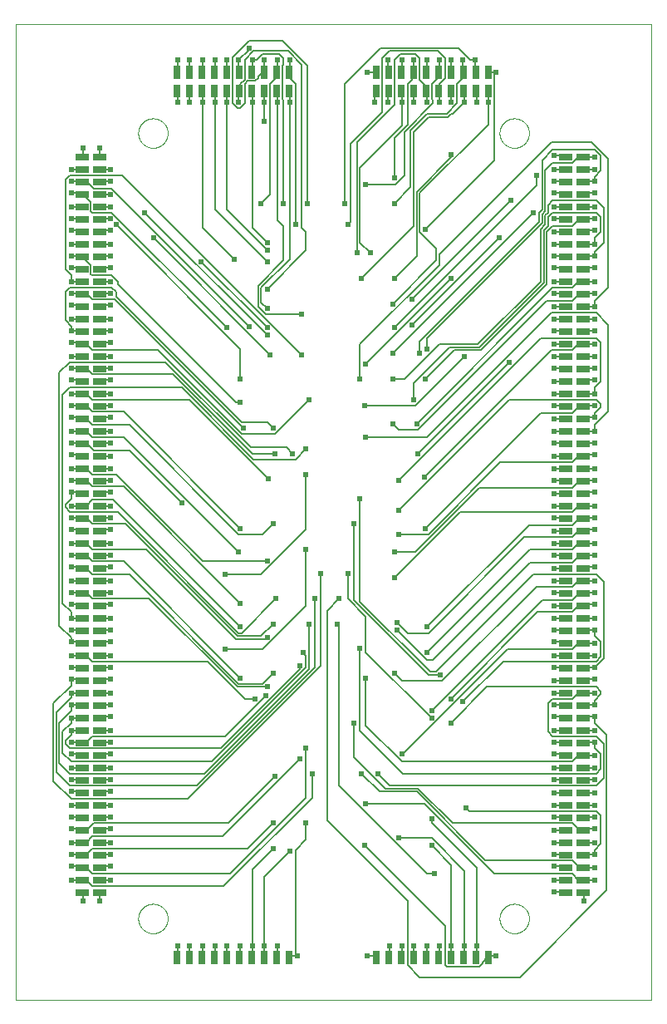
<source format=gbl>
G75*
%MOIN*%
%OFA0B0*%
%FSLAX25Y25*%
%IPPOS*%
%LPD*%
%AMOC8*
5,1,8,0,0,1.08239X$1,22.5*
%
%ADD10C,0.00000*%
%ADD11C,0.00225*%
%ADD12C,0.00600*%
%ADD13C,0.02400*%
D10*
X0001000Y0001000D02*
X0001000Y0392201D01*
X0255921Y0392201D01*
X0255921Y0001000D01*
X0001000Y0001000D01*
X0050094Y0033500D02*
X0050096Y0033653D01*
X0050102Y0033807D01*
X0050112Y0033960D01*
X0050126Y0034112D01*
X0050144Y0034265D01*
X0050166Y0034416D01*
X0050191Y0034567D01*
X0050221Y0034718D01*
X0050255Y0034868D01*
X0050292Y0035016D01*
X0050333Y0035164D01*
X0050378Y0035310D01*
X0050427Y0035456D01*
X0050480Y0035600D01*
X0050536Y0035742D01*
X0050596Y0035883D01*
X0050660Y0036023D01*
X0050727Y0036161D01*
X0050798Y0036297D01*
X0050873Y0036431D01*
X0050950Y0036563D01*
X0051032Y0036693D01*
X0051116Y0036821D01*
X0051204Y0036947D01*
X0051295Y0037070D01*
X0051389Y0037191D01*
X0051487Y0037309D01*
X0051587Y0037425D01*
X0051691Y0037538D01*
X0051797Y0037649D01*
X0051906Y0037757D01*
X0052018Y0037862D01*
X0052132Y0037963D01*
X0052250Y0038062D01*
X0052369Y0038158D01*
X0052491Y0038251D01*
X0052616Y0038340D01*
X0052743Y0038427D01*
X0052872Y0038509D01*
X0053003Y0038589D01*
X0053136Y0038665D01*
X0053271Y0038738D01*
X0053408Y0038807D01*
X0053547Y0038872D01*
X0053687Y0038934D01*
X0053829Y0038992D01*
X0053972Y0039047D01*
X0054117Y0039098D01*
X0054263Y0039145D01*
X0054410Y0039188D01*
X0054558Y0039227D01*
X0054707Y0039263D01*
X0054857Y0039294D01*
X0055008Y0039322D01*
X0055159Y0039346D01*
X0055312Y0039366D01*
X0055464Y0039382D01*
X0055617Y0039394D01*
X0055770Y0039402D01*
X0055923Y0039406D01*
X0056077Y0039406D01*
X0056230Y0039402D01*
X0056383Y0039394D01*
X0056536Y0039382D01*
X0056688Y0039366D01*
X0056841Y0039346D01*
X0056992Y0039322D01*
X0057143Y0039294D01*
X0057293Y0039263D01*
X0057442Y0039227D01*
X0057590Y0039188D01*
X0057737Y0039145D01*
X0057883Y0039098D01*
X0058028Y0039047D01*
X0058171Y0038992D01*
X0058313Y0038934D01*
X0058453Y0038872D01*
X0058592Y0038807D01*
X0058729Y0038738D01*
X0058864Y0038665D01*
X0058997Y0038589D01*
X0059128Y0038509D01*
X0059257Y0038427D01*
X0059384Y0038340D01*
X0059509Y0038251D01*
X0059631Y0038158D01*
X0059750Y0038062D01*
X0059868Y0037963D01*
X0059982Y0037862D01*
X0060094Y0037757D01*
X0060203Y0037649D01*
X0060309Y0037538D01*
X0060413Y0037425D01*
X0060513Y0037309D01*
X0060611Y0037191D01*
X0060705Y0037070D01*
X0060796Y0036947D01*
X0060884Y0036821D01*
X0060968Y0036693D01*
X0061050Y0036563D01*
X0061127Y0036431D01*
X0061202Y0036297D01*
X0061273Y0036161D01*
X0061340Y0036023D01*
X0061404Y0035883D01*
X0061464Y0035742D01*
X0061520Y0035600D01*
X0061573Y0035456D01*
X0061622Y0035310D01*
X0061667Y0035164D01*
X0061708Y0035016D01*
X0061745Y0034868D01*
X0061779Y0034718D01*
X0061809Y0034567D01*
X0061834Y0034416D01*
X0061856Y0034265D01*
X0061874Y0034112D01*
X0061888Y0033960D01*
X0061898Y0033807D01*
X0061904Y0033653D01*
X0061906Y0033500D01*
X0061904Y0033347D01*
X0061898Y0033193D01*
X0061888Y0033040D01*
X0061874Y0032888D01*
X0061856Y0032735D01*
X0061834Y0032584D01*
X0061809Y0032433D01*
X0061779Y0032282D01*
X0061745Y0032132D01*
X0061708Y0031984D01*
X0061667Y0031836D01*
X0061622Y0031690D01*
X0061573Y0031544D01*
X0061520Y0031400D01*
X0061464Y0031258D01*
X0061404Y0031117D01*
X0061340Y0030977D01*
X0061273Y0030839D01*
X0061202Y0030703D01*
X0061127Y0030569D01*
X0061050Y0030437D01*
X0060968Y0030307D01*
X0060884Y0030179D01*
X0060796Y0030053D01*
X0060705Y0029930D01*
X0060611Y0029809D01*
X0060513Y0029691D01*
X0060413Y0029575D01*
X0060309Y0029462D01*
X0060203Y0029351D01*
X0060094Y0029243D01*
X0059982Y0029138D01*
X0059868Y0029037D01*
X0059750Y0028938D01*
X0059631Y0028842D01*
X0059509Y0028749D01*
X0059384Y0028660D01*
X0059257Y0028573D01*
X0059128Y0028491D01*
X0058997Y0028411D01*
X0058864Y0028335D01*
X0058729Y0028262D01*
X0058592Y0028193D01*
X0058453Y0028128D01*
X0058313Y0028066D01*
X0058171Y0028008D01*
X0058028Y0027953D01*
X0057883Y0027902D01*
X0057737Y0027855D01*
X0057590Y0027812D01*
X0057442Y0027773D01*
X0057293Y0027737D01*
X0057143Y0027706D01*
X0056992Y0027678D01*
X0056841Y0027654D01*
X0056688Y0027634D01*
X0056536Y0027618D01*
X0056383Y0027606D01*
X0056230Y0027598D01*
X0056077Y0027594D01*
X0055923Y0027594D01*
X0055770Y0027598D01*
X0055617Y0027606D01*
X0055464Y0027618D01*
X0055312Y0027634D01*
X0055159Y0027654D01*
X0055008Y0027678D01*
X0054857Y0027706D01*
X0054707Y0027737D01*
X0054558Y0027773D01*
X0054410Y0027812D01*
X0054263Y0027855D01*
X0054117Y0027902D01*
X0053972Y0027953D01*
X0053829Y0028008D01*
X0053687Y0028066D01*
X0053547Y0028128D01*
X0053408Y0028193D01*
X0053271Y0028262D01*
X0053136Y0028335D01*
X0053003Y0028411D01*
X0052872Y0028491D01*
X0052743Y0028573D01*
X0052616Y0028660D01*
X0052491Y0028749D01*
X0052369Y0028842D01*
X0052250Y0028938D01*
X0052132Y0029037D01*
X0052018Y0029138D01*
X0051906Y0029243D01*
X0051797Y0029351D01*
X0051691Y0029462D01*
X0051587Y0029575D01*
X0051487Y0029691D01*
X0051389Y0029809D01*
X0051295Y0029930D01*
X0051204Y0030053D01*
X0051116Y0030179D01*
X0051032Y0030307D01*
X0050950Y0030437D01*
X0050873Y0030569D01*
X0050798Y0030703D01*
X0050727Y0030839D01*
X0050660Y0030977D01*
X0050596Y0031117D01*
X0050536Y0031258D01*
X0050480Y0031400D01*
X0050427Y0031544D01*
X0050378Y0031690D01*
X0050333Y0031836D01*
X0050292Y0031984D01*
X0050255Y0032132D01*
X0050221Y0032282D01*
X0050191Y0032433D01*
X0050166Y0032584D01*
X0050144Y0032735D01*
X0050126Y0032888D01*
X0050112Y0033040D01*
X0050102Y0033193D01*
X0050096Y0033347D01*
X0050094Y0033500D01*
X0195094Y0033500D02*
X0195096Y0033653D01*
X0195102Y0033807D01*
X0195112Y0033960D01*
X0195126Y0034112D01*
X0195144Y0034265D01*
X0195166Y0034416D01*
X0195191Y0034567D01*
X0195221Y0034718D01*
X0195255Y0034868D01*
X0195292Y0035016D01*
X0195333Y0035164D01*
X0195378Y0035310D01*
X0195427Y0035456D01*
X0195480Y0035600D01*
X0195536Y0035742D01*
X0195596Y0035883D01*
X0195660Y0036023D01*
X0195727Y0036161D01*
X0195798Y0036297D01*
X0195873Y0036431D01*
X0195950Y0036563D01*
X0196032Y0036693D01*
X0196116Y0036821D01*
X0196204Y0036947D01*
X0196295Y0037070D01*
X0196389Y0037191D01*
X0196487Y0037309D01*
X0196587Y0037425D01*
X0196691Y0037538D01*
X0196797Y0037649D01*
X0196906Y0037757D01*
X0197018Y0037862D01*
X0197132Y0037963D01*
X0197250Y0038062D01*
X0197369Y0038158D01*
X0197491Y0038251D01*
X0197616Y0038340D01*
X0197743Y0038427D01*
X0197872Y0038509D01*
X0198003Y0038589D01*
X0198136Y0038665D01*
X0198271Y0038738D01*
X0198408Y0038807D01*
X0198547Y0038872D01*
X0198687Y0038934D01*
X0198829Y0038992D01*
X0198972Y0039047D01*
X0199117Y0039098D01*
X0199263Y0039145D01*
X0199410Y0039188D01*
X0199558Y0039227D01*
X0199707Y0039263D01*
X0199857Y0039294D01*
X0200008Y0039322D01*
X0200159Y0039346D01*
X0200312Y0039366D01*
X0200464Y0039382D01*
X0200617Y0039394D01*
X0200770Y0039402D01*
X0200923Y0039406D01*
X0201077Y0039406D01*
X0201230Y0039402D01*
X0201383Y0039394D01*
X0201536Y0039382D01*
X0201688Y0039366D01*
X0201841Y0039346D01*
X0201992Y0039322D01*
X0202143Y0039294D01*
X0202293Y0039263D01*
X0202442Y0039227D01*
X0202590Y0039188D01*
X0202737Y0039145D01*
X0202883Y0039098D01*
X0203028Y0039047D01*
X0203171Y0038992D01*
X0203313Y0038934D01*
X0203453Y0038872D01*
X0203592Y0038807D01*
X0203729Y0038738D01*
X0203864Y0038665D01*
X0203997Y0038589D01*
X0204128Y0038509D01*
X0204257Y0038427D01*
X0204384Y0038340D01*
X0204509Y0038251D01*
X0204631Y0038158D01*
X0204750Y0038062D01*
X0204868Y0037963D01*
X0204982Y0037862D01*
X0205094Y0037757D01*
X0205203Y0037649D01*
X0205309Y0037538D01*
X0205413Y0037425D01*
X0205513Y0037309D01*
X0205611Y0037191D01*
X0205705Y0037070D01*
X0205796Y0036947D01*
X0205884Y0036821D01*
X0205968Y0036693D01*
X0206050Y0036563D01*
X0206127Y0036431D01*
X0206202Y0036297D01*
X0206273Y0036161D01*
X0206340Y0036023D01*
X0206404Y0035883D01*
X0206464Y0035742D01*
X0206520Y0035600D01*
X0206573Y0035456D01*
X0206622Y0035310D01*
X0206667Y0035164D01*
X0206708Y0035016D01*
X0206745Y0034868D01*
X0206779Y0034718D01*
X0206809Y0034567D01*
X0206834Y0034416D01*
X0206856Y0034265D01*
X0206874Y0034112D01*
X0206888Y0033960D01*
X0206898Y0033807D01*
X0206904Y0033653D01*
X0206906Y0033500D01*
X0206904Y0033347D01*
X0206898Y0033193D01*
X0206888Y0033040D01*
X0206874Y0032888D01*
X0206856Y0032735D01*
X0206834Y0032584D01*
X0206809Y0032433D01*
X0206779Y0032282D01*
X0206745Y0032132D01*
X0206708Y0031984D01*
X0206667Y0031836D01*
X0206622Y0031690D01*
X0206573Y0031544D01*
X0206520Y0031400D01*
X0206464Y0031258D01*
X0206404Y0031117D01*
X0206340Y0030977D01*
X0206273Y0030839D01*
X0206202Y0030703D01*
X0206127Y0030569D01*
X0206050Y0030437D01*
X0205968Y0030307D01*
X0205884Y0030179D01*
X0205796Y0030053D01*
X0205705Y0029930D01*
X0205611Y0029809D01*
X0205513Y0029691D01*
X0205413Y0029575D01*
X0205309Y0029462D01*
X0205203Y0029351D01*
X0205094Y0029243D01*
X0204982Y0029138D01*
X0204868Y0029037D01*
X0204750Y0028938D01*
X0204631Y0028842D01*
X0204509Y0028749D01*
X0204384Y0028660D01*
X0204257Y0028573D01*
X0204128Y0028491D01*
X0203997Y0028411D01*
X0203864Y0028335D01*
X0203729Y0028262D01*
X0203592Y0028193D01*
X0203453Y0028128D01*
X0203313Y0028066D01*
X0203171Y0028008D01*
X0203028Y0027953D01*
X0202883Y0027902D01*
X0202737Y0027855D01*
X0202590Y0027812D01*
X0202442Y0027773D01*
X0202293Y0027737D01*
X0202143Y0027706D01*
X0201992Y0027678D01*
X0201841Y0027654D01*
X0201688Y0027634D01*
X0201536Y0027618D01*
X0201383Y0027606D01*
X0201230Y0027598D01*
X0201077Y0027594D01*
X0200923Y0027594D01*
X0200770Y0027598D01*
X0200617Y0027606D01*
X0200464Y0027618D01*
X0200312Y0027634D01*
X0200159Y0027654D01*
X0200008Y0027678D01*
X0199857Y0027706D01*
X0199707Y0027737D01*
X0199558Y0027773D01*
X0199410Y0027812D01*
X0199263Y0027855D01*
X0199117Y0027902D01*
X0198972Y0027953D01*
X0198829Y0028008D01*
X0198687Y0028066D01*
X0198547Y0028128D01*
X0198408Y0028193D01*
X0198271Y0028262D01*
X0198136Y0028335D01*
X0198003Y0028411D01*
X0197872Y0028491D01*
X0197743Y0028573D01*
X0197616Y0028660D01*
X0197491Y0028749D01*
X0197369Y0028842D01*
X0197250Y0028938D01*
X0197132Y0029037D01*
X0197018Y0029138D01*
X0196906Y0029243D01*
X0196797Y0029351D01*
X0196691Y0029462D01*
X0196587Y0029575D01*
X0196487Y0029691D01*
X0196389Y0029809D01*
X0196295Y0029930D01*
X0196204Y0030053D01*
X0196116Y0030179D01*
X0196032Y0030307D01*
X0195950Y0030437D01*
X0195873Y0030569D01*
X0195798Y0030703D01*
X0195727Y0030839D01*
X0195660Y0030977D01*
X0195596Y0031117D01*
X0195536Y0031258D01*
X0195480Y0031400D01*
X0195427Y0031544D01*
X0195378Y0031690D01*
X0195333Y0031836D01*
X0195292Y0031984D01*
X0195255Y0032132D01*
X0195221Y0032282D01*
X0195191Y0032433D01*
X0195166Y0032584D01*
X0195144Y0032735D01*
X0195126Y0032888D01*
X0195112Y0033040D01*
X0195102Y0033193D01*
X0195096Y0033347D01*
X0195094Y0033500D01*
X0195094Y0348500D02*
X0195096Y0348653D01*
X0195102Y0348807D01*
X0195112Y0348960D01*
X0195126Y0349112D01*
X0195144Y0349265D01*
X0195166Y0349416D01*
X0195191Y0349567D01*
X0195221Y0349718D01*
X0195255Y0349868D01*
X0195292Y0350016D01*
X0195333Y0350164D01*
X0195378Y0350310D01*
X0195427Y0350456D01*
X0195480Y0350600D01*
X0195536Y0350742D01*
X0195596Y0350883D01*
X0195660Y0351023D01*
X0195727Y0351161D01*
X0195798Y0351297D01*
X0195873Y0351431D01*
X0195950Y0351563D01*
X0196032Y0351693D01*
X0196116Y0351821D01*
X0196204Y0351947D01*
X0196295Y0352070D01*
X0196389Y0352191D01*
X0196487Y0352309D01*
X0196587Y0352425D01*
X0196691Y0352538D01*
X0196797Y0352649D01*
X0196906Y0352757D01*
X0197018Y0352862D01*
X0197132Y0352963D01*
X0197250Y0353062D01*
X0197369Y0353158D01*
X0197491Y0353251D01*
X0197616Y0353340D01*
X0197743Y0353427D01*
X0197872Y0353509D01*
X0198003Y0353589D01*
X0198136Y0353665D01*
X0198271Y0353738D01*
X0198408Y0353807D01*
X0198547Y0353872D01*
X0198687Y0353934D01*
X0198829Y0353992D01*
X0198972Y0354047D01*
X0199117Y0354098D01*
X0199263Y0354145D01*
X0199410Y0354188D01*
X0199558Y0354227D01*
X0199707Y0354263D01*
X0199857Y0354294D01*
X0200008Y0354322D01*
X0200159Y0354346D01*
X0200312Y0354366D01*
X0200464Y0354382D01*
X0200617Y0354394D01*
X0200770Y0354402D01*
X0200923Y0354406D01*
X0201077Y0354406D01*
X0201230Y0354402D01*
X0201383Y0354394D01*
X0201536Y0354382D01*
X0201688Y0354366D01*
X0201841Y0354346D01*
X0201992Y0354322D01*
X0202143Y0354294D01*
X0202293Y0354263D01*
X0202442Y0354227D01*
X0202590Y0354188D01*
X0202737Y0354145D01*
X0202883Y0354098D01*
X0203028Y0354047D01*
X0203171Y0353992D01*
X0203313Y0353934D01*
X0203453Y0353872D01*
X0203592Y0353807D01*
X0203729Y0353738D01*
X0203864Y0353665D01*
X0203997Y0353589D01*
X0204128Y0353509D01*
X0204257Y0353427D01*
X0204384Y0353340D01*
X0204509Y0353251D01*
X0204631Y0353158D01*
X0204750Y0353062D01*
X0204868Y0352963D01*
X0204982Y0352862D01*
X0205094Y0352757D01*
X0205203Y0352649D01*
X0205309Y0352538D01*
X0205413Y0352425D01*
X0205513Y0352309D01*
X0205611Y0352191D01*
X0205705Y0352070D01*
X0205796Y0351947D01*
X0205884Y0351821D01*
X0205968Y0351693D01*
X0206050Y0351563D01*
X0206127Y0351431D01*
X0206202Y0351297D01*
X0206273Y0351161D01*
X0206340Y0351023D01*
X0206404Y0350883D01*
X0206464Y0350742D01*
X0206520Y0350600D01*
X0206573Y0350456D01*
X0206622Y0350310D01*
X0206667Y0350164D01*
X0206708Y0350016D01*
X0206745Y0349868D01*
X0206779Y0349718D01*
X0206809Y0349567D01*
X0206834Y0349416D01*
X0206856Y0349265D01*
X0206874Y0349112D01*
X0206888Y0348960D01*
X0206898Y0348807D01*
X0206904Y0348653D01*
X0206906Y0348500D01*
X0206904Y0348347D01*
X0206898Y0348193D01*
X0206888Y0348040D01*
X0206874Y0347888D01*
X0206856Y0347735D01*
X0206834Y0347584D01*
X0206809Y0347433D01*
X0206779Y0347282D01*
X0206745Y0347132D01*
X0206708Y0346984D01*
X0206667Y0346836D01*
X0206622Y0346690D01*
X0206573Y0346544D01*
X0206520Y0346400D01*
X0206464Y0346258D01*
X0206404Y0346117D01*
X0206340Y0345977D01*
X0206273Y0345839D01*
X0206202Y0345703D01*
X0206127Y0345569D01*
X0206050Y0345437D01*
X0205968Y0345307D01*
X0205884Y0345179D01*
X0205796Y0345053D01*
X0205705Y0344930D01*
X0205611Y0344809D01*
X0205513Y0344691D01*
X0205413Y0344575D01*
X0205309Y0344462D01*
X0205203Y0344351D01*
X0205094Y0344243D01*
X0204982Y0344138D01*
X0204868Y0344037D01*
X0204750Y0343938D01*
X0204631Y0343842D01*
X0204509Y0343749D01*
X0204384Y0343660D01*
X0204257Y0343573D01*
X0204128Y0343491D01*
X0203997Y0343411D01*
X0203864Y0343335D01*
X0203729Y0343262D01*
X0203592Y0343193D01*
X0203453Y0343128D01*
X0203313Y0343066D01*
X0203171Y0343008D01*
X0203028Y0342953D01*
X0202883Y0342902D01*
X0202737Y0342855D01*
X0202590Y0342812D01*
X0202442Y0342773D01*
X0202293Y0342737D01*
X0202143Y0342706D01*
X0201992Y0342678D01*
X0201841Y0342654D01*
X0201688Y0342634D01*
X0201536Y0342618D01*
X0201383Y0342606D01*
X0201230Y0342598D01*
X0201077Y0342594D01*
X0200923Y0342594D01*
X0200770Y0342598D01*
X0200617Y0342606D01*
X0200464Y0342618D01*
X0200312Y0342634D01*
X0200159Y0342654D01*
X0200008Y0342678D01*
X0199857Y0342706D01*
X0199707Y0342737D01*
X0199558Y0342773D01*
X0199410Y0342812D01*
X0199263Y0342855D01*
X0199117Y0342902D01*
X0198972Y0342953D01*
X0198829Y0343008D01*
X0198687Y0343066D01*
X0198547Y0343128D01*
X0198408Y0343193D01*
X0198271Y0343262D01*
X0198136Y0343335D01*
X0198003Y0343411D01*
X0197872Y0343491D01*
X0197743Y0343573D01*
X0197616Y0343660D01*
X0197491Y0343749D01*
X0197369Y0343842D01*
X0197250Y0343938D01*
X0197132Y0344037D01*
X0197018Y0344138D01*
X0196906Y0344243D01*
X0196797Y0344351D01*
X0196691Y0344462D01*
X0196587Y0344575D01*
X0196487Y0344691D01*
X0196389Y0344809D01*
X0196295Y0344930D01*
X0196204Y0345053D01*
X0196116Y0345179D01*
X0196032Y0345307D01*
X0195950Y0345437D01*
X0195873Y0345569D01*
X0195798Y0345703D01*
X0195727Y0345839D01*
X0195660Y0345977D01*
X0195596Y0346117D01*
X0195536Y0346258D01*
X0195480Y0346400D01*
X0195427Y0346544D01*
X0195378Y0346690D01*
X0195333Y0346836D01*
X0195292Y0346984D01*
X0195255Y0347132D01*
X0195221Y0347282D01*
X0195191Y0347433D01*
X0195166Y0347584D01*
X0195144Y0347735D01*
X0195126Y0347888D01*
X0195112Y0348040D01*
X0195102Y0348193D01*
X0195096Y0348347D01*
X0195094Y0348500D01*
X0050094Y0348500D02*
X0050096Y0348653D01*
X0050102Y0348807D01*
X0050112Y0348960D01*
X0050126Y0349112D01*
X0050144Y0349265D01*
X0050166Y0349416D01*
X0050191Y0349567D01*
X0050221Y0349718D01*
X0050255Y0349868D01*
X0050292Y0350016D01*
X0050333Y0350164D01*
X0050378Y0350310D01*
X0050427Y0350456D01*
X0050480Y0350600D01*
X0050536Y0350742D01*
X0050596Y0350883D01*
X0050660Y0351023D01*
X0050727Y0351161D01*
X0050798Y0351297D01*
X0050873Y0351431D01*
X0050950Y0351563D01*
X0051032Y0351693D01*
X0051116Y0351821D01*
X0051204Y0351947D01*
X0051295Y0352070D01*
X0051389Y0352191D01*
X0051487Y0352309D01*
X0051587Y0352425D01*
X0051691Y0352538D01*
X0051797Y0352649D01*
X0051906Y0352757D01*
X0052018Y0352862D01*
X0052132Y0352963D01*
X0052250Y0353062D01*
X0052369Y0353158D01*
X0052491Y0353251D01*
X0052616Y0353340D01*
X0052743Y0353427D01*
X0052872Y0353509D01*
X0053003Y0353589D01*
X0053136Y0353665D01*
X0053271Y0353738D01*
X0053408Y0353807D01*
X0053547Y0353872D01*
X0053687Y0353934D01*
X0053829Y0353992D01*
X0053972Y0354047D01*
X0054117Y0354098D01*
X0054263Y0354145D01*
X0054410Y0354188D01*
X0054558Y0354227D01*
X0054707Y0354263D01*
X0054857Y0354294D01*
X0055008Y0354322D01*
X0055159Y0354346D01*
X0055312Y0354366D01*
X0055464Y0354382D01*
X0055617Y0354394D01*
X0055770Y0354402D01*
X0055923Y0354406D01*
X0056077Y0354406D01*
X0056230Y0354402D01*
X0056383Y0354394D01*
X0056536Y0354382D01*
X0056688Y0354366D01*
X0056841Y0354346D01*
X0056992Y0354322D01*
X0057143Y0354294D01*
X0057293Y0354263D01*
X0057442Y0354227D01*
X0057590Y0354188D01*
X0057737Y0354145D01*
X0057883Y0354098D01*
X0058028Y0354047D01*
X0058171Y0353992D01*
X0058313Y0353934D01*
X0058453Y0353872D01*
X0058592Y0353807D01*
X0058729Y0353738D01*
X0058864Y0353665D01*
X0058997Y0353589D01*
X0059128Y0353509D01*
X0059257Y0353427D01*
X0059384Y0353340D01*
X0059509Y0353251D01*
X0059631Y0353158D01*
X0059750Y0353062D01*
X0059868Y0352963D01*
X0059982Y0352862D01*
X0060094Y0352757D01*
X0060203Y0352649D01*
X0060309Y0352538D01*
X0060413Y0352425D01*
X0060513Y0352309D01*
X0060611Y0352191D01*
X0060705Y0352070D01*
X0060796Y0351947D01*
X0060884Y0351821D01*
X0060968Y0351693D01*
X0061050Y0351563D01*
X0061127Y0351431D01*
X0061202Y0351297D01*
X0061273Y0351161D01*
X0061340Y0351023D01*
X0061404Y0350883D01*
X0061464Y0350742D01*
X0061520Y0350600D01*
X0061573Y0350456D01*
X0061622Y0350310D01*
X0061667Y0350164D01*
X0061708Y0350016D01*
X0061745Y0349868D01*
X0061779Y0349718D01*
X0061809Y0349567D01*
X0061834Y0349416D01*
X0061856Y0349265D01*
X0061874Y0349112D01*
X0061888Y0348960D01*
X0061898Y0348807D01*
X0061904Y0348653D01*
X0061906Y0348500D01*
X0061904Y0348347D01*
X0061898Y0348193D01*
X0061888Y0348040D01*
X0061874Y0347888D01*
X0061856Y0347735D01*
X0061834Y0347584D01*
X0061809Y0347433D01*
X0061779Y0347282D01*
X0061745Y0347132D01*
X0061708Y0346984D01*
X0061667Y0346836D01*
X0061622Y0346690D01*
X0061573Y0346544D01*
X0061520Y0346400D01*
X0061464Y0346258D01*
X0061404Y0346117D01*
X0061340Y0345977D01*
X0061273Y0345839D01*
X0061202Y0345703D01*
X0061127Y0345569D01*
X0061050Y0345437D01*
X0060968Y0345307D01*
X0060884Y0345179D01*
X0060796Y0345053D01*
X0060705Y0344930D01*
X0060611Y0344809D01*
X0060513Y0344691D01*
X0060413Y0344575D01*
X0060309Y0344462D01*
X0060203Y0344351D01*
X0060094Y0344243D01*
X0059982Y0344138D01*
X0059868Y0344037D01*
X0059750Y0343938D01*
X0059631Y0343842D01*
X0059509Y0343749D01*
X0059384Y0343660D01*
X0059257Y0343573D01*
X0059128Y0343491D01*
X0058997Y0343411D01*
X0058864Y0343335D01*
X0058729Y0343262D01*
X0058592Y0343193D01*
X0058453Y0343128D01*
X0058313Y0343066D01*
X0058171Y0343008D01*
X0058028Y0342953D01*
X0057883Y0342902D01*
X0057737Y0342855D01*
X0057590Y0342812D01*
X0057442Y0342773D01*
X0057293Y0342737D01*
X0057143Y0342706D01*
X0056992Y0342678D01*
X0056841Y0342654D01*
X0056688Y0342634D01*
X0056536Y0342618D01*
X0056383Y0342606D01*
X0056230Y0342598D01*
X0056077Y0342594D01*
X0055923Y0342594D01*
X0055770Y0342598D01*
X0055617Y0342606D01*
X0055464Y0342618D01*
X0055312Y0342634D01*
X0055159Y0342654D01*
X0055008Y0342678D01*
X0054857Y0342706D01*
X0054707Y0342737D01*
X0054558Y0342773D01*
X0054410Y0342812D01*
X0054263Y0342855D01*
X0054117Y0342902D01*
X0053972Y0342953D01*
X0053829Y0343008D01*
X0053687Y0343066D01*
X0053547Y0343128D01*
X0053408Y0343193D01*
X0053271Y0343262D01*
X0053136Y0343335D01*
X0053003Y0343411D01*
X0052872Y0343491D01*
X0052743Y0343573D01*
X0052616Y0343660D01*
X0052491Y0343749D01*
X0052369Y0343842D01*
X0052250Y0343938D01*
X0052132Y0344037D01*
X0052018Y0344138D01*
X0051906Y0344243D01*
X0051797Y0344351D01*
X0051691Y0344462D01*
X0051587Y0344575D01*
X0051487Y0344691D01*
X0051389Y0344809D01*
X0051295Y0344930D01*
X0051204Y0345053D01*
X0051116Y0345179D01*
X0051032Y0345307D01*
X0050950Y0345437D01*
X0050873Y0345569D01*
X0050798Y0345703D01*
X0050727Y0345839D01*
X0050660Y0345977D01*
X0050596Y0346117D01*
X0050536Y0346258D01*
X0050480Y0346400D01*
X0050427Y0346544D01*
X0050378Y0346690D01*
X0050333Y0346836D01*
X0050292Y0346984D01*
X0050255Y0347132D01*
X0050221Y0347282D01*
X0050191Y0347433D01*
X0050166Y0347584D01*
X0050144Y0347735D01*
X0050126Y0347888D01*
X0050112Y0348040D01*
X0050102Y0348193D01*
X0050096Y0348347D01*
X0050094Y0348500D01*
D11*
X0036888Y0340138D02*
X0032112Y0340138D01*
X0036888Y0340138D02*
X0036888Y0337862D01*
X0032112Y0337862D01*
X0032112Y0340138D01*
X0032112Y0338086D02*
X0036888Y0338086D01*
X0036888Y0338310D02*
X0032112Y0338310D01*
X0032112Y0338534D02*
X0036888Y0338534D01*
X0036888Y0338758D02*
X0032112Y0338758D01*
X0032112Y0338982D02*
X0036888Y0338982D01*
X0036888Y0339206D02*
X0032112Y0339206D01*
X0032112Y0339430D02*
X0036888Y0339430D01*
X0036888Y0339654D02*
X0032112Y0339654D01*
X0032112Y0339878D02*
X0036888Y0339878D01*
X0036888Y0340102D02*
X0032112Y0340102D01*
X0029888Y0340138D02*
X0025112Y0340138D01*
X0029888Y0340138D02*
X0029888Y0337862D01*
X0025112Y0337862D01*
X0025112Y0340138D01*
X0025112Y0338086D02*
X0029888Y0338086D01*
X0029888Y0338310D02*
X0025112Y0338310D01*
X0025112Y0338534D02*
X0029888Y0338534D01*
X0029888Y0338758D02*
X0025112Y0338758D01*
X0025112Y0338982D02*
X0029888Y0338982D01*
X0029888Y0339206D02*
X0025112Y0339206D01*
X0025112Y0339430D02*
X0029888Y0339430D01*
X0029888Y0339654D02*
X0025112Y0339654D01*
X0025112Y0339878D02*
X0029888Y0339878D01*
X0029888Y0340102D02*
X0025112Y0340102D01*
X0025112Y0335138D02*
X0029888Y0335138D01*
X0029888Y0332862D01*
X0025112Y0332862D01*
X0025112Y0335138D01*
X0025112Y0333086D02*
X0029888Y0333086D01*
X0029888Y0333310D02*
X0025112Y0333310D01*
X0025112Y0333534D02*
X0029888Y0333534D01*
X0029888Y0333758D02*
X0025112Y0333758D01*
X0025112Y0333982D02*
X0029888Y0333982D01*
X0029888Y0334206D02*
X0025112Y0334206D01*
X0025112Y0334430D02*
X0029888Y0334430D01*
X0029888Y0334654D02*
X0025112Y0334654D01*
X0025112Y0334878D02*
X0029888Y0334878D01*
X0029888Y0335102D02*
X0025112Y0335102D01*
X0025112Y0330138D02*
X0029888Y0330138D01*
X0029888Y0327862D01*
X0025112Y0327862D01*
X0025112Y0330138D01*
X0025112Y0328086D02*
X0029888Y0328086D01*
X0029888Y0328310D02*
X0025112Y0328310D01*
X0025112Y0328534D02*
X0029888Y0328534D01*
X0029888Y0328758D02*
X0025112Y0328758D01*
X0025112Y0328982D02*
X0029888Y0328982D01*
X0029888Y0329206D02*
X0025112Y0329206D01*
X0025112Y0329430D02*
X0029888Y0329430D01*
X0029888Y0329654D02*
X0025112Y0329654D01*
X0025112Y0329878D02*
X0029888Y0329878D01*
X0029888Y0330102D02*
X0025112Y0330102D01*
X0025112Y0325138D02*
X0029888Y0325138D01*
X0029888Y0322862D01*
X0025112Y0322862D01*
X0025112Y0325138D01*
X0025112Y0323086D02*
X0029888Y0323086D01*
X0029888Y0323310D02*
X0025112Y0323310D01*
X0025112Y0323534D02*
X0029888Y0323534D01*
X0029888Y0323758D02*
X0025112Y0323758D01*
X0025112Y0323982D02*
X0029888Y0323982D01*
X0029888Y0324206D02*
X0025112Y0324206D01*
X0025112Y0324430D02*
X0029888Y0324430D01*
X0029888Y0324654D02*
X0025112Y0324654D01*
X0025112Y0324878D02*
X0029888Y0324878D01*
X0029888Y0325102D02*
X0025112Y0325102D01*
X0025112Y0320138D02*
X0029888Y0320138D01*
X0029888Y0317862D01*
X0025112Y0317862D01*
X0025112Y0320138D01*
X0025112Y0318086D02*
X0029888Y0318086D01*
X0029888Y0318310D02*
X0025112Y0318310D01*
X0025112Y0318534D02*
X0029888Y0318534D01*
X0029888Y0318758D02*
X0025112Y0318758D01*
X0025112Y0318982D02*
X0029888Y0318982D01*
X0029888Y0319206D02*
X0025112Y0319206D01*
X0025112Y0319430D02*
X0029888Y0319430D01*
X0029888Y0319654D02*
X0025112Y0319654D01*
X0025112Y0319878D02*
X0029888Y0319878D01*
X0029888Y0320102D02*
X0025112Y0320102D01*
X0025112Y0315138D02*
X0029888Y0315138D01*
X0029888Y0312862D01*
X0025112Y0312862D01*
X0025112Y0315138D01*
X0025112Y0313086D02*
X0029888Y0313086D01*
X0029888Y0313310D02*
X0025112Y0313310D01*
X0025112Y0313534D02*
X0029888Y0313534D01*
X0029888Y0313758D02*
X0025112Y0313758D01*
X0025112Y0313982D02*
X0029888Y0313982D01*
X0029888Y0314206D02*
X0025112Y0314206D01*
X0025112Y0314430D02*
X0029888Y0314430D01*
X0029888Y0314654D02*
X0025112Y0314654D01*
X0025112Y0314878D02*
X0029888Y0314878D01*
X0029888Y0315102D02*
X0025112Y0315102D01*
X0025112Y0310138D02*
X0029888Y0310138D01*
X0029888Y0307862D01*
X0025112Y0307862D01*
X0025112Y0310138D01*
X0025112Y0308086D02*
X0029888Y0308086D01*
X0029888Y0308310D02*
X0025112Y0308310D01*
X0025112Y0308534D02*
X0029888Y0308534D01*
X0029888Y0308758D02*
X0025112Y0308758D01*
X0025112Y0308982D02*
X0029888Y0308982D01*
X0029888Y0309206D02*
X0025112Y0309206D01*
X0025112Y0309430D02*
X0029888Y0309430D01*
X0029888Y0309654D02*
X0025112Y0309654D01*
X0025112Y0309878D02*
X0029888Y0309878D01*
X0029888Y0310102D02*
X0025112Y0310102D01*
X0025112Y0305138D02*
X0029888Y0305138D01*
X0029888Y0302862D01*
X0025112Y0302862D01*
X0025112Y0305138D01*
X0025112Y0303086D02*
X0029888Y0303086D01*
X0029888Y0303310D02*
X0025112Y0303310D01*
X0025112Y0303534D02*
X0029888Y0303534D01*
X0029888Y0303758D02*
X0025112Y0303758D01*
X0025112Y0303982D02*
X0029888Y0303982D01*
X0029888Y0304206D02*
X0025112Y0304206D01*
X0025112Y0304430D02*
X0029888Y0304430D01*
X0029888Y0304654D02*
X0025112Y0304654D01*
X0025112Y0304878D02*
X0029888Y0304878D01*
X0029888Y0305102D02*
X0025112Y0305102D01*
X0025112Y0300138D02*
X0029888Y0300138D01*
X0029888Y0297862D01*
X0025112Y0297862D01*
X0025112Y0300138D01*
X0025112Y0298086D02*
X0029888Y0298086D01*
X0029888Y0298310D02*
X0025112Y0298310D01*
X0025112Y0298534D02*
X0029888Y0298534D01*
X0029888Y0298758D02*
X0025112Y0298758D01*
X0025112Y0298982D02*
X0029888Y0298982D01*
X0029888Y0299206D02*
X0025112Y0299206D01*
X0025112Y0299430D02*
X0029888Y0299430D01*
X0029888Y0299654D02*
X0025112Y0299654D01*
X0025112Y0299878D02*
X0029888Y0299878D01*
X0029888Y0300102D02*
X0025112Y0300102D01*
X0025112Y0295138D02*
X0029888Y0295138D01*
X0029888Y0292862D01*
X0025112Y0292862D01*
X0025112Y0295138D01*
X0025112Y0293086D02*
X0029888Y0293086D01*
X0029888Y0293310D02*
X0025112Y0293310D01*
X0025112Y0293534D02*
X0029888Y0293534D01*
X0029888Y0293758D02*
X0025112Y0293758D01*
X0025112Y0293982D02*
X0029888Y0293982D01*
X0029888Y0294206D02*
X0025112Y0294206D01*
X0025112Y0294430D02*
X0029888Y0294430D01*
X0029888Y0294654D02*
X0025112Y0294654D01*
X0025112Y0294878D02*
X0029888Y0294878D01*
X0029888Y0295102D02*
X0025112Y0295102D01*
X0025112Y0290138D02*
X0029888Y0290138D01*
X0029888Y0287862D01*
X0025112Y0287862D01*
X0025112Y0290138D01*
X0025112Y0288086D02*
X0029888Y0288086D01*
X0029888Y0288310D02*
X0025112Y0288310D01*
X0025112Y0288534D02*
X0029888Y0288534D01*
X0029888Y0288758D02*
X0025112Y0288758D01*
X0025112Y0288982D02*
X0029888Y0288982D01*
X0029888Y0289206D02*
X0025112Y0289206D01*
X0025112Y0289430D02*
X0029888Y0289430D01*
X0029888Y0289654D02*
X0025112Y0289654D01*
X0025112Y0289878D02*
X0029888Y0289878D01*
X0029888Y0290102D02*
X0025112Y0290102D01*
X0025112Y0285138D02*
X0029888Y0285138D01*
X0029888Y0282862D01*
X0025112Y0282862D01*
X0025112Y0285138D01*
X0025112Y0283086D02*
X0029888Y0283086D01*
X0029888Y0283310D02*
X0025112Y0283310D01*
X0025112Y0283534D02*
X0029888Y0283534D01*
X0029888Y0283758D02*
X0025112Y0283758D01*
X0025112Y0283982D02*
X0029888Y0283982D01*
X0029888Y0284206D02*
X0025112Y0284206D01*
X0025112Y0284430D02*
X0029888Y0284430D01*
X0029888Y0284654D02*
X0025112Y0284654D01*
X0025112Y0284878D02*
X0029888Y0284878D01*
X0029888Y0285102D02*
X0025112Y0285102D01*
X0025112Y0280138D02*
X0029888Y0280138D01*
X0029888Y0277862D01*
X0025112Y0277862D01*
X0025112Y0280138D01*
X0025112Y0278086D02*
X0029888Y0278086D01*
X0029888Y0278310D02*
X0025112Y0278310D01*
X0025112Y0278534D02*
X0029888Y0278534D01*
X0029888Y0278758D02*
X0025112Y0278758D01*
X0025112Y0278982D02*
X0029888Y0278982D01*
X0029888Y0279206D02*
X0025112Y0279206D01*
X0025112Y0279430D02*
X0029888Y0279430D01*
X0029888Y0279654D02*
X0025112Y0279654D01*
X0025112Y0279878D02*
X0029888Y0279878D01*
X0029888Y0280102D02*
X0025112Y0280102D01*
X0025112Y0275138D02*
X0029888Y0275138D01*
X0029888Y0272862D01*
X0025112Y0272862D01*
X0025112Y0275138D01*
X0025112Y0273086D02*
X0029888Y0273086D01*
X0029888Y0273310D02*
X0025112Y0273310D01*
X0025112Y0273534D02*
X0029888Y0273534D01*
X0029888Y0273758D02*
X0025112Y0273758D01*
X0025112Y0273982D02*
X0029888Y0273982D01*
X0029888Y0274206D02*
X0025112Y0274206D01*
X0025112Y0274430D02*
X0029888Y0274430D01*
X0029888Y0274654D02*
X0025112Y0274654D01*
X0025112Y0274878D02*
X0029888Y0274878D01*
X0029888Y0275102D02*
X0025112Y0275102D01*
X0025112Y0270138D02*
X0029888Y0270138D01*
X0029888Y0267862D01*
X0025112Y0267862D01*
X0025112Y0270138D01*
X0025112Y0268086D02*
X0029888Y0268086D01*
X0029888Y0268310D02*
X0025112Y0268310D01*
X0025112Y0268534D02*
X0029888Y0268534D01*
X0029888Y0268758D02*
X0025112Y0268758D01*
X0025112Y0268982D02*
X0029888Y0268982D01*
X0029888Y0269206D02*
X0025112Y0269206D01*
X0025112Y0269430D02*
X0029888Y0269430D01*
X0029888Y0269654D02*
X0025112Y0269654D01*
X0025112Y0269878D02*
X0029888Y0269878D01*
X0029888Y0270102D02*
X0025112Y0270102D01*
X0025112Y0265138D02*
X0029888Y0265138D01*
X0029888Y0262862D01*
X0025112Y0262862D01*
X0025112Y0265138D01*
X0025112Y0263086D02*
X0029888Y0263086D01*
X0029888Y0263310D02*
X0025112Y0263310D01*
X0025112Y0263534D02*
X0029888Y0263534D01*
X0029888Y0263758D02*
X0025112Y0263758D01*
X0025112Y0263982D02*
X0029888Y0263982D01*
X0029888Y0264206D02*
X0025112Y0264206D01*
X0025112Y0264430D02*
X0029888Y0264430D01*
X0029888Y0264654D02*
X0025112Y0264654D01*
X0025112Y0264878D02*
X0029888Y0264878D01*
X0029888Y0265102D02*
X0025112Y0265102D01*
X0025112Y0260138D02*
X0029888Y0260138D01*
X0029888Y0257862D01*
X0025112Y0257862D01*
X0025112Y0260138D01*
X0025112Y0258086D02*
X0029888Y0258086D01*
X0029888Y0258310D02*
X0025112Y0258310D01*
X0025112Y0258534D02*
X0029888Y0258534D01*
X0029888Y0258758D02*
X0025112Y0258758D01*
X0025112Y0258982D02*
X0029888Y0258982D01*
X0029888Y0259206D02*
X0025112Y0259206D01*
X0025112Y0259430D02*
X0029888Y0259430D01*
X0029888Y0259654D02*
X0025112Y0259654D01*
X0025112Y0259878D02*
X0029888Y0259878D01*
X0029888Y0260102D02*
X0025112Y0260102D01*
X0025112Y0255138D02*
X0029888Y0255138D01*
X0029888Y0252862D01*
X0025112Y0252862D01*
X0025112Y0255138D01*
X0025112Y0253086D02*
X0029888Y0253086D01*
X0029888Y0253310D02*
X0025112Y0253310D01*
X0025112Y0253534D02*
X0029888Y0253534D01*
X0029888Y0253758D02*
X0025112Y0253758D01*
X0025112Y0253982D02*
X0029888Y0253982D01*
X0029888Y0254206D02*
X0025112Y0254206D01*
X0025112Y0254430D02*
X0029888Y0254430D01*
X0029888Y0254654D02*
X0025112Y0254654D01*
X0025112Y0254878D02*
X0029888Y0254878D01*
X0029888Y0255102D02*
X0025112Y0255102D01*
X0025112Y0250138D02*
X0029888Y0250138D01*
X0029888Y0247862D01*
X0025112Y0247862D01*
X0025112Y0250138D01*
X0025112Y0248086D02*
X0029888Y0248086D01*
X0029888Y0248310D02*
X0025112Y0248310D01*
X0025112Y0248534D02*
X0029888Y0248534D01*
X0029888Y0248758D02*
X0025112Y0248758D01*
X0025112Y0248982D02*
X0029888Y0248982D01*
X0029888Y0249206D02*
X0025112Y0249206D01*
X0025112Y0249430D02*
X0029888Y0249430D01*
X0029888Y0249654D02*
X0025112Y0249654D01*
X0025112Y0249878D02*
X0029888Y0249878D01*
X0029888Y0250102D02*
X0025112Y0250102D01*
X0025112Y0245138D02*
X0029888Y0245138D01*
X0029888Y0242862D01*
X0025112Y0242862D01*
X0025112Y0245138D01*
X0025112Y0243086D02*
X0029888Y0243086D01*
X0029888Y0243310D02*
X0025112Y0243310D01*
X0025112Y0243534D02*
X0029888Y0243534D01*
X0029888Y0243758D02*
X0025112Y0243758D01*
X0025112Y0243982D02*
X0029888Y0243982D01*
X0029888Y0244206D02*
X0025112Y0244206D01*
X0025112Y0244430D02*
X0029888Y0244430D01*
X0029888Y0244654D02*
X0025112Y0244654D01*
X0025112Y0244878D02*
X0029888Y0244878D01*
X0029888Y0245102D02*
X0025112Y0245102D01*
X0025112Y0240138D02*
X0029888Y0240138D01*
X0029888Y0237862D01*
X0025112Y0237862D01*
X0025112Y0240138D01*
X0025112Y0238086D02*
X0029888Y0238086D01*
X0029888Y0238310D02*
X0025112Y0238310D01*
X0025112Y0238534D02*
X0029888Y0238534D01*
X0029888Y0238758D02*
X0025112Y0238758D01*
X0025112Y0238982D02*
X0029888Y0238982D01*
X0029888Y0239206D02*
X0025112Y0239206D01*
X0025112Y0239430D02*
X0029888Y0239430D01*
X0029888Y0239654D02*
X0025112Y0239654D01*
X0025112Y0239878D02*
X0029888Y0239878D01*
X0029888Y0240102D02*
X0025112Y0240102D01*
X0025112Y0235138D02*
X0029888Y0235138D01*
X0029888Y0232862D01*
X0025112Y0232862D01*
X0025112Y0235138D01*
X0025112Y0233086D02*
X0029888Y0233086D01*
X0029888Y0233310D02*
X0025112Y0233310D01*
X0025112Y0233534D02*
X0029888Y0233534D01*
X0029888Y0233758D02*
X0025112Y0233758D01*
X0025112Y0233982D02*
X0029888Y0233982D01*
X0029888Y0234206D02*
X0025112Y0234206D01*
X0025112Y0234430D02*
X0029888Y0234430D01*
X0029888Y0234654D02*
X0025112Y0234654D01*
X0025112Y0234878D02*
X0029888Y0234878D01*
X0029888Y0235102D02*
X0025112Y0235102D01*
X0025112Y0230138D02*
X0029888Y0230138D01*
X0029888Y0227862D01*
X0025112Y0227862D01*
X0025112Y0230138D01*
X0025112Y0228086D02*
X0029888Y0228086D01*
X0029888Y0228310D02*
X0025112Y0228310D01*
X0025112Y0228534D02*
X0029888Y0228534D01*
X0029888Y0228758D02*
X0025112Y0228758D01*
X0025112Y0228982D02*
X0029888Y0228982D01*
X0029888Y0229206D02*
X0025112Y0229206D01*
X0025112Y0229430D02*
X0029888Y0229430D01*
X0029888Y0229654D02*
X0025112Y0229654D01*
X0025112Y0229878D02*
X0029888Y0229878D01*
X0029888Y0230102D02*
X0025112Y0230102D01*
X0025112Y0225138D02*
X0029888Y0225138D01*
X0029888Y0222862D01*
X0025112Y0222862D01*
X0025112Y0225138D01*
X0025112Y0223086D02*
X0029888Y0223086D01*
X0029888Y0223310D02*
X0025112Y0223310D01*
X0025112Y0223534D02*
X0029888Y0223534D01*
X0029888Y0223758D02*
X0025112Y0223758D01*
X0025112Y0223982D02*
X0029888Y0223982D01*
X0029888Y0224206D02*
X0025112Y0224206D01*
X0025112Y0224430D02*
X0029888Y0224430D01*
X0029888Y0224654D02*
X0025112Y0224654D01*
X0025112Y0224878D02*
X0029888Y0224878D01*
X0029888Y0225102D02*
X0025112Y0225102D01*
X0025112Y0220138D02*
X0029888Y0220138D01*
X0029888Y0217862D01*
X0025112Y0217862D01*
X0025112Y0220138D01*
X0025112Y0218086D02*
X0029888Y0218086D01*
X0029888Y0218310D02*
X0025112Y0218310D01*
X0025112Y0218534D02*
X0029888Y0218534D01*
X0029888Y0218758D02*
X0025112Y0218758D01*
X0025112Y0218982D02*
X0029888Y0218982D01*
X0029888Y0219206D02*
X0025112Y0219206D01*
X0025112Y0219430D02*
X0029888Y0219430D01*
X0029888Y0219654D02*
X0025112Y0219654D01*
X0025112Y0219878D02*
X0029888Y0219878D01*
X0029888Y0220102D02*
X0025112Y0220102D01*
X0025112Y0215138D02*
X0029888Y0215138D01*
X0029888Y0212862D01*
X0025112Y0212862D01*
X0025112Y0215138D01*
X0025112Y0213086D02*
X0029888Y0213086D01*
X0029888Y0213310D02*
X0025112Y0213310D01*
X0025112Y0213534D02*
X0029888Y0213534D01*
X0029888Y0213758D02*
X0025112Y0213758D01*
X0025112Y0213982D02*
X0029888Y0213982D01*
X0029888Y0214206D02*
X0025112Y0214206D01*
X0025112Y0214430D02*
X0029888Y0214430D01*
X0029888Y0214654D02*
X0025112Y0214654D01*
X0025112Y0214878D02*
X0029888Y0214878D01*
X0029888Y0215102D02*
X0025112Y0215102D01*
X0025112Y0210138D02*
X0029888Y0210138D01*
X0029888Y0207862D01*
X0025112Y0207862D01*
X0025112Y0210138D01*
X0025112Y0208086D02*
X0029888Y0208086D01*
X0029888Y0208310D02*
X0025112Y0208310D01*
X0025112Y0208534D02*
X0029888Y0208534D01*
X0029888Y0208758D02*
X0025112Y0208758D01*
X0025112Y0208982D02*
X0029888Y0208982D01*
X0029888Y0209206D02*
X0025112Y0209206D01*
X0025112Y0209430D02*
X0029888Y0209430D01*
X0029888Y0209654D02*
X0025112Y0209654D01*
X0025112Y0209878D02*
X0029888Y0209878D01*
X0029888Y0210102D02*
X0025112Y0210102D01*
X0025112Y0205138D02*
X0029888Y0205138D01*
X0029888Y0202862D01*
X0025112Y0202862D01*
X0025112Y0205138D01*
X0025112Y0203086D02*
X0029888Y0203086D01*
X0029888Y0203310D02*
X0025112Y0203310D01*
X0025112Y0203534D02*
X0029888Y0203534D01*
X0029888Y0203758D02*
X0025112Y0203758D01*
X0025112Y0203982D02*
X0029888Y0203982D01*
X0029888Y0204206D02*
X0025112Y0204206D01*
X0025112Y0204430D02*
X0029888Y0204430D01*
X0029888Y0204654D02*
X0025112Y0204654D01*
X0025112Y0204878D02*
X0029888Y0204878D01*
X0029888Y0205102D02*
X0025112Y0205102D01*
X0025112Y0200138D02*
X0029888Y0200138D01*
X0029888Y0197862D01*
X0025112Y0197862D01*
X0025112Y0200138D01*
X0025112Y0198086D02*
X0029888Y0198086D01*
X0029888Y0198310D02*
X0025112Y0198310D01*
X0025112Y0198534D02*
X0029888Y0198534D01*
X0029888Y0198758D02*
X0025112Y0198758D01*
X0025112Y0198982D02*
X0029888Y0198982D01*
X0029888Y0199206D02*
X0025112Y0199206D01*
X0025112Y0199430D02*
X0029888Y0199430D01*
X0029888Y0199654D02*
X0025112Y0199654D01*
X0025112Y0199878D02*
X0029888Y0199878D01*
X0029888Y0200102D02*
X0025112Y0200102D01*
X0025112Y0195138D02*
X0029888Y0195138D01*
X0029888Y0192862D01*
X0025112Y0192862D01*
X0025112Y0195138D01*
X0025112Y0193086D02*
X0029888Y0193086D01*
X0029888Y0193310D02*
X0025112Y0193310D01*
X0025112Y0193534D02*
X0029888Y0193534D01*
X0029888Y0193758D02*
X0025112Y0193758D01*
X0025112Y0193982D02*
X0029888Y0193982D01*
X0029888Y0194206D02*
X0025112Y0194206D01*
X0025112Y0194430D02*
X0029888Y0194430D01*
X0029888Y0194654D02*
X0025112Y0194654D01*
X0025112Y0194878D02*
X0029888Y0194878D01*
X0029888Y0195102D02*
X0025112Y0195102D01*
X0025112Y0190138D02*
X0029888Y0190138D01*
X0029888Y0187862D01*
X0025112Y0187862D01*
X0025112Y0190138D01*
X0025112Y0188086D02*
X0029888Y0188086D01*
X0029888Y0188310D02*
X0025112Y0188310D01*
X0025112Y0188534D02*
X0029888Y0188534D01*
X0029888Y0188758D02*
X0025112Y0188758D01*
X0025112Y0188982D02*
X0029888Y0188982D01*
X0029888Y0189206D02*
X0025112Y0189206D01*
X0025112Y0189430D02*
X0029888Y0189430D01*
X0029888Y0189654D02*
X0025112Y0189654D01*
X0025112Y0189878D02*
X0029888Y0189878D01*
X0029888Y0190102D02*
X0025112Y0190102D01*
X0025112Y0185138D02*
X0029888Y0185138D01*
X0029888Y0182862D01*
X0025112Y0182862D01*
X0025112Y0185138D01*
X0025112Y0183086D02*
X0029888Y0183086D01*
X0029888Y0183310D02*
X0025112Y0183310D01*
X0025112Y0183534D02*
X0029888Y0183534D01*
X0029888Y0183758D02*
X0025112Y0183758D01*
X0025112Y0183982D02*
X0029888Y0183982D01*
X0029888Y0184206D02*
X0025112Y0184206D01*
X0025112Y0184430D02*
X0029888Y0184430D01*
X0029888Y0184654D02*
X0025112Y0184654D01*
X0025112Y0184878D02*
X0029888Y0184878D01*
X0029888Y0185102D02*
X0025112Y0185102D01*
X0025112Y0180138D02*
X0029888Y0180138D01*
X0029888Y0177862D01*
X0025112Y0177862D01*
X0025112Y0180138D01*
X0025112Y0178086D02*
X0029888Y0178086D01*
X0029888Y0178310D02*
X0025112Y0178310D01*
X0025112Y0178534D02*
X0029888Y0178534D01*
X0029888Y0178758D02*
X0025112Y0178758D01*
X0025112Y0178982D02*
X0029888Y0178982D01*
X0029888Y0179206D02*
X0025112Y0179206D01*
X0025112Y0179430D02*
X0029888Y0179430D01*
X0029888Y0179654D02*
X0025112Y0179654D01*
X0025112Y0179878D02*
X0029888Y0179878D01*
X0029888Y0180102D02*
X0025112Y0180102D01*
X0025112Y0175138D02*
X0029888Y0175138D01*
X0029888Y0172862D01*
X0025112Y0172862D01*
X0025112Y0175138D01*
X0025112Y0173086D02*
X0029888Y0173086D01*
X0029888Y0173310D02*
X0025112Y0173310D01*
X0025112Y0173534D02*
X0029888Y0173534D01*
X0029888Y0173758D02*
X0025112Y0173758D01*
X0025112Y0173982D02*
X0029888Y0173982D01*
X0029888Y0174206D02*
X0025112Y0174206D01*
X0025112Y0174430D02*
X0029888Y0174430D01*
X0029888Y0174654D02*
X0025112Y0174654D01*
X0025112Y0174878D02*
X0029888Y0174878D01*
X0029888Y0175102D02*
X0025112Y0175102D01*
X0025112Y0170138D02*
X0029888Y0170138D01*
X0029888Y0167862D01*
X0025112Y0167862D01*
X0025112Y0170138D01*
X0025112Y0168086D02*
X0029888Y0168086D01*
X0029888Y0168310D02*
X0025112Y0168310D01*
X0025112Y0168534D02*
X0029888Y0168534D01*
X0029888Y0168758D02*
X0025112Y0168758D01*
X0025112Y0168982D02*
X0029888Y0168982D01*
X0029888Y0169206D02*
X0025112Y0169206D01*
X0025112Y0169430D02*
X0029888Y0169430D01*
X0029888Y0169654D02*
X0025112Y0169654D01*
X0025112Y0169878D02*
X0029888Y0169878D01*
X0029888Y0170102D02*
X0025112Y0170102D01*
X0025112Y0165138D02*
X0029888Y0165138D01*
X0029888Y0162862D01*
X0025112Y0162862D01*
X0025112Y0165138D01*
X0025112Y0163086D02*
X0029888Y0163086D01*
X0029888Y0163310D02*
X0025112Y0163310D01*
X0025112Y0163534D02*
X0029888Y0163534D01*
X0029888Y0163758D02*
X0025112Y0163758D01*
X0025112Y0163982D02*
X0029888Y0163982D01*
X0029888Y0164206D02*
X0025112Y0164206D01*
X0025112Y0164430D02*
X0029888Y0164430D01*
X0029888Y0164654D02*
X0025112Y0164654D01*
X0025112Y0164878D02*
X0029888Y0164878D01*
X0029888Y0165102D02*
X0025112Y0165102D01*
X0025112Y0160138D02*
X0029888Y0160138D01*
X0029888Y0157862D01*
X0025112Y0157862D01*
X0025112Y0160138D01*
X0025112Y0158086D02*
X0029888Y0158086D01*
X0029888Y0158310D02*
X0025112Y0158310D01*
X0025112Y0158534D02*
X0029888Y0158534D01*
X0029888Y0158758D02*
X0025112Y0158758D01*
X0025112Y0158982D02*
X0029888Y0158982D01*
X0029888Y0159206D02*
X0025112Y0159206D01*
X0025112Y0159430D02*
X0029888Y0159430D01*
X0029888Y0159654D02*
X0025112Y0159654D01*
X0025112Y0159878D02*
X0029888Y0159878D01*
X0029888Y0160102D02*
X0025112Y0160102D01*
X0025112Y0152862D02*
X0029888Y0152862D01*
X0025112Y0152862D02*
X0025112Y0155138D01*
X0029888Y0155138D01*
X0029888Y0152862D01*
X0029888Y0153086D02*
X0025112Y0153086D01*
X0025112Y0153310D02*
X0029888Y0153310D01*
X0029888Y0153534D02*
X0025112Y0153534D01*
X0025112Y0153758D02*
X0029888Y0153758D01*
X0029888Y0153982D02*
X0025112Y0153982D01*
X0025112Y0154206D02*
X0029888Y0154206D01*
X0029888Y0154430D02*
X0025112Y0154430D01*
X0025112Y0154654D02*
X0029888Y0154654D01*
X0029888Y0154878D02*
X0025112Y0154878D01*
X0025112Y0155102D02*
X0029888Y0155102D01*
X0032112Y0155138D02*
X0036888Y0155138D01*
X0036888Y0152862D01*
X0032112Y0152862D01*
X0032112Y0155138D01*
X0032112Y0153086D02*
X0036888Y0153086D01*
X0036888Y0153310D02*
X0032112Y0153310D01*
X0032112Y0153534D02*
X0036888Y0153534D01*
X0036888Y0153758D02*
X0032112Y0153758D01*
X0032112Y0153982D02*
X0036888Y0153982D01*
X0036888Y0154206D02*
X0032112Y0154206D01*
X0032112Y0154430D02*
X0036888Y0154430D01*
X0036888Y0154654D02*
X0032112Y0154654D01*
X0032112Y0154878D02*
X0036888Y0154878D01*
X0036888Y0155102D02*
X0032112Y0155102D01*
X0032112Y0160138D02*
X0036888Y0160138D01*
X0036888Y0157862D01*
X0032112Y0157862D01*
X0032112Y0160138D01*
X0032112Y0158086D02*
X0036888Y0158086D01*
X0036888Y0158310D02*
X0032112Y0158310D01*
X0032112Y0158534D02*
X0036888Y0158534D01*
X0036888Y0158758D02*
X0032112Y0158758D01*
X0032112Y0158982D02*
X0036888Y0158982D01*
X0036888Y0159206D02*
X0032112Y0159206D01*
X0032112Y0159430D02*
X0036888Y0159430D01*
X0036888Y0159654D02*
X0032112Y0159654D01*
X0032112Y0159878D02*
X0036888Y0159878D01*
X0036888Y0160102D02*
X0032112Y0160102D01*
X0032112Y0165138D02*
X0036888Y0165138D01*
X0036888Y0162862D01*
X0032112Y0162862D01*
X0032112Y0165138D01*
X0032112Y0163086D02*
X0036888Y0163086D01*
X0036888Y0163310D02*
X0032112Y0163310D01*
X0032112Y0163534D02*
X0036888Y0163534D01*
X0036888Y0163758D02*
X0032112Y0163758D01*
X0032112Y0163982D02*
X0036888Y0163982D01*
X0036888Y0164206D02*
X0032112Y0164206D01*
X0032112Y0164430D02*
X0036888Y0164430D01*
X0036888Y0164654D02*
X0032112Y0164654D01*
X0032112Y0164878D02*
X0036888Y0164878D01*
X0036888Y0165102D02*
X0032112Y0165102D01*
X0032112Y0170138D02*
X0036888Y0170138D01*
X0036888Y0167862D01*
X0032112Y0167862D01*
X0032112Y0170138D01*
X0032112Y0168086D02*
X0036888Y0168086D01*
X0036888Y0168310D02*
X0032112Y0168310D01*
X0032112Y0168534D02*
X0036888Y0168534D01*
X0036888Y0168758D02*
X0032112Y0168758D01*
X0032112Y0168982D02*
X0036888Y0168982D01*
X0036888Y0169206D02*
X0032112Y0169206D01*
X0032112Y0169430D02*
X0036888Y0169430D01*
X0036888Y0169654D02*
X0032112Y0169654D01*
X0032112Y0169878D02*
X0036888Y0169878D01*
X0036888Y0170102D02*
X0032112Y0170102D01*
X0032112Y0175138D02*
X0036888Y0175138D01*
X0036888Y0172862D01*
X0032112Y0172862D01*
X0032112Y0175138D01*
X0032112Y0173086D02*
X0036888Y0173086D01*
X0036888Y0173310D02*
X0032112Y0173310D01*
X0032112Y0173534D02*
X0036888Y0173534D01*
X0036888Y0173758D02*
X0032112Y0173758D01*
X0032112Y0173982D02*
X0036888Y0173982D01*
X0036888Y0174206D02*
X0032112Y0174206D01*
X0032112Y0174430D02*
X0036888Y0174430D01*
X0036888Y0174654D02*
X0032112Y0174654D01*
X0032112Y0174878D02*
X0036888Y0174878D01*
X0036888Y0175102D02*
X0032112Y0175102D01*
X0032112Y0180138D02*
X0036888Y0180138D01*
X0036888Y0177862D01*
X0032112Y0177862D01*
X0032112Y0180138D01*
X0032112Y0178086D02*
X0036888Y0178086D01*
X0036888Y0178310D02*
X0032112Y0178310D01*
X0032112Y0178534D02*
X0036888Y0178534D01*
X0036888Y0178758D02*
X0032112Y0178758D01*
X0032112Y0178982D02*
X0036888Y0178982D01*
X0036888Y0179206D02*
X0032112Y0179206D01*
X0032112Y0179430D02*
X0036888Y0179430D01*
X0036888Y0179654D02*
X0032112Y0179654D01*
X0032112Y0179878D02*
X0036888Y0179878D01*
X0036888Y0180102D02*
X0032112Y0180102D01*
X0032112Y0185138D02*
X0036888Y0185138D01*
X0036888Y0182862D01*
X0032112Y0182862D01*
X0032112Y0185138D01*
X0032112Y0183086D02*
X0036888Y0183086D01*
X0036888Y0183310D02*
X0032112Y0183310D01*
X0032112Y0183534D02*
X0036888Y0183534D01*
X0036888Y0183758D02*
X0032112Y0183758D01*
X0032112Y0183982D02*
X0036888Y0183982D01*
X0036888Y0184206D02*
X0032112Y0184206D01*
X0032112Y0184430D02*
X0036888Y0184430D01*
X0036888Y0184654D02*
X0032112Y0184654D01*
X0032112Y0184878D02*
X0036888Y0184878D01*
X0036888Y0185102D02*
X0032112Y0185102D01*
X0032112Y0190138D02*
X0036888Y0190138D01*
X0036888Y0187862D01*
X0032112Y0187862D01*
X0032112Y0190138D01*
X0032112Y0188086D02*
X0036888Y0188086D01*
X0036888Y0188310D02*
X0032112Y0188310D01*
X0032112Y0188534D02*
X0036888Y0188534D01*
X0036888Y0188758D02*
X0032112Y0188758D01*
X0032112Y0188982D02*
X0036888Y0188982D01*
X0036888Y0189206D02*
X0032112Y0189206D01*
X0032112Y0189430D02*
X0036888Y0189430D01*
X0036888Y0189654D02*
X0032112Y0189654D01*
X0032112Y0189878D02*
X0036888Y0189878D01*
X0036888Y0190102D02*
X0032112Y0190102D01*
X0032112Y0195138D02*
X0036888Y0195138D01*
X0036888Y0192862D01*
X0032112Y0192862D01*
X0032112Y0195138D01*
X0032112Y0193086D02*
X0036888Y0193086D01*
X0036888Y0193310D02*
X0032112Y0193310D01*
X0032112Y0193534D02*
X0036888Y0193534D01*
X0036888Y0193758D02*
X0032112Y0193758D01*
X0032112Y0193982D02*
X0036888Y0193982D01*
X0036888Y0194206D02*
X0032112Y0194206D01*
X0032112Y0194430D02*
X0036888Y0194430D01*
X0036888Y0194654D02*
X0032112Y0194654D01*
X0032112Y0194878D02*
X0036888Y0194878D01*
X0036888Y0195102D02*
X0032112Y0195102D01*
X0032112Y0200138D02*
X0036888Y0200138D01*
X0036888Y0197862D01*
X0032112Y0197862D01*
X0032112Y0200138D01*
X0032112Y0198086D02*
X0036888Y0198086D01*
X0036888Y0198310D02*
X0032112Y0198310D01*
X0032112Y0198534D02*
X0036888Y0198534D01*
X0036888Y0198758D02*
X0032112Y0198758D01*
X0032112Y0198982D02*
X0036888Y0198982D01*
X0036888Y0199206D02*
X0032112Y0199206D01*
X0032112Y0199430D02*
X0036888Y0199430D01*
X0036888Y0199654D02*
X0032112Y0199654D01*
X0032112Y0199878D02*
X0036888Y0199878D01*
X0036888Y0200102D02*
X0032112Y0200102D01*
X0032112Y0205138D02*
X0036888Y0205138D01*
X0036888Y0202862D01*
X0032112Y0202862D01*
X0032112Y0205138D01*
X0032112Y0203086D02*
X0036888Y0203086D01*
X0036888Y0203310D02*
X0032112Y0203310D01*
X0032112Y0203534D02*
X0036888Y0203534D01*
X0036888Y0203758D02*
X0032112Y0203758D01*
X0032112Y0203982D02*
X0036888Y0203982D01*
X0036888Y0204206D02*
X0032112Y0204206D01*
X0032112Y0204430D02*
X0036888Y0204430D01*
X0036888Y0204654D02*
X0032112Y0204654D01*
X0032112Y0204878D02*
X0036888Y0204878D01*
X0036888Y0205102D02*
X0032112Y0205102D01*
X0032112Y0210138D02*
X0036888Y0210138D01*
X0036888Y0207862D01*
X0032112Y0207862D01*
X0032112Y0210138D01*
X0032112Y0208086D02*
X0036888Y0208086D01*
X0036888Y0208310D02*
X0032112Y0208310D01*
X0032112Y0208534D02*
X0036888Y0208534D01*
X0036888Y0208758D02*
X0032112Y0208758D01*
X0032112Y0208982D02*
X0036888Y0208982D01*
X0036888Y0209206D02*
X0032112Y0209206D01*
X0032112Y0209430D02*
X0036888Y0209430D01*
X0036888Y0209654D02*
X0032112Y0209654D01*
X0032112Y0209878D02*
X0036888Y0209878D01*
X0036888Y0210102D02*
X0032112Y0210102D01*
X0032112Y0215138D02*
X0036888Y0215138D01*
X0036888Y0212862D01*
X0032112Y0212862D01*
X0032112Y0215138D01*
X0032112Y0213086D02*
X0036888Y0213086D01*
X0036888Y0213310D02*
X0032112Y0213310D01*
X0032112Y0213534D02*
X0036888Y0213534D01*
X0036888Y0213758D02*
X0032112Y0213758D01*
X0032112Y0213982D02*
X0036888Y0213982D01*
X0036888Y0214206D02*
X0032112Y0214206D01*
X0032112Y0214430D02*
X0036888Y0214430D01*
X0036888Y0214654D02*
X0032112Y0214654D01*
X0032112Y0214878D02*
X0036888Y0214878D01*
X0036888Y0215102D02*
X0032112Y0215102D01*
X0032112Y0220138D02*
X0036888Y0220138D01*
X0036888Y0217862D01*
X0032112Y0217862D01*
X0032112Y0220138D01*
X0032112Y0218086D02*
X0036888Y0218086D01*
X0036888Y0218310D02*
X0032112Y0218310D01*
X0032112Y0218534D02*
X0036888Y0218534D01*
X0036888Y0218758D02*
X0032112Y0218758D01*
X0032112Y0218982D02*
X0036888Y0218982D01*
X0036888Y0219206D02*
X0032112Y0219206D01*
X0032112Y0219430D02*
X0036888Y0219430D01*
X0036888Y0219654D02*
X0032112Y0219654D01*
X0032112Y0219878D02*
X0036888Y0219878D01*
X0036888Y0220102D02*
X0032112Y0220102D01*
X0032112Y0225138D02*
X0036888Y0225138D01*
X0036888Y0222862D01*
X0032112Y0222862D01*
X0032112Y0225138D01*
X0032112Y0223086D02*
X0036888Y0223086D01*
X0036888Y0223310D02*
X0032112Y0223310D01*
X0032112Y0223534D02*
X0036888Y0223534D01*
X0036888Y0223758D02*
X0032112Y0223758D01*
X0032112Y0223982D02*
X0036888Y0223982D01*
X0036888Y0224206D02*
X0032112Y0224206D01*
X0032112Y0224430D02*
X0036888Y0224430D01*
X0036888Y0224654D02*
X0032112Y0224654D01*
X0032112Y0224878D02*
X0036888Y0224878D01*
X0036888Y0225102D02*
X0032112Y0225102D01*
X0032112Y0230138D02*
X0036888Y0230138D01*
X0036888Y0227862D01*
X0032112Y0227862D01*
X0032112Y0230138D01*
X0032112Y0228086D02*
X0036888Y0228086D01*
X0036888Y0228310D02*
X0032112Y0228310D01*
X0032112Y0228534D02*
X0036888Y0228534D01*
X0036888Y0228758D02*
X0032112Y0228758D01*
X0032112Y0228982D02*
X0036888Y0228982D01*
X0036888Y0229206D02*
X0032112Y0229206D01*
X0032112Y0229430D02*
X0036888Y0229430D01*
X0036888Y0229654D02*
X0032112Y0229654D01*
X0032112Y0229878D02*
X0036888Y0229878D01*
X0036888Y0230102D02*
X0032112Y0230102D01*
X0032112Y0235138D02*
X0036888Y0235138D01*
X0036888Y0232862D01*
X0032112Y0232862D01*
X0032112Y0235138D01*
X0032112Y0233086D02*
X0036888Y0233086D01*
X0036888Y0233310D02*
X0032112Y0233310D01*
X0032112Y0233534D02*
X0036888Y0233534D01*
X0036888Y0233758D02*
X0032112Y0233758D01*
X0032112Y0233982D02*
X0036888Y0233982D01*
X0036888Y0234206D02*
X0032112Y0234206D01*
X0032112Y0234430D02*
X0036888Y0234430D01*
X0036888Y0234654D02*
X0032112Y0234654D01*
X0032112Y0234878D02*
X0036888Y0234878D01*
X0036888Y0235102D02*
X0032112Y0235102D01*
X0032112Y0240138D02*
X0036888Y0240138D01*
X0036888Y0237862D01*
X0032112Y0237862D01*
X0032112Y0240138D01*
X0032112Y0238086D02*
X0036888Y0238086D01*
X0036888Y0238310D02*
X0032112Y0238310D01*
X0032112Y0238534D02*
X0036888Y0238534D01*
X0036888Y0238758D02*
X0032112Y0238758D01*
X0032112Y0238982D02*
X0036888Y0238982D01*
X0036888Y0239206D02*
X0032112Y0239206D01*
X0032112Y0239430D02*
X0036888Y0239430D01*
X0036888Y0239654D02*
X0032112Y0239654D01*
X0032112Y0239878D02*
X0036888Y0239878D01*
X0036888Y0240102D02*
X0032112Y0240102D01*
X0032112Y0245138D02*
X0036888Y0245138D01*
X0036888Y0242862D01*
X0032112Y0242862D01*
X0032112Y0245138D01*
X0032112Y0243086D02*
X0036888Y0243086D01*
X0036888Y0243310D02*
X0032112Y0243310D01*
X0032112Y0243534D02*
X0036888Y0243534D01*
X0036888Y0243758D02*
X0032112Y0243758D01*
X0032112Y0243982D02*
X0036888Y0243982D01*
X0036888Y0244206D02*
X0032112Y0244206D01*
X0032112Y0244430D02*
X0036888Y0244430D01*
X0036888Y0244654D02*
X0032112Y0244654D01*
X0032112Y0244878D02*
X0036888Y0244878D01*
X0036888Y0245102D02*
X0032112Y0245102D01*
X0032112Y0250138D02*
X0036888Y0250138D01*
X0036888Y0247862D01*
X0032112Y0247862D01*
X0032112Y0250138D01*
X0032112Y0248086D02*
X0036888Y0248086D01*
X0036888Y0248310D02*
X0032112Y0248310D01*
X0032112Y0248534D02*
X0036888Y0248534D01*
X0036888Y0248758D02*
X0032112Y0248758D01*
X0032112Y0248982D02*
X0036888Y0248982D01*
X0036888Y0249206D02*
X0032112Y0249206D01*
X0032112Y0249430D02*
X0036888Y0249430D01*
X0036888Y0249654D02*
X0032112Y0249654D01*
X0032112Y0249878D02*
X0036888Y0249878D01*
X0036888Y0250102D02*
X0032112Y0250102D01*
X0032112Y0255138D02*
X0036888Y0255138D01*
X0036888Y0252862D01*
X0032112Y0252862D01*
X0032112Y0255138D01*
X0032112Y0253086D02*
X0036888Y0253086D01*
X0036888Y0253310D02*
X0032112Y0253310D01*
X0032112Y0253534D02*
X0036888Y0253534D01*
X0036888Y0253758D02*
X0032112Y0253758D01*
X0032112Y0253982D02*
X0036888Y0253982D01*
X0036888Y0254206D02*
X0032112Y0254206D01*
X0032112Y0254430D02*
X0036888Y0254430D01*
X0036888Y0254654D02*
X0032112Y0254654D01*
X0032112Y0254878D02*
X0036888Y0254878D01*
X0036888Y0255102D02*
X0032112Y0255102D01*
X0032112Y0260138D02*
X0036888Y0260138D01*
X0036888Y0257862D01*
X0032112Y0257862D01*
X0032112Y0260138D01*
X0032112Y0258086D02*
X0036888Y0258086D01*
X0036888Y0258310D02*
X0032112Y0258310D01*
X0032112Y0258534D02*
X0036888Y0258534D01*
X0036888Y0258758D02*
X0032112Y0258758D01*
X0032112Y0258982D02*
X0036888Y0258982D01*
X0036888Y0259206D02*
X0032112Y0259206D01*
X0032112Y0259430D02*
X0036888Y0259430D01*
X0036888Y0259654D02*
X0032112Y0259654D01*
X0032112Y0259878D02*
X0036888Y0259878D01*
X0036888Y0260102D02*
X0032112Y0260102D01*
X0032112Y0265138D02*
X0036888Y0265138D01*
X0036888Y0262862D01*
X0032112Y0262862D01*
X0032112Y0265138D01*
X0032112Y0263086D02*
X0036888Y0263086D01*
X0036888Y0263310D02*
X0032112Y0263310D01*
X0032112Y0263534D02*
X0036888Y0263534D01*
X0036888Y0263758D02*
X0032112Y0263758D01*
X0032112Y0263982D02*
X0036888Y0263982D01*
X0036888Y0264206D02*
X0032112Y0264206D01*
X0032112Y0264430D02*
X0036888Y0264430D01*
X0036888Y0264654D02*
X0032112Y0264654D01*
X0032112Y0264878D02*
X0036888Y0264878D01*
X0036888Y0265102D02*
X0032112Y0265102D01*
X0032112Y0270138D02*
X0036888Y0270138D01*
X0036888Y0267862D01*
X0032112Y0267862D01*
X0032112Y0270138D01*
X0032112Y0268086D02*
X0036888Y0268086D01*
X0036888Y0268310D02*
X0032112Y0268310D01*
X0032112Y0268534D02*
X0036888Y0268534D01*
X0036888Y0268758D02*
X0032112Y0268758D01*
X0032112Y0268982D02*
X0036888Y0268982D01*
X0036888Y0269206D02*
X0032112Y0269206D01*
X0032112Y0269430D02*
X0036888Y0269430D01*
X0036888Y0269654D02*
X0032112Y0269654D01*
X0032112Y0269878D02*
X0036888Y0269878D01*
X0036888Y0270102D02*
X0032112Y0270102D01*
X0032112Y0275138D02*
X0036888Y0275138D01*
X0036888Y0272862D01*
X0032112Y0272862D01*
X0032112Y0275138D01*
X0032112Y0273086D02*
X0036888Y0273086D01*
X0036888Y0273310D02*
X0032112Y0273310D01*
X0032112Y0273534D02*
X0036888Y0273534D01*
X0036888Y0273758D02*
X0032112Y0273758D01*
X0032112Y0273982D02*
X0036888Y0273982D01*
X0036888Y0274206D02*
X0032112Y0274206D01*
X0032112Y0274430D02*
X0036888Y0274430D01*
X0036888Y0274654D02*
X0032112Y0274654D01*
X0032112Y0274878D02*
X0036888Y0274878D01*
X0036888Y0275102D02*
X0032112Y0275102D01*
X0032112Y0280138D02*
X0036888Y0280138D01*
X0036888Y0277862D01*
X0032112Y0277862D01*
X0032112Y0280138D01*
X0032112Y0278086D02*
X0036888Y0278086D01*
X0036888Y0278310D02*
X0032112Y0278310D01*
X0032112Y0278534D02*
X0036888Y0278534D01*
X0036888Y0278758D02*
X0032112Y0278758D01*
X0032112Y0278982D02*
X0036888Y0278982D01*
X0036888Y0279206D02*
X0032112Y0279206D01*
X0032112Y0279430D02*
X0036888Y0279430D01*
X0036888Y0279654D02*
X0032112Y0279654D01*
X0032112Y0279878D02*
X0036888Y0279878D01*
X0036888Y0280102D02*
X0032112Y0280102D01*
X0032112Y0285138D02*
X0036888Y0285138D01*
X0036888Y0282862D01*
X0032112Y0282862D01*
X0032112Y0285138D01*
X0032112Y0283086D02*
X0036888Y0283086D01*
X0036888Y0283310D02*
X0032112Y0283310D01*
X0032112Y0283534D02*
X0036888Y0283534D01*
X0036888Y0283758D02*
X0032112Y0283758D01*
X0032112Y0283982D02*
X0036888Y0283982D01*
X0036888Y0284206D02*
X0032112Y0284206D01*
X0032112Y0284430D02*
X0036888Y0284430D01*
X0036888Y0284654D02*
X0032112Y0284654D01*
X0032112Y0284878D02*
X0036888Y0284878D01*
X0036888Y0285102D02*
X0032112Y0285102D01*
X0032112Y0290138D02*
X0036888Y0290138D01*
X0036888Y0287862D01*
X0032112Y0287862D01*
X0032112Y0290138D01*
X0032112Y0288086D02*
X0036888Y0288086D01*
X0036888Y0288310D02*
X0032112Y0288310D01*
X0032112Y0288534D02*
X0036888Y0288534D01*
X0036888Y0288758D02*
X0032112Y0288758D01*
X0032112Y0288982D02*
X0036888Y0288982D01*
X0036888Y0289206D02*
X0032112Y0289206D01*
X0032112Y0289430D02*
X0036888Y0289430D01*
X0036888Y0289654D02*
X0032112Y0289654D01*
X0032112Y0289878D02*
X0036888Y0289878D01*
X0036888Y0290102D02*
X0032112Y0290102D01*
X0032112Y0295138D02*
X0036888Y0295138D01*
X0036888Y0292862D01*
X0032112Y0292862D01*
X0032112Y0295138D01*
X0032112Y0293086D02*
X0036888Y0293086D01*
X0036888Y0293310D02*
X0032112Y0293310D01*
X0032112Y0293534D02*
X0036888Y0293534D01*
X0036888Y0293758D02*
X0032112Y0293758D01*
X0032112Y0293982D02*
X0036888Y0293982D01*
X0036888Y0294206D02*
X0032112Y0294206D01*
X0032112Y0294430D02*
X0036888Y0294430D01*
X0036888Y0294654D02*
X0032112Y0294654D01*
X0032112Y0294878D02*
X0036888Y0294878D01*
X0036888Y0295102D02*
X0032112Y0295102D01*
X0032112Y0300138D02*
X0036888Y0300138D01*
X0036888Y0297862D01*
X0032112Y0297862D01*
X0032112Y0300138D01*
X0032112Y0298086D02*
X0036888Y0298086D01*
X0036888Y0298310D02*
X0032112Y0298310D01*
X0032112Y0298534D02*
X0036888Y0298534D01*
X0036888Y0298758D02*
X0032112Y0298758D01*
X0032112Y0298982D02*
X0036888Y0298982D01*
X0036888Y0299206D02*
X0032112Y0299206D01*
X0032112Y0299430D02*
X0036888Y0299430D01*
X0036888Y0299654D02*
X0032112Y0299654D01*
X0032112Y0299878D02*
X0036888Y0299878D01*
X0036888Y0300102D02*
X0032112Y0300102D01*
X0032112Y0305138D02*
X0036888Y0305138D01*
X0036888Y0302862D01*
X0032112Y0302862D01*
X0032112Y0305138D01*
X0032112Y0303086D02*
X0036888Y0303086D01*
X0036888Y0303310D02*
X0032112Y0303310D01*
X0032112Y0303534D02*
X0036888Y0303534D01*
X0036888Y0303758D02*
X0032112Y0303758D01*
X0032112Y0303982D02*
X0036888Y0303982D01*
X0036888Y0304206D02*
X0032112Y0304206D01*
X0032112Y0304430D02*
X0036888Y0304430D01*
X0036888Y0304654D02*
X0032112Y0304654D01*
X0032112Y0304878D02*
X0036888Y0304878D01*
X0036888Y0305102D02*
X0032112Y0305102D01*
X0032112Y0310138D02*
X0036888Y0310138D01*
X0036888Y0307862D01*
X0032112Y0307862D01*
X0032112Y0310138D01*
X0032112Y0308086D02*
X0036888Y0308086D01*
X0036888Y0308310D02*
X0032112Y0308310D01*
X0032112Y0308534D02*
X0036888Y0308534D01*
X0036888Y0308758D02*
X0032112Y0308758D01*
X0032112Y0308982D02*
X0036888Y0308982D01*
X0036888Y0309206D02*
X0032112Y0309206D01*
X0032112Y0309430D02*
X0036888Y0309430D01*
X0036888Y0309654D02*
X0032112Y0309654D01*
X0032112Y0309878D02*
X0036888Y0309878D01*
X0036888Y0310102D02*
X0032112Y0310102D01*
X0032112Y0315138D02*
X0036888Y0315138D01*
X0036888Y0312862D01*
X0032112Y0312862D01*
X0032112Y0315138D01*
X0032112Y0313086D02*
X0036888Y0313086D01*
X0036888Y0313310D02*
X0032112Y0313310D01*
X0032112Y0313534D02*
X0036888Y0313534D01*
X0036888Y0313758D02*
X0032112Y0313758D01*
X0032112Y0313982D02*
X0036888Y0313982D01*
X0036888Y0314206D02*
X0032112Y0314206D01*
X0032112Y0314430D02*
X0036888Y0314430D01*
X0036888Y0314654D02*
X0032112Y0314654D01*
X0032112Y0314878D02*
X0036888Y0314878D01*
X0036888Y0315102D02*
X0032112Y0315102D01*
X0032112Y0320138D02*
X0036888Y0320138D01*
X0036888Y0317862D01*
X0032112Y0317862D01*
X0032112Y0320138D01*
X0032112Y0318086D02*
X0036888Y0318086D01*
X0036888Y0318310D02*
X0032112Y0318310D01*
X0032112Y0318534D02*
X0036888Y0318534D01*
X0036888Y0318758D02*
X0032112Y0318758D01*
X0032112Y0318982D02*
X0036888Y0318982D01*
X0036888Y0319206D02*
X0032112Y0319206D01*
X0032112Y0319430D02*
X0036888Y0319430D01*
X0036888Y0319654D02*
X0032112Y0319654D01*
X0032112Y0319878D02*
X0036888Y0319878D01*
X0036888Y0320102D02*
X0032112Y0320102D01*
X0032112Y0325138D02*
X0036888Y0325138D01*
X0036888Y0322862D01*
X0032112Y0322862D01*
X0032112Y0325138D01*
X0032112Y0323086D02*
X0036888Y0323086D01*
X0036888Y0323310D02*
X0032112Y0323310D01*
X0032112Y0323534D02*
X0036888Y0323534D01*
X0036888Y0323758D02*
X0032112Y0323758D01*
X0032112Y0323982D02*
X0036888Y0323982D01*
X0036888Y0324206D02*
X0032112Y0324206D01*
X0032112Y0324430D02*
X0036888Y0324430D01*
X0036888Y0324654D02*
X0032112Y0324654D01*
X0032112Y0324878D02*
X0036888Y0324878D01*
X0036888Y0325102D02*
X0032112Y0325102D01*
X0032112Y0330138D02*
X0036888Y0330138D01*
X0036888Y0327862D01*
X0032112Y0327862D01*
X0032112Y0330138D01*
X0032112Y0328086D02*
X0036888Y0328086D01*
X0036888Y0328310D02*
X0032112Y0328310D01*
X0032112Y0328534D02*
X0036888Y0328534D01*
X0036888Y0328758D02*
X0032112Y0328758D01*
X0032112Y0328982D02*
X0036888Y0328982D01*
X0036888Y0329206D02*
X0032112Y0329206D01*
X0032112Y0329430D02*
X0036888Y0329430D01*
X0036888Y0329654D02*
X0032112Y0329654D01*
X0032112Y0329878D02*
X0036888Y0329878D01*
X0036888Y0330102D02*
X0032112Y0330102D01*
X0032112Y0335138D02*
X0036888Y0335138D01*
X0036888Y0332862D01*
X0032112Y0332862D01*
X0032112Y0335138D01*
X0032112Y0333086D02*
X0036888Y0333086D01*
X0036888Y0333310D02*
X0032112Y0333310D01*
X0032112Y0333534D02*
X0036888Y0333534D01*
X0036888Y0333758D02*
X0032112Y0333758D01*
X0032112Y0333982D02*
X0036888Y0333982D01*
X0036888Y0334206D02*
X0032112Y0334206D01*
X0032112Y0334430D02*
X0036888Y0334430D01*
X0036888Y0334654D02*
X0032112Y0334654D01*
X0032112Y0334878D02*
X0036888Y0334878D01*
X0036888Y0335102D02*
X0032112Y0335102D01*
X0064362Y0363112D02*
X0064362Y0367888D01*
X0066638Y0367888D01*
X0066638Y0363112D01*
X0064362Y0363112D01*
X0064362Y0363336D02*
X0066638Y0363336D01*
X0066638Y0363560D02*
X0064362Y0363560D01*
X0064362Y0363784D02*
X0066638Y0363784D01*
X0066638Y0364008D02*
X0064362Y0364008D01*
X0064362Y0364232D02*
X0066638Y0364232D01*
X0066638Y0364456D02*
X0064362Y0364456D01*
X0064362Y0364680D02*
X0066638Y0364680D01*
X0066638Y0364904D02*
X0064362Y0364904D01*
X0064362Y0365128D02*
X0066638Y0365128D01*
X0066638Y0365352D02*
X0064362Y0365352D01*
X0064362Y0365576D02*
X0066638Y0365576D01*
X0066638Y0365800D02*
X0064362Y0365800D01*
X0064362Y0366024D02*
X0066638Y0366024D01*
X0066638Y0366248D02*
X0064362Y0366248D01*
X0064362Y0366472D02*
X0066638Y0366472D01*
X0066638Y0366696D02*
X0064362Y0366696D01*
X0064362Y0366920D02*
X0066638Y0366920D01*
X0066638Y0367144D02*
X0064362Y0367144D01*
X0064362Y0367368D02*
X0066638Y0367368D01*
X0066638Y0367592D02*
X0064362Y0367592D01*
X0064362Y0367816D02*
X0066638Y0367816D01*
X0064362Y0370612D02*
X0064362Y0375388D01*
X0066638Y0375388D01*
X0066638Y0370612D01*
X0064362Y0370612D01*
X0064362Y0370836D02*
X0066638Y0370836D01*
X0066638Y0371060D02*
X0064362Y0371060D01*
X0064362Y0371284D02*
X0066638Y0371284D01*
X0066638Y0371508D02*
X0064362Y0371508D01*
X0064362Y0371732D02*
X0066638Y0371732D01*
X0066638Y0371956D02*
X0064362Y0371956D01*
X0064362Y0372180D02*
X0066638Y0372180D01*
X0066638Y0372404D02*
X0064362Y0372404D01*
X0064362Y0372628D02*
X0066638Y0372628D01*
X0066638Y0372852D02*
X0064362Y0372852D01*
X0064362Y0373076D02*
X0066638Y0373076D01*
X0066638Y0373300D02*
X0064362Y0373300D01*
X0064362Y0373524D02*
X0066638Y0373524D01*
X0066638Y0373748D02*
X0064362Y0373748D01*
X0064362Y0373972D02*
X0066638Y0373972D01*
X0066638Y0374196D02*
X0064362Y0374196D01*
X0064362Y0374420D02*
X0066638Y0374420D01*
X0066638Y0374644D02*
X0064362Y0374644D01*
X0064362Y0374868D02*
X0066638Y0374868D01*
X0066638Y0375092D02*
X0064362Y0375092D01*
X0064362Y0375316D02*
X0066638Y0375316D01*
X0069362Y0375388D02*
X0069362Y0370612D01*
X0069362Y0375388D02*
X0071638Y0375388D01*
X0071638Y0370612D01*
X0069362Y0370612D01*
X0069362Y0370836D02*
X0071638Y0370836D01*
X0071638Y0371060D02*
X0069362Y0371060D01*
X0069362Y0371284D02*
X0071638Y0371284D01*
X0071638Y0371508D02*
X0069362Y0371508D01*
X0069362Y0371732D02*
X0071638Y0371732D01*
X0071638Y0371956D02*
X0069362Y0371956D01*
X0069362Y0372180D02*
X0071638Y0372180D01*
X0071638Y0372404D02*
X0069362Y0372404D01*
X0069362Y0372628D02*
X0071638Y0372628D01*
X0071638Y0372852D02*
X0069362Y0372852D01*
X0069362Y0373076D02*
X0071638Y0373076D01*
X0071638Y0373300D02*
X0069362Y0373300D01*
X0069362Y0373524D02*
X0071638Y0373524D01*
X0071638Y0373748D02*
X0069362Y0373748D01*
X0069362Y0373972D02*
X0071638Y0373972D01*
X0071638Y0374196D02*
X0069362Y0374196D01*
X0069362Y0374420D02*
X0071638Y0374420D01*
X0071638Y0374644D02*
X0069362Y0374644D01*
X0069362Y0374868D02*
X0071638Y0374868D01*
X0071638Y0375092D02*
X0069362Y0375092D01*
X0069362Y0375316D02*
X0071638Y0375316D01*
X0074362Y0375388D02*
X0074362Y0370612D01*
X0074362Y0375388D02*
X0076638Y0375388D01*
X0076638Y0370612D01*
X0074362Y0370612D01*
X0074362Y0370836D02*
X0076638Y0370836D01*
X0076638Y0371060D02*
X0074362Y0371060D01*
X0074362Y0371284D02*
X0076638Y0371284D01*
X0076638Y0371508D02*
X0074362Y0371508D01*
X0074362Y0371732D02*
X0076638Y0371732D01*
X0076638Y0371956D02*
X0074362Y0371956D01*
X0074362Y0372180D02*
X0076638Y0372180D01*
X0076638Y0372404D02*
X0074362Y0372404D01*
X0074362Y0372628D02*
X0076638Y0372628D01*
X0076638Y0372852D02*
X0074362Y0372852D01*
X0074362Y0373076D02*
X0076638Y0373076D01*
X0076638Y0373300D02*
X0074362Y0373300D01*
X0074362Y0373524D02*
X0076638Y0373524D01*
X0076638Y0373748D02*
X0074362Y0373748D01*
X0074362Y0373972D02*
X0076638Y0373972D01*
X0076638Y0374196D02*
X0074362Y0374196D01*
X0074362Y0374420D02*
X0076638Y0374420D01*
X0076638Y0374644D02*
X0074362Y0374644D01*
X0074362Y0374868D02*
X0076638Y0374868D01*
X0076638Y0375092D02*
X0074362Y0375092D01*
X0074362Y0375316D02*
X0076638Y0375316D01*
X0079362Y0375388D02*
X0079362Y0370612D01*
X0079362Y0375388D02*
X0081638Y0375388D01*
X0081638Y0370612D01*
X0079362Y0370612D01*
X0079362Y0370836D02*
X0081638Y0370836D01*
X0081638Y0371060D02*
X0079362Y0371060D01*
X0079362Y0371284D02*
X0081638Y0371284D01*
X0081638Y0371508D02*
X0079362Y0371508D01*
X0079362Y0371732D02*
X0081638Y0371732D01*
X0081638Y0371956D02*
X0079362Y0371956D01*
X0079362Y0372180D02*
X0081638Y0372180D01*
X0081638Y0372404D02*
X0079362Y0372404D01*
X0079362Y0372628D02*
X0081638Y0372628D01*
X0081638Y0372852D02*
X0079362Y0372852D01*
X0079362Y0373076D02*
X0081638Y0373076D01*
X0081638Y0373300D02*
X0079362Y0373300D01*
X0079362Y0373524D02*
X0081638Y0373524D01*
X0081638Y0373748D02*
X0079362Y0373748D01*
X0079362Y0373972D02*
X0081638Y0373972D01*
X0081638Y0374196D02*
X0079362Y0374196D01*
X0079362Y0374420D02*
X0081638Y0374420D01*
X0081638Y0374644D02*
X0079362Y0374644D01*
X0079362Y0374868D02*
X0081638Y0374868D01*
X0081638Y0375092D02*
X0079362Y0375092D01*
X0079362Y0375316D02*
X0081638Y0375316D01*
X0084362Y0375388D02*
X0084362Y0370612D01*
X0084362Y0375388D02*
X0086638Y0375388D01*
X0086638Y0370612D01*
X0084362Y0370612D01*
X0084362Y0370836D02*
X0086638Y0370836D01*
X0086638Y0371060D02*
X0084362Y0371060D01*
X0084362Y0371284D02*
X0086638Y0371284D01*
X0086638Y0371508D02*
X0084362Y0371508D01*
X0084362Y0371732D02*
X0086638Y0371732D01*
X0086638Y0371956D02*
X0084362Y0371956D01*
X0084362Y0372180D02*
X0086638Y0372180D01*
X0086638Y0372404D02*
X0084362Y0372404D01*
X0084362Y0372628D02*
X0086638Y0372628D01*
X0086638Y0372852D02*
X0084362Y0372852D01*
X0084362Y0373076D02*
X0086638Y0373076D01*
X0086638Y0373300D02*
X0084362Y0373300D01*
X0084362Y0373524D02*
X0086638Y0373524D01*
X0086638Y0373748D02*
X0084362Y0373748D01*
X0084362Y0373972D02*
X0086638Y0373972D01*
X0086638Y0374196D02*
X0084362Y0374196D01*
X0084362Y0374420D02*
X0086638Y0374420D01*
X0086638Y0374644D02*
X0084362Y0374644D01*
X0084362Y0374868D02*
X0086638Y0374868D01*
X0086638Y0375092D02*
X0084362Y0375092D01*
X0084362Y0375316D02*
X0086638Y0375316D01*
X0089362Y0375388D02*
X0089362Y0370612D01*
X0089362Y0375388D02*
X0091638Y0375388D01*
X0091638Y0370612D01*
X0089362Y0370612D01*
X0089362Y0370836D02*
X0091638Y0370836D01*
X0091638Y0371060D02*
X0089362Y0371060D01*
X0089362Y0371284D02*
X0091638Y0371284D01*
X0091638Y0371508D02*
X0089362Y0371508D01*
X0089362Y0371732D02*
X0091638Y0371732D01*
X0091638Y0371956D02*
X0089362Y0371956D01*
X0089362Y0372180D02*
X0091638Y0372180D01*
X0091638Y0372404D02*
X0089362Y0372404D01*
X0089362Y0372628D02*
X0091638Y0372628D01*
X0091638Y0372852D02*
X0089362Y0372852D01*
X0089362Y0373076D02*
X0091638Y0373076D01*
X0091638Y0373300D02*
X0089362Y0373300D01*
X0089362Y0373524D02*
X0091638Y0373524D01*
X0091638Y0373748D02*
X0089362Y0373748D01*
X0089362Y0373972D02*
X0091638Y0373972D01*
X0091638Y0374196D02*
X0089362Y0374196D01*
X0089362Y0374420D02*
X0091638Y0374420D01*
X0091638Y0374644D02*
X0089362Y0374644D01*
X0089362Y0374868D02*
X0091638Y0374868D01*
X0091638Y0375092D02*
X0089362Y0375092D01*
X0089362Y0375316D02*
X0091638Y0375316D01*
X0094362Y0375388D02*
X0094362Y0370612D01*
X0094362Y0375388D02*
X0096638Y0375388D01*
X0096638Y0370612D01*
X0094362Y0370612D01*
X0094362Y0370836D02*
X0096638Y0370836D01*
X0096638Y0371060D02*
X0094362Y0371060D01*
X0094362Y0371284D02*
X0096638Y0371284D01*
X0096638Y0371508D02*
X0094362Y0371508D01*
X0094362Y0371732D02*
X0096638Y0371732D01*
X0096638Y0371956D02*
X0094362Y0371956D01*
X0094362Y0372180D02*
X0096638Y0372180D01*
X0096638Y0372404D02*
X0094362Y0372404D01*
X0094362Y0372628D02*
X0096638Y0372628D01*
X0096638Y0372852D02*
X0094362Y0372852D01*
X0094362Y0373076D02*
X0096638Y0373076D01*
X0096638Y0373300D02*
X0094362Y0373300D01*
X0094362Y0373524D02*
X0096638Y0373524D01*
X0096638Y0373748D02*
X0094362Y0373748D01*
X0094362Y0373972D02*
X0096638Y0373972D01*
X0096638Y0374196D02*
X0094362Y0374196D01*
X0094362Y0374420D02*
X0096638Y0374420D01*
X0096638Y0374644D02*
X0094362Y0374644D01*
X0094362Y0374868D02*
X0096638Y0374868D01*
X0096638Y0375092D02*
X0094362Y0375092D01*
X0094362Y0375316D02*
X0096638Y0375316D01*
X0099362Y0375388D02*
X0099362Y0370612D01*
X0099362Y0375388D02*
X0101638Y0375388D01*
X0101638Y0370612D01*
X0099362Y0370612D01*
X0099362Y0370836D02*
X0101638Y0370836D01*
X0101638Y0371060D02*
X0099362Y0371060D01*
X0099362Y0371284D02*
X0101638Y0371284D01*
X0101638Y0371508D02*
X0099362Y0371508D01*
X0099362Y0371732D02*
X0101638Y0371732D01*
X0101638Y0371956D02*
X0099362Y0371956D01*
X0099362Y0372180D02*
X0101638Y0372180D01*
X0101638Y0372404D02*
X0099362Y0372404D01*
X0099362Y0372628D02*
X0101638Y0372628D01*
X0101638Y0372852D02*
X0099362Y0372852D01*
X0099362Y0373076D02*
X0101638Y0373076D01*
X0101638Y0373300D02*
X0099362Y0373300D01*
X0099362Y0373524D02*
X0101638Y0373524D01*
X0101638Y0373748D02*
X0099362Y0373748D01*
X0099362Y0373972D02*
X0101638Y0373972D01*
X0101638Y0374196D02*
X0099362Y0374196D01*
X0099362Y0374420D02*
X0101638Y0374420D01*
X0101638Y0374644D02*
X0099362Y0374644D01*
X0099362Y0374868D02*
X0101638Y0374868D01*
X0101638Y0375092D02*
X0099362Y0375092D01*
X0099362Y0375316D02*
X0101638Y0375316D01*
X0104362Y0375388D02*
X0104362Y0370612D01*
X0104362Y0375388D02*
X0106638Y0375388D01*
X0106638Y0370612D01*
X0104362Y0370612D01*
X0104362Y0370836D02*
X0106638Y0370836D01*
X0106638Y0371060D02*
X0104362Y0371060D01*
X0104362Y0371284D02*
X0106638Y0371284D01*
X0106638Y0371508D02*
X0104362Y0371508D01*
X0104362Y0371732D02*
X0106638Y0371732D01*
X0106638Y0371956D02*
X0104362Y0371956D01*
X0104362Y0372180D02*
X0106638Y0372180D01*
X0106638Y0372404D02*
X0104362Y0372404D01*
X0104362Y0372628D02*
X0106638Y0372628D01*
X0106638Y0372852D02*
X0104362Y0372852D01*
X0104362Y0373076D02*
X0106638Y0373076D01*
X0106638Y0373300D02*
X0104362Y0373300D01*
X0104362Y0373524D02*
X0106638Y0373524D01*
X0106638Y0373748D02*
X0104362Y0373748D01*
X0104362Y0373972D02*
X0106638Y0373972D01*
X0106638Y0374196D02*
X0104362Y0374196D01*
X0104362Y0374420D02*
X0106638Y0374420D01*
X0106638Y0374644D02*
X0104362Y0374644D01*
X0104362Y0374868D02*
X0106638Y0374868D01*
X0106638Y0375092D02*
X0104362Y0375092D01*
X0104362Y0375316D02*
X0106638Y0375316D01*
X0109362Y0375388D02*
X0109362Y0370612D01*
X0109362Y0375388D02*
X0111638Y0375388D01*
X0111638Y0370612D01*
X0109362Y0370612D01*
X0109362Y0370836D02*
X0111638Y0370836D01*
X0111638Y0371060D02*
X0109362Y0371060D01*
X0109362Y0371284D02*
X0111638Y0371284D01*
X0111638Y0371508D02*
X0109362Y0371508D01*
X0109362Y0371732D02*
X0111638Y0371732D01*
X0111638Y0371956D02*
X0109362Y0371956D01*
X0109362Y0372180D02*
X0111638Y0372180D01*
X0111638Y0372404D02*
X0109362Y0372404D01*
X0109362Y0372628D02*
X0111638Y0372628D01*
X0111638Y0372852D02*
X0109362Y0372852D01*
X0109362Y0373076D02*
X0111638Y0373076D01*
X0111638Y0373300D02*
X0109362Y0373300D01*
X0109362Y0373524D02*
X0111638Y0373524D01*
X0111638Y0373748D02*
X0109362Y0373748D01*
X0109362Y0373972D02*
X0111638Y0373972D01*
X0111638Y0374196D02*
X0109362Y0374196D01*
X0109362Y0374420D02*
X0111638Y0374420D01*
X0111638Y0374644D02*
X0109362Y0374644D01*
X0109362Y0374868D02*
X0111638Y0374868D01*
X0111638Y0375092D02*
X0109362Y0375092D01*
X0109362Y0375316D02*
X0111638Y0375316D01*
X0109362Y0367888D02*
X0109362Y0363112D01*
X0109362Y0367888D02*
X0111638Y0367888D01*
X0111638Y0363112D01*
X0109362Y0363112D01*
X0109362Y0363336D02*
X0111638Y0363336D01*
X0111638Y0363560D02*
X0109362Y0363560D01*
X0109362Y0363784D02*
X0111638Y0363784D01*
X0111638Y0364008D02*
X0109362Y0364008D01*
X0109362Y0364232D02*
X0111638Y0364232D01*
X0111638Y0364456D02*
X0109362Y0364456D01*
X0109362Y0364680D02*
X0111638Y0364680D01*
X0111638Y0364904D02*
X0109362Y0364904D01*
X0109362Y0365128D02*
X0111638Y0365128D01*
X0111638Y0365352D02*
X0109362Y0365352D01*
X0109362Y0365576D02*
X0111638Y0365576D01*
X0111638Y0365800D02*
X0109362Y0365800D01*
X0109362Y0366024D02*
X0111638Y0366024D01*
X0111638Y0366248D02*
X0109362Y0366248D01*
X0109362Y0366472D02*
X0111638Y0366472D01*
X0111638Y0366696D02*
X0109362Y0366696D01*
X0109362Y0366920D02*
X0111638Y0366920D01*
X0111638Y0367144D02*
X0109362Y0367144D01*
X0109362Y0367368D02*
X0111638Y0367368D01*
X0111638Y0367592D02*
X0109362Y0367592D01*
X0109362Y0367816D02*
X0111638Y0367816D01*
X0104362Y0367888D02*
X0104362Y0363112D01*
X0104362Y0367888D02*
X0106638Y0367888D01*
X0106638Y0363112D01*
X0104362Y0363112D01*
X0104362Y0363336D02*
X0106638Y0363336D01*
X0106638Y0363560D02*
X0104362Y0363560D01*
X0104362Y0363784D02*
X0106638Y0363784D01*
X0106638Y0364008D02*
X0104362Y0364008D01*
X0104362Y0364232D02*
X0106638Y0364232D01*
X0106638Y0364456D02*
X0104362Y0364456D01*
X0104362Y0364680D02*
X0106638Y0364680D01*
X0106638Y0364904D02*
X0104362Y0364904D01*
X0104362Y0365128D02*
X0106638Y0365128D01*
X0106638Y0365352D02*
X0104362Y0365352D01*
X0104362Y0365576D02*
X0106638Y0365576D01*
X0106638Y0365800D02*
X0104362Y0365800D01*
X0104362Y0366024D02*
X0106638Y0366024D01*
X0106638Y0366248D02*
X0104362Y0366248D01*
X0104362Y0366472D02*
X0106638Y0366472D01*
X0106638Y0366696D02*
X0104362Y0366696D01*
X0104362Y0366920D02*
X0106638Y0366920D01*
X0106638Y0367144D02*
X0104362Y0367144D01*
X0104362Y0367368D02*
X0106638Y0367368D01*
X0106638Y0367592D02*
X0104362Y0367592D01*
X0104362Y0367816D02*
X0106638Y0367816D01*
X0099362Y0367888D02*
X0099362Y0363112D01*
X0099362Y0367888D02*
X0101638Y0367888D01*
X0101638Y0363112D01*
X0099362Y0363112D01*
X0099362Y0363336D02*
X0101638Y0363336D01*
X0101638Y0363560D02*
X0099362Y0363560D01*
X0099362Y0363784D02*
X0101638Y0363784D01*
X0101638Y0364008D02*
X0099362Y0364008D01*
X0099362Y0364232D02*
X0101638Y0364232D01*
X0101638Y0364456D02*
X0099362Y0364456D01*
X0099362Y0364680D02*
X0101638Y0364680D01*
X0101638Y0364904D02*
X0099362Y0364904D01*
X0099362Y0365128D02*
X0101638Y0365128D01*
X0101638Y0365352D02*
X0099362Y0365352D01*
X0099362Y0365576D02*
X0101638Y0365576D01*
X0101638Y0365800D02*
X0099362Y0365800D01*
X0099362Y0366024D02*
X0101638Y0366024D01*
X0101638Y0366248D02*
X0099362Y0366248D01*
X0099362Y0366472D02*
X0101638Y0366472D01*
X0101638Y0366696D02*
X0099362Y0366696D01*
X0099362Y0366920D02*
X0101638Y0366920D01*
X0101638Y0367144D02*
X0099362Y0367144D01*
X0099362Y0367368D02*
X0101638Y0367368D01*
X0101638Y0367592D02*
X0099362Y0367592D01*
X0099362Y0367816D02*
X0101638Y0367816D01*
X0094362Y0367888D02*
X0094362Y0363112D01*
X0094362Y0367888D02*
X0096638Y0367888D01*
X0096638Y0363112D01*
X0094362Y0363112D01*
X0094362Y0363336D02*
X0096638Y0363336D01*
X0096638Y0363560D02*
X0094362Y0363560D01*
X0094362Y0363784D02*
X0096638Y0363784D01*
X0096638Y0364008D02*
X0094362Y0364008D01*
X0094362Y0364232D02*
X0096638Y0364232D01*
X0096638Y0364456D02*
X0094362Y0364456D01*
X0094362Y0364680D02*
X0096638Y0364680D01*
X0096638Y0364904D02*
X0094362Y0364904D01*
X0094362Y0365128D02*
X0096638Y0365128D01*
X0096638Y0365352D02*
X0094362Y0365352D01*
X0094362Y0365576D02*
X0096638Y0365576D01*
X0096638Y0365800D02*
X0094362Y0365800D01*
X0094362Y0366024D02*
X0096638Y0366024D01*
X0096638Y0366248D02*
X0094362Y0366248D01*
X0094362Y0366472D02*
X0096638Y0366472D01*
X0096638Y0366696D02*
X0094362Y0366696D01*
X0094362Y0366920D02*
X0096638Y0366920D01*
X0096638Y0367144D02*
X0094362Y0367144D01*
X0094362Y0367368D02*
X0096638Y0367368D01*
X0096638Y0367592D02*
X0094362Y0367592D01*
X0094362Y0367816D02*
X0096638Y0367816D01*
X0089362Y0367888D02*
X0089362Y0363112D01*
X0089362Y0367888D02*
X0091638Y0367888D01*
X0091638Y0363112D01*
X0089362Y0363112D01*
X0089362Y0363336D02*
X0091638Y0363336D01*
X0091638Y0363560D02*
X0089362Y0363560D01*
X0089362Y0363784D02*
X0091638Y0363784D01*
X0091638Y0364008D02*
X0089362Y0364008D01*
X0089362Y0364232D02*
X0091638Y0364232D01*
X0091638Y0364456D02*
X0089362Y0364456D01*
X0089362Y0364680D02*
X0091638Y0364680D01*
X0091638Y0364904D02*
X0089362Y0364904D01*
X0089362Y0365128D02*
X0091638Y0365128D01*
X0091638Y0365352D02*
X0089362Y0365352D01*
X0089362Y0365576D02*
X0091638Y0365576D01*
X0091638Y0365800D02*
X0089362Y0365800D01*
X0089362Y0366024D02*
X0091638Y0366024D01*
X0091638Y0366248D02*
X0089362Y0366248D01*
X0089362Y0366472D02*
X0091638Y0366472D01*
X0091638Y0366696D02*
X0089362Y0366696D01*
X0089362Y0366920D02*
X0091638Y0366920D01*
X0091638Y0367144D02*
X0089362Y0367144D01*
X0089362Y0367368D02*
X0091638Y0367368D01*
X0091638Y0367592D02*
X0089362Y0367592D01*
X0089362Y0367816D02*
X0091638Y0367816D01*
X0084362Y0367888D02*
X0084362Y0363112D01*
X0084362Y0367888D02*
X0086638Y0367888D01*
X0086638Y0363112D01*
X0084362Y0363112D01*
X0084362Y0363336D02*
X0086638Y0363336D01*
X0086638Y0363560D02*
X0084362Y0363560D01*
X0084362Y0363784D02*
X0086638Y0363784D01*
X0086638Y0364008D02*
X0084362Y0364008D01*
X0084362Y0364232D02*
X0086638Y0364232D01*
X0086638Y0364456D02*
X0084362Y0364456D01*
X0084362Y0364680D02*
X0086638Y0364680D01*
X0086638Y0364904D02*
X0084362Y0364904D01*
X0084362Y0365128D02*
X0086638Y0365128D01*
X0086638Y0365352D02*
X0084362Y0365352D01*
X0084362Y0365576D02*
X0086638Y0365576D01*
X0086638Y0365800D02*
X0084362Y0365800D01*
X0084362Y0366024D02*
X0086638Y0366024D01*
X0086638Y0366248D02*
X0084362Y0366248D01*
X0084362Y0366472D02*
X0086638Y0366472D01*
X0086638Y0366696D02*
X0084362Y0366696D01*
X0084362Y0366920D02*
X0086638Y0366920D01*
X0086638Y0367144D02*
X0084362Y0367144D01*
X0084362Y0367368D02*
X0086638Y0367368D01*
X0086638Y0367592D02*
X0084362Y0367592D01*
X0084362Y0367816D02*
X0086638Y0367816D01*
X0079362Y0367888D02*
X0079362Y0363112D01*
X0079362Y0367888D02*
X0081638Y0367888D01*
X0081638Y0363112D01*
X0079362Y0363112D01*
X0079362Y0363336D02*
X0081638Y0363336D01*
X0081638Y0363560D02*
X0079362Y0363560D01*
X0079362Y0363784D02*
X0081638Y0363784D01*
X0081638Y0364008D02*
X0079362Y0364008D01*
X0079362Y0364232D02*
X0081638Y0364232D01*
X0081638Y0364456D02*
X0079362Y0364456D01*
X0079362Y0364680D02*
X0081638Y0364680D01*
X0081638Y0364904D02*
X0079362Y0364904D01*
X0079362Y0365128D02*
X0081638Y0365128D01*
X0081638Y0365352D02*
X0079362Y0365352D01*
X0079362Y0365576D02*
X0081638Y0365576D01*
X0081638Y0365800D02*
X0079362Y0365800D01*
X0079362Y0366024D02*
X0081638Y0366024D01*
X0081638Y0366248D02*
X0079362Y0366248D01*
X0079362Y0366472D02*
X0081638Y0366472D01*
X0081638Y0366696D02*
X0079362Y0366696D01*
X0079362Y0366920D02*
X0081638Y0366920D01*
X0081638Y0367144D02*
X0079362Y0367144D01*
X0079362Y0367368D02*
X0081638Y0367368D01*
X0081638Y0367592D02*
X0079362Y0367592D01*
X0079362Y0367816D02*
X0081638Y0367816D01*
X0074362Y0367888D02*
X0074362Y0363112D01*
X0074362Y0367888D02*
X0076638Y0367888D01*
X0076638Y0363112D01*
X0074362Y0363112D01*
X0074362Y0363336D02*
X0076638Y0363336D01*
X0076638Y0363560D02*
X0074362Y0363560D01*
X0074362Y0363784D02*
X0076638Y0363784D01*
X0076638Y0364008D02*
X0074362Y0364008D01*
X0074362Y0364232D02*
X0076638Y0364232D01*
X0076638Y0364456D02*
X0074362Y0364456D01*
X0074362Y0364680D02*
X0076638Y0364680D01*
X0076638Y0364904D02*
X0074362Y0364904D01*
X0074362Y0365128D02*
X0076638Y0365128D01*
X0076638Y0365352D02*
X0074362Y0365352D01*
X0074362Y0365576D02*
X0076638Y0365576D01*
X0076638Y0365800D02*
X0074362Y0365800D01*
X0074362Y0366024D02*
X0076638Y0366024D01*
X0076638Y0366248D02*
X0074362Y0366248D01*
X0074362Y0366472D02*
X0076638Y0366472D01*
X0076638Y0366696D02*
X0074362Y0366696D01*
X0074362Y0366920D02*
X0076638Y0366920D01*
X0076638Y0367144D02*
X0074362Y0367144D01*
X0074362Y0367368D02*
X0076638Y0367368D01*
X0076638Y0367592D02*
X0074362Y0367592D01*
X0074362Y0367816D02*
X0076638Y0367816D01*
X0069362Y0367888D02*
X0069362Y0363112D01*
X0069362Y0367888D02*
X0071638Y0367888D01*
X0071638Y0363112D01*
X0069362Y0363112D01*
X0069362Y0363336D02*
X0071638Y0363336D01*
X0071638Y0363560D02*
X0069362Y0363560D01*
X0069362Y0363784D02*
X0071638Y0363784D01*
X0071638Y0364008D02*
X0069362Y0364008D01*
X0069362Y0364232D02*
X0071638Y0364232D01*
X0071638Y0364456D02*
X0069362Y0364456D01*
X0069362Y0364680D02*
X0071638Y0364680D01*
X0071638Y0364904D02*
X0069362Y0364904D01*
X0069362Y0365128D02*
X0071638Y0365128D01*
X0071638Y0365352D02*
X0069362Y0365352D01*
X0069362Y0365576D02*
X0071638Y0365576D01*
X0071638Y0365800D02*
X0069362Y0365800D01*
X0069362Y0366024D02*
X0071638Y0366024D01*
X0071638Y0366248D02*
X0069362Y0366248D01*
X0069362Y0366472D02*
X0071638Y0366472D01*
X0071638Y0366696D02*
X0069362Y0366696D01*
X0069362Y0366920D02*
X0071638Y0366920D01*
X0071638Y0367144D02*
X0069362Y0367144D01*
X0069362Y0367368D02*
X0071638Y0367368D01*
X0071638Y0367592D02*
X0069362Y0367592D01*
X0069362Y0367816D02*
X0071638Y0367816D01*
X0144362Y0367888D02*
X0144362Y0363112D01*
X0144362Y0367888D02*
X0146638Y0367888D01*
X0146638Y0363112D01*
X0144362Y0363112D01*
X0144362Y0363336D02*
X0146638Y0363336D01*
X0146638Y0363560D02*
X0144362Y0363560D01*
X0144362Y0363784D02*
X0146638Y0363784D01*
X0146638Y0364008D02*
X0144362Y0364008D01*
X0144362Y0364232D02*
X0146638Y0364232D01*
X0146638Y0364456D02*
X0144362Y0364456D01*
X0144362Y0364680D02*
X0146638Y0364680D01*
X0146638Y0364904D02*
X0144362Y0364904D01*
X0144362Y0365128D02*
X0146638Y0365128D01*
X0146638Y0365352D02*
X0144362Y0365352D01*
X0144362Y0365576D02*
X0146638Y0365576D01*
X0146638Y0365800D02*
X0144362Y0365800D01*
X0144362Y0366024D02*
X0146638Y0366024D01*
X0146638Y0366248D02*
X0144362Y0366248D01*
X0144362Y0366472D02*
X0146638Y0366472D01*
X0146638Y0366696D02*
X0144362Y0366696D01*
X0144362Y0366920D02*
X0146638Y0366920D01*
X0146638Y0367144D02*
X0144362Y0367144D01*
X0144362Y0367368D02*
X0146638Y0367368D01*
X0146638Y0367592D02*
X0144362Y0367592D01*
X0144362Y0367816D02*
X0146638Y0367816D01*
X0149362Y0367888D02*
X0149362Y0363112D01*
X0149362Y0367888D02*
X0151638Y0367888D01*
X0151638Y0363112D01*
X0149362Y0363112D01*
X0149362Y0363336D02*
X0151638Y0363336D01*
X0151638Y0363560D02*
X0149362Y0363560D01*
X0149362Y0363784D02*
X0151638Y0363784D01*
X0151638Y0364008D02*
X0149362Y0364008D01*
X0149362Y0364232D02*
X0151638Y0364232D01*
X0151638Y0364456D02*
X0149362Y0364456D01*
X0149362Y0364680D02*
X0151638Y0364680D01*
X0151638Y0364904D02*
X0149362Y0364904D01*
X0149362Y0365128D02*
X0151638Y0365128D01*
X0151638Y0365352D02*
X0149362Y0365352D01*
X0149362Y0365576D02*
X0151638Y0365576D01*
X0151638Y0365800D02*
X0149362Y0365800D01*
X0149362Y0366024D02*
X0151638Y0366024D01*
X0151638Y0366248D02*
X0149362Y0366248D01*
X0149362Y0366472D02*
X0151638Y0366472D01*
X0151638Y0366696D02*
X0149362Y0366696D01*
X0149362Y0366920D02*
X0151638Y0366920D01*
X0151638Y0367144D02*
X0149362Y0367144D01*
X0149362Y0367368D02*
X0151638Y0367368D01*
X0151638Y0367592D02*
X0149362Y0367592D01*
X0149362Y0367816D02*
X0151638Y0367816D01*
X0154362Y0367888D02*
X0154362Y0363112D01*
X0154362Y0367888D02*
X0156638Y0367888D01*
X0156638Y0363112D01*
X0154362Y0363112D01*
X0154362Y0363336D02*
X0156638Y0363336D01*
X0156638Y0363560D02*
X0154362Y0363560D01*
X0154362Y0363784D02*
X0156638Y0363784D01*
X0156638Y0364008D02*
X0154362Y0364008D01*
X0154362Y0364232D02*
X0156638Y0364232D01*
X0156638Y0364456D02*
X0154362Y0364456D01*
X0154362Y0364680D02*
X0156638Y0364680D01*
X0156638Y0364904D02*
X0154362Y0364904D01*
X0154362Y0365128D02*
X0156638Y0365128D01*
X0156638Y0365352D02*
X0154362Y0365352D01*
X0154362Y0365576D02*
X0156638Y0365576D01*
X0156638Y0365800D02*
X0154362Y0365800D01*
X0154362Y0366024D02*
X0156638Y0366024D01*
X0156638Y0366248D02*
X0154362Y0366248D01*
X0154362Y0366472D02*
X0156638Y0366472D01*
X0156638Y0366696D02*
X0154362Y0366696D01*
X0154362Y0366920D02*
X0156638Y0366920D01*
X0156638Y0367144D02*
X0154362Y0367144D01*
X0154362Y0367368D02*
X0156638Y0367368D01*
X0156638Y0367592D02*
X0154362Y0367592D01*
X0154362Y0367816D02*
X0156638Y0367816D01*
X0154362Y0370612D02*
X0154362Y0375388D01*
X0156638Y0375388D01*
X0156638Y0370612D01*
X0154362Y0370612D01*
X0154362Y0370836D02*
X0156638Y0370836D01*
X0156638Y0371060D02*
X0154362Y0371060D01*
X0154362Y0371284D02*
X0156638Y0371284D01*
X0156638Y0371508D02*
X0154362Y0371508D01*
X0154362Y0371732D02*
X0156638Y0371732D01*
X0156638Y0371956D02*
X0154362Y0371956D01*
X0154362Y0372180D02*
X0156638Y0372180D01*
X0156638Y0372404D02*
X0154362Y0372404D01*
X0154362Y0372628D02*
X0156638Y0372628D01*
X0156638Y0372852D02*
X0154362Y0372852D01*
X0154362Y0373076D02*
X0156638Y0373076D01*
X0156638Y0373300D02*
X0154362Y0373300D01*
X0154362Y0373524D02*
X0156638Y0373524D01*
X0156638Y0373748D02*
X0154362Y0373748D01*
X0154362Y0373972D02*
X0156638Y0373972D01*
X0156638Y0374196D02*
X0154362Y0374196D01*
X0154362Y0374420D02*
X0156638Y0374420D01*
X0156638Y0374644D02*
X0154362Y0374644D01*
X0154362Y0374868D02*
X0156638Y0374868D01*
X0156638Y0375092D02*
X0154362Y0375092D01*
X0154362Y0375316D02*
X0156638Y0375316D01*
X0159362Y0375388D02*
X0159362Y0370612D01*
X0159362Y0375388D02*
X0161638Y0375388D01*
X0161638Y0370612D01*
X0159362Y0370612D01*
X0159362Y0370836D02*
X0161638Y0370836D01*
X0161638Y0371060D02*
X0159362Y0371060D01*
X0159362Y0371284D02*
X0161638Y0371284D01*
X0161638Y0371508D02*
X0159362Y0371508D01*
X0159362Y0371732D02*
X0161638Y0371732D01*
X0161638Y0371956D02*
X0159362Y0371956D01*
X0159362Y0372180D02*
X0161638Y0372180D01*
X0161638Y0372404D02*
X0159362Y0372404D01*
X0159362Y0372628D02*
X0161638Y0372628D01*
X0161638Y0372852D02*
X0159362Y0372852D01*
X0159362Y0373076D02*
X0161638Y0373076D01*
X0161638Y0373300D02*
X0159362Y0373300D01*
X0159362Y0373524D02*
X0161638Y0373524D01*
X0161638Y0373748D02*
X0159362Y0373748D01*
X0159362Y0373972D02*
X0161638Y0373972D01*
X0161638Y0374196D02*
X0159362Y0374196D01*
X0159362Y0374420D02*
X0161638Y0374420D01*
X0161638Y0374644D02*
X0159362Y0374644D01*
X0159362Y0374868D02*
X0161638Y0374868D01*
X0161638Y0375092D02*
X0159362Y0375092D01*
X0159362Y0375316D02*
X0161638Y0375316D01*
X0164362Y0375388D02*
X0164362Y0370612D01*
X0164362Y0375388D02*
X0166638Y0375388D01*
X0166638Y0370612D01*
X0164362Y0370612D01*
X0164362Y0370836D02*
X0166638Y0370836D01*
X0166638Y0371060D02*
X0164362Y0371060D01*
X0164362Y0371284D02*
X0166638Y0371284D01*
X0166638Y0371508D02*
X0164362Y0371508D01*
X0164362Y0371732D02*
X0166638Y0371732D01*
X0166638Y0371956D02*
X0164362Y0371956D01*
X0164362Y0372180D02*
X0166638Y0372180D01*
X0166638Y0372404D02*
X0164362Y0372404D01*
X0164362Y0372628D02*
X0166638Y0372628D01*
X0166638Y0372852D02*
X0164362Y0372852D01*
X0164362Y0373076D02*
X0166638Y0373076D01*
X0166638Y0373300D02*
X0164362Y0373300D01*
X0164362Y0373524D02*
X0166638Y0373524D01*
X0166638Y0373748D02*
X0164362Y0373748D01*
X0164362Y0373972D02*
X0166638Y0373972D01*
X0166638Y0374196D02*
X0164362Y0374196D01*
X0164362Y0374420D02*
X0166638Y0374420D01*
X0166638Y0374644D02*
X0164362Y0374644D01*
X0164362Y0374868D02*
X0166638Y0374868D01*
X0166638Y0375092D02*
X0164362Y0375092D01*
X0164362Y0375316D02*
X0166638Y0375316D01*
X0169362Y0375388D02*
X0169362Y0370612D01*
X0169362Y0375388D02*
X0171638Y0375388D01*
X0171638Y0370612D01*
X0169362Y0370612D01*
X0169362Y0370836D02*
X0171638Y0370836D01*
X0171638Y0371060D02*
X0169362Y0371060D01*
X0169362Y0371284D02*
X0171638Y0371284D01*
X0171638Y0371508D02*
X0169362Y0371508D01*
X0169362Y0371732D02*
X0171638Y0371732D01*
X0171638Y0371956D02*
X0169362Y0371956D01*
X0169362Y0372180D02*
X0171638Y0372180D01*
X0171638Y0372404D02*
X0169362Y0372404D01*
X0169362Y0372628D02*
X0171638Y0372628D01*
X0171638Y0372852D02*
X0169362Y0372852D01*
X0169362Y0373076D02*
X0171638Y0373076D01*
X0171638Y0373300D02*
X0169362Y0373300D01*
X0169362Y0373524D02*
X0171638Y0373524D01*
X0171638Y0373748D02*
X0169362Y0373748D01*
X0169362Y0373972D02*
X0171638Y0373972D01*
X0171638Y0374196D02*
X0169362Y0374196D01*
X0169362Y0374420D02*
X0171638Y0374420D01*
X0171638Y0374644D02*
X0169362Y0374644D01*
X0169362Y0374868D02*
X0171638Y0374868D01*
X0171638Y0375092D02*
X0169362Y0375092D01*
X0169362Y0375316D02*
X0171638Y0375316D01*
X0174362Y0375388D02*
X0174362Y0370612D01*
X0174362Y0375388D02*
X0176638Y0375388D01*
X0176638Y0370612D01*
X0174362Y0370612D01*
X0174362Y0370836D02*
X0176638Y0370836D01*
X0176638Y0371060D02*
X0174362Y0371060D01*
X0174362Y0371284D02*
X0176638Y0371284D01*
X0176638Y0371508D02*
X0174362Y0371508D01*
X0174362Y0371732D02*
X0176638Y0371732D01*
X0176638Y0371956D02*
X0174362Y0371956D01*
X0174362Y0372180D02*
X0176638Y0372180D01*
X0176638Y0372404D02*
X0174362Y0372404D01*
X0174362Y0372628D02*
X0176638Y0372628D01*
X0176638Y0372852D02*
X0174362Y0372852D01*
X0174362Y0373076D02*
X0176638Y0373076D01*
X0176638Y0373300D02*
X0174362Y0373300D01*
X0174362Y0373524D02*
X0176638Y0373524D01*
X0176638Y0373748D02*
X0174362Y0373748D01*
X0174362Y0373972D02*
X0176638Y0373972D01*
X0176638Y0374196D02*
X0174362Y0374196D01*
X0174362Y0374420D02*
X0176638Y0374420D01*
X0176638Y0374644D02*
X0174362Y0374644D01*
X0174362Y0374868D02*
X0176638Y0374868D01*
X0176638Y0375092D02*
X0174362Y0375092D01*
X0174362Y0375316D02*
X0176638Y0375316D01*
X0179362Y0375388D02*
X0179362Y0370612D01*
X0179362Y0375388D02*
X0181638Y0375388D01*
X0181638Y0370612D01*
X0179362Y0370612D01*
X0179362Y0370836D02*
X0181638Y0370836D01*
X0181638Y0371060D02*
X0179362Y0371060D01*
X0179362Y0371284D02*
X0181638Y0371284D01*
X0181638Y0371508D02*
X0179362Y0371508D01*
X0179362Y0371732D02*
X0181638Y0371732D01*
X0181638Y0371956D02*
X0179362Y0371956D01*
X0179362Y0372180D02*
X0181638Y0372180D01*
X0181638Y0372404D02*
X0179362Y0372404D01*
X0179362Y0372628D02*
X0181638Y0372628D01*
X0181638Y0372852D02*
X0179362Y0372852D01*
X0179362Y0373076D02*
X0181638Y0373076D01*
X0181638Y0373300D02*
X0179362Y0373300D01*
X0179362Y0373524D02*
X0181638Y0373524D01*
X0181638Y0373748D02*
X0179362Y0373748D01*
X0179362Y0373972D02*
X0181638Y0373972D01*
X0181638Y0374196D02*
X0179362Y0374196D01*
X0179362Y0374420D02*
X0181638Y0374420D01*
X0181638Y0374644D02*
X0179362Y0374644D01*
X0179362Y0374868D02*
X0181638Y0374868D01*
X0181638Y0375092D02*
X0179362Y0375092D01*
X0179362Y0375316D02*
X0181638Y0375316D01*
X0184362Y0375388D02*
X0184362Y0370612D01*
X0184362Y0375388D02*
X0186638Y0375388D01*
X0186638Y0370612D01*
X0184362Y0370612D01*
X0184362Y0370836D02*
X0186638Y0370836D01*
X0186638Y0371060D02*
X0184362Y0371060D01*
X0184362Y0371284D02*
X0186638Y0371284D01*
X0186638Y0371508D02*
X0184362Y0371508D01*
X0184362Y0371732D02*
X0186638Y0371732D01*
X0186638Y0371956D02*
X0184362Y0371956D01*
X0184362Y0372180D02*
X0186638Y0372180D01*
X0186638Y0372404D02*
X0184362Y0372404D01*
X0184362Y0372628D02*
X0186638Y0372628D01*
X0186638Y0372852D02*
X0184362Y0372852D01*
X0184362Y0373076D02*
X0186638Y0373076D01*
X0186638Y0373300D02*
X0184362Y0373300D01*
X0184362Y0373524D02*
X0186638Y0373524D01*
X0186638Y0373748D02*
X0184362Y0373748D01*
X0184362Y0373972D02*
X0186638Y0373972D01*
X0186638Y0374196D02*
X0184362Y0374196D01*
X0184362Y0374420D02*
X0186638Y0374420D01*
X0186638Y0374644D02*
X0184362Y0374644D01*
X0184362Y0374868D02*
X0186638Y0374868D01*
X0186638Y0375092D02*
X0184362Y0375092D01*
X0184362Y0375316D02*
X0186638Y0375316D01*
X0189362Y0375388D02*
X0189362Y0370612D01*
X0189362Y0375388D02*
X0191638Y0375388D01*
X0191638Y0370612D01*
X0189362Y0370612D01*
X0189362Y0370836D02*
X0191638Y0370836D01*
X0191638Y0371060D02*
X0189362Y0371060D01*
X0189362Y0371284D02*
X0191638Y0371284D01*
X0191638Y0371508D02*
X0189362Y0371508D01*
X0189362Y0371732D02*
X0191638Y0371732D01*
X0191638Y0371956D02*
X0189362Y0371956D01*
X0189362Y0372180D02*
X0191638Y0372180D01*
X0191638Y0372404D02*
X0189362Y0372404D01*
X0189362Y0372628D02*
X0191638Y0372628D01*
X0191638Y0372852D02*
X0189362Y0372852D01*
X0189362Y0373076D02*
X0191638Y0373076D01*
X0191638Y0373300D02*
X0189362Y0373300D01*
X0189362Y0373524D02*
X0191638Y0373524D01*
X0191638Y0373748D02*
X0189362Y0373748D01*
X0189362Y0373972D02*
X0191638Y0373972D01*
X0191638Y0374196D02*
X0189362Y0374196D01*
X0189362Y0374420D02*
X0191638Y0374420D01*
X0191638Y0374644D02*
X0189362Y0374644D01*
X0189362Y0374868D02*
X0191638Y0374868D01*
X0191638Y0375092D02*
X0189362Y0375092D01*
X0189362Y0375316D02*
X0191638Y0375316D01*
X0189362Y0367888D02*
X0189362Y0363112D01*
X0189362Y0367888D02*
X0191638Y0367888D01*
X0191638Y0363112D01*
X0189362Y0363112D01*
X0189362Y0363336D02*
X0191638Y0363336D01*
X0191638Y0363560D02*
X0189362Y0363560D01*
X0189362Y0363784D02*
X0191638Y0363784D01*
X0191638Y0364008D02*
X0189362Y0364008D01*
X0189362Y0364232D02*
X0191638Y0364232D01*
X0191638Y0364456D02*
X0189362Y0364456D01*
X0189362Y0364680D02*
X0191638Y0364680D01*
X0191638Y0364904D02*
X0189362Y0364904D01*
X0189362Y0365128D02*
X0191638Y0365128D01*
X0191638Y0365352D02*
X0189362Y0365352D01*
X0189362Y0365576D02*
X0191638Y0365576D01*
X0191638Y0365800D02*
X0189362Y0365800D01*
X0189362Y0366024D02*
X0191638Y0366024D01*
X0191638Y0366248D02*
X0189362Y0366248D01*
X0189362Y0366472D02*
X0191638Y0366472D01*
X0191638Y0366696D02*
X0189362Y0366696D01*
X0189362Y0366920D02*
X0191638Y0366920D01*
X0191638Y0367144D02*
X0189362Y0367144D01*
X0189362Y0367368D02*
X0191638Y0367368D01*
X0191638Y0367592D02*
X0189362Y0367592D01*
X0189362Y0367816D02*
X0191638Y0367816D01*
X0184362Y0367888D02*
X0184362Y0363112D01*
X0184362Y0367888D02*
X0186638Y0367888D01*
X0186638Y0363112D01*
X0184362Y0363112D01*
X0184362Y0363336D02*
X0186638Y0363336D01*
X0186638Y0363560D02*
X0184362Y0363560D01*
X0184362Y0363784D02*
X0186638Y0363784D01*
X0186638Y0364008D02*
X0184362Y0364008D01*
X0184362Y0364232D02*
X0186638Y0364232D01*
X0186638Y0364456D02*
X0184362Y0364456D01*
X0184362Y0364680D02*
X0186638Y0364680D01*
X0186638Y0364904D02*
X0184362Y0364904D01*
X0184362Y0365128D02*
X0186638Y0365128D01*
X0186638Y0365352D02*
X0184362Y0365352D01*
X0184362Y0365576D02*
X0186638Y0365576D01*
X0186638Y0365800D02*
X0184362Y0365800D01*
X0184362Y0366024D02*
X0186638Y0366024D01*
X0186638Y0366248D02*
X0184362Y0366248D01*
X0184362Y0366472D02*
X0186638Y0366472D01*
X0186638Y0366696D02*
X0184362Y0366696D01*
X0184362Y0366920D02*
X0186638Y0366920D01*
X0186638Y0367144D02*
X0184362Y0367144D01*
X0184362Y0367368D02*
X0186638Y0367368D01*
X0186638Y0367592D02*
X0184362Y0367592D01*
X0184362Y0367816D02*
X0186638Y0367816D01*
X0179362Y0367888D02*
X0179362Y0363112D01*
X0179362Y0367888D02*
X0181638Y0367888D01*
X0181638Y0363112D01*
X0179362Y0363112D01*
X0179362Y0363336D02*
X0181638Y0363336D01*
X0181638Y0363560D02*
X0179362Y0363560D01*
X0179362Y0363784D02*
X0181638Y0363784D01*
X0181638Y0364008D02*
X0179362Y0364008D01*
X0179362Y0364232D02*
X0181638Y0364232D01*
X0181638Y0364456D02*
X0179362Y0364456D01*
X0179362Y0364680D02*
X0181638Y0364680D01*
X0181638Y0364904D02*
X0179362Y0364904D01*
X0179362Y0365128D02*
X0181638Y0365128D01*
X0181638Y0365352D02*
X0179362Y0365352D01*
X0179362Y0365576D02*
X0181638Y0365576D01*
X0181638Y0365800D02*
X0179362Y0365800D01*
X0179362Y0366024D02*
X0181638Y0366024D01*
X0181638Y0366248D02*
X0179362Y0366248D01*
X0179362Y0366472D02*
X0181638Y0366472D01*
X0181638Y0366696D02*
X0179362Y0366696D01*
X0179362Y0366920D02*
X0181638Y0366920D01*
X0181638Y0367144D02*
X0179362Y0367144D01*
X0179362Y0367368D02*
X0181638Y0367368D01*
X0181638Y0367592D02*
X0179362Y0367592D01*
X0179362Y0367816D02*
X0181638Y0367816D01*
X0174362Y0367888D02*
X0174362Y0363112D01*
X0174362Y0367888D02*
X0176638Y0367888D01*
X0176638Y0363112D01*
X0174362Y0363112D01*
X0174362Y0363336D02*
X0176638Y0363336D01*
X0176638Y0363560D02*
X0174362Y0363560D01*
X0174362Y0363784D02*
X0176638Y0363784D01*
X0176638Y0364008D02*
X0174362Y0364008D01*
X0174362Y0364232D02*
X0176638Y0364232D01*
X0176638Y0364456D02*
X0174362Y0364456D01*
X0174362Y0364680D02*
X0176638Y0364680D01*
X0176638Y0364904D02*
X0174362Y0364904D01*
X0174362Y0365128D02*
X0176638Y0365128D01*
X0176638Y0365352D02*
X0174362Y0365352D01*
X0174362Y0365576D02*
X0176638Y0365576D01*
X0176638Y0365800D02*
X0174362Y0365800D01*
X0174362Y0366024D02*
X0176638Y0366024D01*
X0176638Y0366248D02*
X0174362Y0366248D01*
X0174362Y0366472D02*
X0176638Y0366472D01*
X0176638Y0366696D02*
X0174362Y0366696D01*
X0174362Y0366920D02*
X0176638Y0366920D01*
X0176638Y0367144D02*
X0174362Y0367144D01*
X0174362Y0367368D02*
X0176638Y0367368D01*
X0176638Y0367592D02*
X0174362Y0367592D01*
X0174362Y0367816D02*
X0176638Y0367816D01*
X0169362Y0367888D02*
X0169362Y0363112D01*
X0169362Y0367888D02*
X0171638Y0367888D01*
X0171638Y0363112D01*
X0169362Y0363112D01*
X0169362Y0363336D02*
X0171638Y0363336D01*
X0171638Y0363560D02*
X0169362Y0363560D01*
X0169362Y0363784D02*
X0171638Y0363784D01*
X0171638Y0364008D02*
X0169362Y0364008D01*
X0169362Y0364232D02*
X0171638Y0364232D01*
X0171638Y0364456D02*
X0169362Y0364456D01*
X0169362Y0364680D02*
X0171638Y0364680D01*
X0171638Y0364904D02*
X0169362Y0364904D01*
X0169362Y0365128D02*
X0171638Y0365128D01*
X0171638Y0365352D02*
X0169362Y0365352D01*
X0169362Y0365576D02*
X0171638Y0365576D01*
X0171638Y0365800D02*
X0169362Y0365800D01*
X0169362Y0366024D02*
X0171638Y0366024D01*
X0171638Y0366248D02*
X0169362Y0366248D01*
X0169362Y0366472D02*
X0171638Y0366472D01*
X0171638Y0366696D02*
X0169362Y0366696D01*
X0169362Y0366920D02*
X0171638Y0366920D01*
X0171638Y0367144D02*
X0169362Y0367144D01*
X0169362Y0367368D02*
X0171638Y0367368D01*
X0171638Y0367592D02*
X0169362Y0367592D01*
X0169362Y0367816D02*
X0171638Y0367816D01*
X0164362Y0367888D02*
X0164362Y0363112D01*
X0164362Y0367888D02*
X0166638Y0367888D01*
X0166638Y0363112D01*
X0164362Y0363112D01*
X0164362Y0363336D02*
X0166638Y0363336D01*
X0166638Y0363560D02*
X0164362Y0363560D01*
X0164362Y0363784D02*
X0166638Y0363784D01*
X0166638Y0364008D02*
X0164362Y0364008D01*
X0164362Y0364232D02*
X0166638Y0364232D01*
X0166638Y0364456D02*
X0164362Y0364456D01*
X0164362Y0364680D02*
X0166638Y0364680D01*
X0166638Y0364904D02*
X0164362Y0364904D01*
X0164362Y0365128D02*
X0166638Y0365128D01*
X0166638Y0365352D02*
X0164362Y0365352D01*
X0164362Y0365576D02*
X0166638Y0365576D01*
X0166638Y0365800D02*
X0164362Y0365800D01*
X0164362Y0366024D02*
X0166638Y0366024D01*
X0166638Y0366248D02*
X0164362Y0366248D01*
X0164362Y0366472D02*
X0166638Y0366472D01*
X0166638Y0366696D02*
X0164362Y0366696D01*
X0164362Y0366920D02*
X0166638Y0366920D01*
X0166638Y0367144D02*
X0164362Y0367144D01*
X0164362Y0367368D02*
X0166638Y0367368D01*
X0166638Y0367592D02*
X0164362Y0367592D01*
X0164362Y0367816D02*
X0166638Y0367816D01*
X0159362Y0367888D02*
X0159362Y0363112D01*
X0159362Y0367888D02*
X0161638Y0367888D01*
X0161638Y0363112D01*
X0159362Y0363112D01*
X0159362Y0363336D02*
X0161638Y0363336D01*
X0161638Y0363560D02*
X0159362Y0363560D01*
X0159362Y0363784D02*
X0161638Y0363784D01*
X0161638Y0364008D02*
X0159362Y0364008D01*
X0159362Y0364232D02*
X0161638Y0364232D01*
X0161638Y0364456D02*
X0159362Y0364456D01*
X0159362Y0364680D02*
X0161638Y0364680D01*
X0161638Y0364904D02*
X0159362Y0364904D01*
X0159362Y0365128D02*
X0161638Y0365128D01*
X0161638Y0365352D02*
X0159362Y0365352D01*
X0159362Y0365576D02*
X0161638Y0365576D01*
X0161638Y0365800D02*
X0159362Y0365800D01*
X0159362Y0366024D02*
X0161638Y0366024D01*
X0161638Y0366248D02*
X0159362Y0366248D01*
X0159362Y0366472D02*
X0161638Y0366472D01*
X0161638Y0366696D02*
X0159362Y0366696D01*
X0159362Y0366920D02*
X0161638Y0366920D01*
X0161638Y0367144D02*
X0159362Y0367144D01*
X0159362Y0367368D02*
X0161638Y0367368D01*
X0161638Y0367592D02*
X0159362Y0367592D01*
X0159362Y0367816D02*
X0161638Y0367816D01*
X0149362Y0370612D02*
X0149362Y0375388D01*
X0151638Y0375388D01*
X0151638Y0370612D01*
X0149362Y0370612D01*
X0149362Y0370836D02*
X0151638Y0370836D01*
X0151638Y0371060D02*
X0149362Y0371060D01*
X0149362Y0371284D02*
X0151638Y0371284D01*
X0151638Y0371508D02*
X0149362Y0371508D01*
X0149362Y0371732D02*
X0151638Y0371732D01*
X0151638Y0371956D02*
X0149362Y0371956D01*
X0149362Y0372180D02*
X0151638Y0372180D01*
X0151638Y0372404D02*
X0149362Y0372404D01*
X0149362Y0372628D02*
X0151638Y0372628D01*
X0151638Y0372852D02*
X0149362Y0372852D01*
X0149362Y0373076D02*
X0151638Y0373076D01*
X0151638Y0373300D02*
X0149362Y0373300D01*
X0149362Y0373524D02*
X0151638Y0373524D01*
X0151638Y0373748D02*
X0149362Y0373748D01*
X0149362Y0373972D02*
X0151638Y0373972D01*
X0151638Y0374196D02*
X0149362Y0374196D01*
X0149362Y0374420D02*
X0151638Y0374420D01*
X0151638Y0374644D02*
X0149362Y0374644D01*
X0149362Y0374868D02*
X0151638Y0374868D01*
X0151638Y0375092D02*
X0149362Y0375092D01*
X0149362Y0375316D02*
X0151638Y0375316D01*
X0144362Y0375388D02*
X0144362Y0370612D01*
X0144362Y0375388D02*
X0146638Y0375388D01*
X0146638Y0370612D01*
X0144362Y0370612D01*
X0144362Y0370836D02*
X0146638Y0370836D01*
X0146638Y0371060D02*
X0144362Y0371060D01*
X0144362Y0371284D02*
X0146638Y0371284D01*
X0146638Y0371508D02*
X0144362Y0371508D01*
X0144362Y0371732D02*
X0146638Y0371732D01*
X0146638Y0371956D02*
X0144362Y0371956D01*
X0144362Y0372180D02*
X0146638Y0372180D01*
X0146638Y0372404D02*
X0144362Y0372404D01*
X0144362Y0372628D02*
X0146638Y0372628D01*
X0146638Y0372852D02*
X0144362Y0372852D01*
X0144362Y0373076D02*
X0146638Y0373076D01*
X0146638Y0373300D02*
X0144362Y0373300D01*
X0144362Y0373524D02*
X0146638Y0373524D01*
X0146638Y0373748D02*
X0144362Y0373748D01*
X0144362Y0373972D02*
X0146638Y0373972D01*
X0146638Y0374196D02*
X0144362Y0374196D01*
X0144362Y0374420D02*
X0146638Y0374420D01*
X0146638Y0374644D02*
X0144362Y0374644D01*
X0144362Y0374868D02*
X0146638Y0374868D01*
X0146638Y0375092D02*
X0144362Y0375092D01*
X0144362Y0375316D02*
X0146638Y0375316D01*
X0219112Y0340138D02*
X0223888Y0340138D01*
X0223888Y0337862D01*
X0219112Y0337862D01*
X0219112Y0340138D01*
X0219112Y0338086D02*
X0223888Y0338086D01*
X0223888Y0338310D02*
X0219112Y0338310D01*
X0219112Y0338534D02*
X0223888Y0338534D01*
X0223888Y0338758D02*
X0219112Y0338758D01*
X0219112Y0338982D02*
X0223888Y0338982D01*
X0223888Y0339206D02*
X0219112Y0339206D01*
X0219112Y0339430D02*
X0223888Y0339430D01*
X0223888Y0339654D02*
X0219112Y0339654D01*
X0219112Y0339878D02*
X0223888Y0339878D01*
X0223888Y0340102D02*
X0219112Y0340102D01*
X0219112Y0335138D02*
X0223888Y0335138D01*
X0223888Y0332862D01*
X0219112Y0332862D01*
X0219112Y0335138D01*
X0219112Y0333086D02*
X0223888Y0333086D01*
X0223888Y0333310D02*
X0219112Y0333310D01*
X0219112Y0333534D02*
X0223888Y0333534D01*
X0223888Y0333758D02*
X0219112Y0333758D01*
X0219112Y0333982D02*
X0223888Y0333982D01*
X0223888Y0334206D02*
X0219112Y0334206D01*
X0219112Y0334430D02*
X0223888Y0334430D01*
X0223888Y0334654D02*
X0219112Y0334654D01*
X0219112Y0334878D02*
X0223888Y0334878D01*
X0223888Y0335102D02*
X0219112Y0335102D01*
X0219112Y0330138D02*
X0223888Y0330138D01*
X0223888Y0327862D01*
X0219112Y0327862D01*
X0219112Y0330138D01*
X0219112Y0328086D02*
X0223888Y0328086D01*
X0223888Y0328310D02*
X0219112Y0328310D01*
X0219112Y0328534D02*
X0223888Y0328534D01*
X0223888Y0328758D02*
X0219112Y0328758D01*
X0219112Y0328982D02*
X0223888Y0328982D01*
X0223888Y0329206D02*
X0219112Y0329206D01*
X0219112Y0329430D02*
X0223888Y0329430D01*
X0223888Y0329654D02*
X0219112Y0329654D01*
X0219112Y0329878D02*
X0223888Y0329878D01*
X0223888Y0330102D02*
X0219112Y0330102D01*
X0219112Y0325138D02*
X0223888Y0325138D01*
X0223888Y0322862D01*
X0219112Y0322862D01*
X0219112Y0325138D01*
X0219112Y0323086D02*
X0223888Y0323086D01*
X0223888Y0323310D02*
X0219112Y0323310D01*
X0219112Y0323534D02*
X0223888Y0323534D01*
X0223888Y0323758D02*
X0219112Y0323758D01*
X0219112Y0323982D02*
X0223888Y0323982D01*
X0223888Y0324206D02*
X0219112Y0324206D01*
X0219112Y0324430D02*
X0223888Y0324430D01*
X0223888Y0324654D02*
X0219112Y0324654D01*
X0219112Y0324878D02*
X0223888Y0324878D01*
X0223888Y0325102D02*
X0219112Y0325102D01*
X0219112Y0320138D02*
X0223888Y0320138D01*
X0223888Y0317862D01*
X0219112Y0317862D01*
X0219112Y0320138D01*
X0219112Y0318086D02*
X0223888Y0318086D01*
X0223888Y0318310D02*
X0219112Y0318310D01*
X0219112Y0318534D02*
X0223888Y0318534D01*
X0223888Y0318758D02*
X0219112Y0318758D01*
X0219112Y0318982D02*
X0223888Y0318982D01*
X0223888Y0319206D02*
X0219112Y0319206D01*
X0219112Y0319430D02*
X0223888Y0319430D01*
X0223888Y0319654D02*
X0219112Y0319654D01*
X0219112Y0319878D02*
X0223888Y0319878D01*
X0223888Y0320102D02*
X0219112Y0320102D01*
X0219112Y0315138D02*
X0223888Y0315138D01*
X0223888Y0312862D01*
X0219112Y0312862D01*
X0219112Y0315138D01*
X0219112Y0313086D02*
X0223888Y0313086D01*
X0223888Y0313310D02*
X0219112Y0313310D01*
X0219112Y0313534D02*
X0223888Y0313534D01*
X0223888Y0313758D02*
X0219112Y0313758D01*
X0219112Y0313982D02*
X0223888Y0313982D01*
X0223888Y0314206D02*
X0219112Y0314206D01*
X0219112Y0314430D02*
X0223888Y0314430D01*
X0223888Y0314654D02*
X0219112Y0314654D01*
X0219112Y0314878D02*
X0223888Y0314878D01*
X0223888Y0315102D02*
X0219112Y0315102D01*
X0219112Y0310138D02*
X0223888Y0310138D01*
X0223888Y0307862D01*
X0219112Y0307862D01*
X0219112Y0310138D01*
X0219112Y0308086D02*
X0223888Y0308086D01*
X0223888Y0308310D02*
X0219112Y0308310D01*
X0219112Y0308534D02*
X0223888Y0308534D01*
X0223888Y0308758D02*
X0219112Y0308758D01*
X0219112Y0308982D02*
X0223888Y0308982D01*
X0223888Y0309206D02*
X0219112Y0309206D01*
X0219112Y0309430D02*
X0223888Y0309430D01*
X0223888Y0309654D02*
X0219112Y0309654D01*
X0219112Y0309878D02*
X0223888Y0309878D01*
X0223888Y0310102D02*
X0219112Y0310102D01*
X0219112Y0305138D02*
X0223888Y0305138D01*
X0223888Y0302862D01*
X0219112Y0302862D01*
X0219112Y0305138D01*
X0219112Y0303086D02*
X0223888Y0303086D01*
X0223888Y0303310D02*
X0219112Y0303310D01*
X0219112Y0303534D02*
X0223888Y0303534D01*
X0223888Y0303758D02*
X0219112Y0303758D01*
X0219112Y0303982D02*
X0223888Y0303982D01*
X0223888Y0304206D02*
X0219112Y0304206D01*
X0219112Y0304430D02*
X0223888Y0304430D01*
X0223888Y0304654D02*
X0219112Y0304654D01*
X0219112Y0304878D02*
X0223888Y0304878D01*
X0223888Y0305102D02*
X0219112Y0305102D01*
X0219112Y0300138D02*
X0223888Y0300138D01*
X0223888Y0297862D01*
X0219112Y0297862D01*
X0219112Y0300138D01*
X0219112Y0298086D02*
X0223888Y0298086D01*
X0223888Y0298310D02*
X0219112Y0298310D01*
X0219112Y0298534D02*
X0223888Y0298534D01*
X0223888Y0298758D02*
X0219112Y0298758D01*
X0219112Y0298982D02*
X0223888Y0298982D01*
X0223888Y0299206D02*
X0219112Y0299206D01*
X0219112Y0299430D02*
X0223888Y0299430D01*
X0223888Y0299654D02*
X0219112Y0299654D01*
X0219112Y0299878D02*
X0223888Y0299878D01*
X0223888Y0300102D02*
X0219112Y0300102D01*
X0219112Y0295138D02*
X0223888Y0295138D01*
X0223888Y0292862D01*
X0219112Y0292862D01*
X0219112Y0295138D01*
X0219112Y0293086D02*
X0223888Y0293086D01*
X0223888Y0293310D02*
X0219112Y0293310D01*
X0219112Y0293534D02*
X0223888Y0293534D01*
X0223888Y0293758D02*
X0219112Y0293758D01*
X0219112Y0293982D02*
X0223888Y0293982D01*
X0223888Y0294206D02*
X0219112Y0294206D01*
X0219112Y0294430D02*
X0223888Y0294430D01*
X0223888Y0294654D02*
X0219112Y0294654D01*
X0219112Y0294878D02*
X0223888Y0294878D01*
X0223888Y0295102D02*
X0219112Y0295102D01*
X0219112Y0290138D02*
X0223888Y0290138D01*
X0223888Y0287862D01*
X0219112Y0287862D01*
X0219112Y0290138D01*
X0219112Y0288086D02*
X0223888Y0288086D01*
X0223888Y0288310D02*
X0219112Y0288310D01*
X0219112Y0288534D02*
X0223888Y0288534D01*
X0223888Y0288758D02*
X0219112Y0288758D01*
X0219112Y0288982D02*
X0223888Y0288982D01*
X0223888Y0289206D02*
X0219112Y0289206D01*
X0219112Y0289430D02*
X0223888Y0289430D01*
X0223888Y0289654D02*
X0219112Y0289654D01*
X0219112Y0289878D02*
X0223888Y0289878D01*
X0223888Y0290102D02*
X0219112Y0290102D01*
X0219112Y0285138D02*
X0223888Y0285138D01*
X0223888Y0282862D01*
X0219112Y0282862D01*
X0219112Y0285138D01*
X0219112Y0283086D02*
X0223888Y0283086D01*
X0223888Y0283310D02*
X0219112Y0283310D01*
X0219112Y0283534D02*
X0223888Y0283534D01*
X0223888Y0283758D02*
X0219112Y0283758D01*
X0219112Y0283982D02*
X0223888Y0283982D01*
X0223888Y0284206D02*
X0219112Y0284206D01*
X0219112Y0284430D02*
X0223888Y0284430D01*
X0223888Y0284654D02*
X0219112Y0284654D01*
X0219112Y0284878D02*
X0223888Y0284878D01*
X0223888Y0285102D02*
X0219112Y0285102D01*
X0219112Y0280138D02*
X0223888Y0280138D01*
X0223888Y0277862D01*
X0219112Y0277862D01*
X0219112Y0280138D01*
X0219112Y0278086D02*
X0223888Y0278086D01*
X0223888Y0278310D02*
X0219112Y0278310D01*
X0219112Y0278534D02*
X0223888Y0278534D01*
X0223888Y0278758D02*
X0219112Y0278758D01*
X0219112Y0278982D02*
X0223888Y0278982D01*
X0223888Y0279206D02*
X0219112Y0279206D01*
X0219112Y0279430D02*
X0223888Y0279430D01*
X0223888Y0279654D02*
X0219112Y0279654D01*
X0219112Y0279878D02*
X0223888Y0279878D01*
X0223888Y0280102D02*
X0219112Y0280102D01*
X0219112Y0275138D02*
X0223888Y0275138D01*
X0223888Y0272862D01*
X0219112Y0272862D01*
X0219112Y0275138D01*
X0219112Y0273086D02*
X0223888Y0273086D01*
X0223888Y0273310D02*
X0219112Y0273310D01*
X0219112Y0273534D02*
X0223888Y0273534D01*
X0223888Y0273758D02*
X0219112Y0273758D01*
X0219112Y0273982D02*
X0223888Y0273982D01*
X0223888Y0274206D02*
X0219112Y0274206D01*
X0219112Y0274430D02*
X0223888Y0274430D01*
X0223888Y0274654D02*
X0219112Y0274654D01*
X0219112Y0274878D02*
X0223888Y0274878D01*
X0223888Y0275102D02*
X0219112Y0275102D01*
X0219112Y0270138D02*
X0223888Y0270138D01*
X0223888Y0267862D01*
X0219112Y0267862D01*
X0219112Y0270138D01*
X0219112Y0268086D02*
X0223888Y0268086D01*
X0223888Y0268310D02*
X0219112Y0268310D01*
X0219112Y0268534D02*
X0223888Y0268534D01*
X0223888Y0268758D02*
X0219112Y0268758D01*
X0219112Y0268982D02*
X0223888Y0268982D01*
X0223888Y0269206D02*
X0219112Y0269206D01*
X0219112Y0269430D02*
X0223888Y0269430D01*
X0223888Y0269654D02*
X0219112Y0269654D01*
X0219112Y0269878D02*
X0223888Y0269878D01*
X0223888Y0270102D02*
X0219112Y0270102D01*
X0219112Y0265138D02*
X0223888Y0265138D01*
X0223888Y0262862D01*
X0219112Y0262862D01*
X0219112Y0265138D01*
X0219112Y0263086D02*
X0223888Y0263086D01*
X0223888Y0263310D02*
X0219112Y0263310D01*
X0219112Y0263534D02*
X0223888Y0263534D01*
X0223888Y0263758D02*
X0219112Y0263758D01*
X0219112Y0263982D02*
X0223888Y0263982D01*
X0223888Y0264206D02*
X0219112Y0264206D01*
X0219112Y0264430D02*
X0223888Y0264430D01*
X0223888Y0264654D02*
X0219112Y0264654D01*
X0219112Y0264878D02*
X0223888Y0264878D01*
X0223888Y0265102D02*
X0219112Y0265102D01*
X0219112Y0260138D02*
X0223888Y0260138D01*
X0223888Y0257862D01*
X0219112Y0257862D01*
X0219112Y0260138D01*
X0219112Y0258086D02*
X0223888Y0258086D01*
X0223888Y0258310D02*
X0219112Y0258310D01*
X0219112Y0258534D02*
X0223888Y0258534D01*
X0223888Y0258758D02*
X0219112Y0258758D01*
X0219112Y0258982D02*
X0223888Y0258982D01*
X0223888Y0259206D02*
X0219112Y0259206D01*
X0219112Y0259430D02*
X0223888Y0259430D01*
X0223888Y0259654D02*
X0219112Y0259654D01*
X0219112Y0259878D02*
X0223888Y0259878D01*
X0223888Y0260102D02*
X0219112Y0260102D01*
X0219112Y0255138D02*
X0223888Y0255138D01*
X0223888Y0252862D01*
X0219112Y0252862D01*
X0219112Y0255138D01*
X0219112Y0253086D02*
X0223888Y0253086D01*
X0223888Y0253310D02*
X0219112Y0253310D01*
X0219112Y0253534D02*
X0223888Y0253534D01*
X0223888Y0253758D02*
X0219112Y0253758D01*
X0219112Y0253982D02*
X0223888Y0253982D01*
X0223888Y0254206D02*
X0219112Y0254206D01*
X0219112Y0254430D02*
X0223888Y0254430D01*
X0223888Y0254654D02*
X0219112Y0254654D01*
X0219112Y0254878D02*
X0223888Y0254878D01*
X0223888Y0255102D02*
X0219112Y0255102D01*
X0219112Y0250138D02*
X0223888Y0250138D01*
X0223888Y0247862D01*
X0219112Y0247862D01*
X0219112Y0250138D01*
X0219112Y0248086D02*
X0223888Y0248086D01*
X0223888Y0248310D02*
X0219112Y0248310D01*
X0219112Y0248534D02*
X0223888Y0248534D01*
X0223888Y0248758D02*
X0219112Y0248758D01*
X0219112Y0248982D02*
X0223888Y0248982D01*
X0223888Y0249206D02*
X0219112Y0249206D01*
X0219112Y0249430D02*
X0223888Y0249430D01*
X0223888Y0249654D02*
X0219112Y0249654D01*
X0219112Y0249878D02*
X0223888Y0249878D01*
X0223888Y0250102D02*
X0219112Y0250102D01*
X0219112Y0245138D02*
X0223888Y0245138D01*
X0223888Y0242862D01*
X0219112Y0242862D01*
X0219112Y0245138D01*
X0219112Y0243086D02*
X0223888Y0243086D01*
X0223888Y0243310D02*
X0219112Y0243310D01*
X0219112Y0243534D02*
X0223888Y0243534D01*
X0223888Y0243758D02*
X0219112Y0243758D01*
X0219112Y0243982D02*
X0223888Y0243982D01*
X0223888Y0244206D02*
X0219112Y0244206D01*
X0219112Y0244430D02*
X0223888Y0244430D01*
X0223888Y0244654D02*
X0219112Y0244654D01*
X0219112Y0244878D02*
X0223888Y0244878D01*
X0223888Y0245102D02*
X0219112Y0245102D01*
X0219112Y0240138D02*
X0223888Y0240138D01*
X0223888Y0237862D01*
X0219112Y0237862D01*
X0219112Y0240138D01*
X0219112Y0238086D02*
X0223888Y0238086D01*
X0223888Y0238310D02*
X0219112Y0238310D01*
X0219112Y0238534D02*
X0223888Y0238534D01*
X0223888Y0238758D02*
X0219112Y0238758D01*
X0219112Y0238982D02*
X0223888Y0238982D01*
X0223888Y0239206D02*
X0219112Y0239206D01*
X0219112Y0239430D02*
X0223888Y0239430D01*
X0223888Y0239654D02*
X0219112Y0239654D01*
X0219112Y0239878D02*
X0223888Y0239878D01*
X0223888Y0240102D02*
X0219112Y0240102D01*
X0219112Y0235138D02*
X0223888Y0235138D01*
X0223888Y0232862D01*
X0219112Y0232862D01*
X0219112Y0235138D01*
X0219112Y0233086D02*
X0223888Y0233086D01*
X0223888Y0233310D02*
X0219112Y0233310D01*
X0219112Y0233534D02*
X0223888Y0233534D01*
X0223888Y0233758D02*
X0219112Y0233758D01*
X0219112Y0233982D02*
X0223888Y0233982D01*
X0223888Y0234206D02*
X0219112Y0234206D01*
X0219112Y0234430D02*
X0223888Y0234430D01*
X0223888Y0234654D02*
X0219112Y0234654D01*
X0219112Y0234878D02*
X0223888Y0234878D01*
X0223888Y0235102D02*
X0219112Y0235102D01*
X0219112Y0230138D02*
X0223888Y0230138D01*
X0223888Y0227862D01*
X0219112Y0227862D01*
X0219112Y0230138D01*
X0219112Y0228086D02*
X0223888Y0228086D01*
X0223888Y0228310D02*
X0219112Y0228310D01*
X0219112Y0228534D02*
X0223888Y0228534D01*
X0223888Y0228758D02*
X0219112Y0228758D01*
X0219112Y0228982D02*
X0223888Y0228982D01*
X0223888Y0229206D02*
X0219112Y0229206D01*
X0219112Y0229430D02*
X0223888Y0229430D01*
X0223888Y0229654D02*
X0219112Y0229654D01*
X0219112Y0229878D02*
X0223888Y0229878D01*
X0223888Y0230102D02*
X0219112Y0230102D01*
X0219112Y0225138D02*
X0223888Y0225138D01*
X0223888Y0222862D01*
X0219112Y0222862D01*
X0219112Y0225138D01*
X0219112Y0223086D02*
X0223888Y0223086D01*
X0223888Y0223310D02*
X0219112Y0223310D01*
X0219112Y0223534D02*
X0223888Y0223534D01*
X0223888Y0223758D02*
X0219112Y0223758D01*
X0219112Y0223982D02*
X0223888Y0223982D01*
X0223888Y0224206D02*
X0219112Y0224206D01*
X0219112Y0224430D02*
X0223888Y0224430D01*
X0223888Y0224654D02*
X0219112Y0224654D01*
X0219112Y0224878D02*
X0223888Y0224878D01*
X0223888Y0225102D02*
X0219112Y0225102D01*
X0219112Y0220138D02*
X0223888Y0220138D01*
X0223888Y0217862D01*
X0219112Y0217862D01*
X0219112Y0220138D01*
X0219112Y0218086D02*
X0223888Y0218086D01*
X0223888Y0218310D02*
X0219112Y0218310D01*
X0219112Y0218534D02*
X0223888Y0218534D01*
X0223888Y0218758D02*
X0219112Y0218758D01*
X0219112Y0218982D02*
X0223888Y0218982D01*
X0223888Y0219206D02*
X0219112Y0219206D01*
X0219112Y0219430D02*
X0223888Y0219430D01*
X0223888Y0219654D02*
X0219112Y0219654D01*
X0219112Y0219878D02*
X0223888Y0219878D01*
X0223888Y0220102D02*
X0219112Y0220102D01*
X0219112Y0215138D02*
X0223888Y0215138D01*
X0223888Y0212862D01*
X0219112Y0212862D01*
X0219112Y0215138D01*
X0219112Y0213086D02*
X0223888Y0213086D01*
X0223888Y0213310D02*
X0219112Y0213310D01*
X0219112Y0213534D02*
X0223888Y0213534D01*
X0223888Y0213758D02*
X0219112Y0213758D01*
X0219112Y0213982D02*
X0223888Y0213982D01*
X0223888Y0214206D02*
X0219112Y0214206D01*
X0219112Y0214430D02*
X0223888Y0214430D01*
X0223888Y0214654D02*
X0219112Y0214654D01*
X0219112Y0214878D02*
X0223888Y0214878D01*
X0223888Y0215102D02*
X0219112Y0215102D01*
X0219112Y0210138D02*
X0223888Y0210138D01*
X0223888Y0207862D01*
X0219112Y0207862D01*
X0219112Y0210138D01*
X0219112Y0208086D02*
X0223888Y0208086D01*
X0223888Y0208310D02*
X0219112Y0208310D01*
X0219112Y0208534D02*
X0223888Y0208534D01*
X0223888Y0208758D02*
X0219112Y0208758D01*
X0219112Y0208982D02*
X0223888Y0208982D01*
X0223888Y0209206D02*
X0219112Y0209206D01*
X0219112Y0209430D02*
X0223888Y0209430D01*
X0223888Y0209654D02*
X0219112Y0209654D01*
X0219112Y0209878D02*
X0223888Y0209878D01*
X0223888Y0210102D02*
X0219112Y0210102D01*
X0219112Y0205138D02*
X0223888Y0205138D01*
X0223888Y0202862D01*
X0219112Y0202862D01*
X0219112Y0205138D01*
X0219112Y0203086D02*
X0223888Y0203086D01*
X0223888Y0203310D02*
X0219112Y0203310D01*
X0219112Y0203534D02*
X0223888Y0203534D01*
X0223888Y0203758D02*
X0219112Y0203758D01*
X0219112Y0203982D02*
X0223888Y0203982D01*
X0223888Y0204206D02*
X0219112Y0204206D01*
X0219112Y0204430D02*
X0223888Y0204430D01*
X0223888Y0204654D02*
X0219112Y0204654D01*
X0219112Y0204878D02*
X0223888Y0204878D01*
X0223888Y0205102D02*
X0219112Y0205102D01*
X0219112Y0200138D02*
X0223888Y0200138D01*
X0223888Y0197862D01*
X0219112Y0197862D01*
X0219112Y0200138D01*
X0219112Y0198086D02*
X0223888Y0198086D01*
X0223888Y0198310D02*
X0219112Y0198310D01*
X0219112Y0198534D02*
X0223888Y0198534D01*
X0223888Y0198758D02*
X0219112Y0198758D01*
X0219112Y0198982D02*
X0223888Y0198982D01*
X0223888Y0199206D02*
X0219112Y0199206D01*
X0219112Y0199430D02*
X0223888Y0199430D01*
X0223888Y0199654D02*
X0219112Y0199654D01*
X0219112Y0199878D02*
X0223888Y0199878D01*
X0223888Y0200102D02*
X0219112Y0200102D01*
X0219112Y0195138D02*
X0223888Y0195138D01*
X0223888Y0192862D01*
X0219112Y0192862D01*
X0219112Y0195138D01*
X0219112Y0193086D02*
X0223888Y0193086D01*
X0223888Y0193310D02*
X0219112Y0193310D01*
X0219112Y0193534D02*
X0223888Y0193534D01*
X0223888Y0193758D02*
X0219112Y0193758D01*
X0219112Y0193982D02*
X0223888Y0193982D01*
X0223888Y0194206D02*
X0219112Y0194206D01*
X0219112Y0194430D02*
X0223888Y0194430D01*
X0223888Y0194654D02*
X0219112Y0194654D01*
X0219112Y0194878D02*
X0223888Y0194878D01*
X0223888Y0195102D02*
X0219112Y0195102D01*
X0219112Y0190138D02*
X0223888Y0190138D01*
X0223888Y0187862D01*
X0219112Y0187862D01*
X0219112Y0190138D01*
X0219112Y0188086D02*
X0223888Y0188086D01*
X0223888Y0188310D02*
X0219112Y0188310D01*
X0219112Y0188534D02*
X0223888Y0188534D01*
X0223888Y0188758D02*
X0219112Y0188758D01*
X0219112Y0188982D02*
X0223888Y0188982D01*
X0223888Y0189206D02*
X0219112Y0189206D01*
X0219112Y0189430D02*
X0223888Y0189430D01*
X0223888Y0189654D02*
X0219112Y0189654D01*
X0219112Y0189878D02*
X0223888Y0189878D01*
X0223888Y0190102D02*
X0219112Y0190102D01*
X0219112Y0185138D02*
X0223888Y0185138D01*
X0223888Y0182862D01*
X0219112Y0182862D01*
X0219112Y0185138D01*
X0219112Y0183086D02*
X0223888Y0183086D01*
X0223888Y0183310D02*
X0219112Y0183310D01*
X0219112Y0183534D02*
X0223888Y0183534D01*
X0223888Y0183758D02*
X0219112Y0183758D01*
X0219112Y0183982D02*
X0223888Y0183982D01*
X0223888Y0184206D02*
X0219112Y0184206D01*
X0219112Y0184430D02*
X0223888Y0184430D01*
X0223888Y0184654D02*
X0219112Y0184654D01*
X0219112Y0184878D02*
X0223888Y0184878D01*
X0223888Y0185102D02*
X0219112Y0185102D01*
X0219112Y0180138D02*
X0223888Y0180138D01*
X0223888Y0177862D01*
X0219112Y0177862D01*
X0219112Y0180138D01*
X0219112Y0178086D02*
X0223888Y0178086D01*
X0223888Y0178310D02*
X0219112Y0178310D01*
X0219112Y0178534D02*
X0223888Y0178534D01*
X0223888Y0178758D02*
X0219112Y0178758D01*
X0219112Y0178982D02*
X0223888Y0178982D01*
X0223888Y0179206D02*
X0219112Y0179206D01*
X0219112Y0179430D02*
X0223888Y0179430D01*
X0223888Y0179654D02*
X0219112Y0179654D01*
X0219112Y0179878D02*
X0223888Y0179878D01*
X0223888Y0180102D02*
X0219112Y0180102D01*
X0219112Y0175138D02*
X0223888Y0175138D01*
X0223888Y0172862D01*
X0219112Y0172862D01*
X0219112Y0175138D01*
X0219112Y0173086D02*
X0223888Y0173086D01*
X0223888Y0173310D02*
X0219112Y0173310D01*
X0219112Y0173534D02*
X0223888Y0173534D01*
X0223888Y0173758D02*
X0219112Y0173758D01*
X0219112Y0173982D02*
X0223888Y0173982D01*
X0223888Y0174206D02*
X0219112Y0174206D01*
X0219112Y0174430D02*
X0223888Y0174430D01*
X0223888Y0174654D02*
X0219112Y0174654D01*
X0219112Y0174878D02*
X0223888Y0174878D01*
X0223888Y0175102D02*
X0219112Y0175102D01*
X0219112Y0170138D02*
X0223888Y0170138D01*
X0223888Y0167862D01*
X0219112Y0167862D01*
X0219112Y0170138D01*
X0219112Y0168086D02*
X0223888Y0168086D01*
X0223888Y0168310D02*
X0219112Y0168310D01*
X0219112Y0168534D02*
X0223888Y0168534D01*
X0223888Y0168758D02*
X0219112Y0168758D01*
X0219112Y0168982D02*
X0223888Y0168982D01*
X0223888Y0169206D02*
X0219112Y0169206D01*
X0219112Y0169430D02*
X0223888Y0169430D01*
X0223888Y0169654D02*
X0219112Y0169654D01*
X0219112Y0169878D02*
X0223888Y0169878D01*
X0223888Y0170102D02*
X0219112Y0170102D01*
X0219112Y0165138D02*
X0223888Y0165138D01*
X0223888Y0162862D01*
X0219112Y0162862D01*
X0219112Y0165138D01*
X0219112Y0163086D02*
X0223888Y0163086D01*
X0223888Y0163310D02*
X0219112Y0163310D01*
X0219112Y0163534D02*
X0223888Y0163534D01*
X0223888Y0163758D02*
X0219112Y0163758D01*
X0219112Y0163982D02*
X0223888Y0163982D01*
X0223888Y0164206D02*
X0219112Y0164206D01*
X0219112Y0164430D02*
X0223888Y0164430D01*
X0223888Y0164654D02*
X0219112Y0164654D01*
X0219112Y0164878D02*
X0223888Y0164878D01*
X0223888Y0165102D02*
X0219112Y0165102D01*
X0219112Y0160138D02*
X0223888Y0160138D01*
X0223888Y0157862D01*
X0219112Y0157862D01*
X0219112Y0160138D01*
X0219112Y0158086D02*
X0223888Y0158086D01*
X0223888Y0158310D02*
X0219112Y0158310D01*
X0219112Y0158534D02*
X0223888Y0158534D01*
X0223888Y0158758D02*
X0219112Y0158758D01*
X0219112Y0158982D02*
X0223888Y0158982D01*
X0223888Y0159206D02*
X0219112Y0159206D01*
X0219112Y0159430D02*
X0223888Y0159430D01*
X0223888Y0159654D02*
X0219112Y0159654D01*
X0219112Y0159878D02*
X0223888Y0159878D01*
X0223888Y0160102D02*
X0219112Y0160102D01*
X0219112Y0155138D02*
X0223888Y0155138D01*
X0223888Y0152862D01*
X0219112Y0152862D01*
X0219112Y0155138D01*
X0219112Y0153086D02*
X0223888Y0153086D01*
X0223888Y0153310D02*
X0219112Y0153310D01*
X0219112Y0153534D02*
X0223888Y0153534D01*
X0223888Y0153758D02*
X0219112Y0153758D01*
X0219112Y0153982D02*
X0223888Y0153982D01*
X0223888Y0154206D02*
X0219112Y0154206D01*
X0219112Y0154430D02*
X0223888Y0154430D01*
X0223888Y0154654D02*
X0219112Y0154654D01*
X0219112Y0154878D02*
X0223888Y0154878D01*
X0223888Y0155102D02*
X0219112Y0155102D01*
X0219112Y0150138D02*
X0223888Y0150138D01*
X0223888Y0147862D01*
X0219112Y0147862D01*
X0219112Y0150138D01*
X0219112Y0148086D02*
X0223888Y0148086D01*
X0223888Y0148310D02*
X0219112Y0148310D01*
X0219112Y0148534D02*
X0223888Y0148534D01*
X0223888Y0148758D02*
X0219112Y0148758D01*
X0219112Y0148982D02*
X0223888Y0148982D01*
X0223888Y0149206D02*
X0219112Y0149206D01*
X0219112Y0149430D02*
X0223888Y0149430D01*
X0223888Y0149654D02*
X0219112Y0149654D01*
X0219112Y0149878D02*
X0223888Y0149878D01*
X0223888Y0150102D02*
X0219112Y0150102D01*
X0219112Y0145138D02*
X0223888Y0145138D01*
X0223888Y0142862D01*
X0219112Y0142862D01*
X0219112Y0145138D01*
X0219112Y0143086D02*
X0223888Y0143086D01*
X0223888Y0143310D02*
X0219112Y0143310D01*
X0219112Y0143534D02*
X0223888Y0143534D01*
X0223888Y0143758D02*
X0219112Y0143758D01*
X0219112Y0143982D02*
X0223888Y0143982D01*
X0223888Y0144206D02*
X0219112Y0144206D01*
X0219112Y0144430D02*
X0223888Y0144430D01*
X0223888Y0144654D02*
X0219112Y0144654D01*
X0219112Y0144878D02*
X0223888Y0144878D01*
X0223888Y0145102D02*
X0219112Y0145102D01*
X0219112Y0140138D02*
X0223888Y0140138D01*
X0223888Y0137862D01*
X0219112Y0137862D01*
X0219112Y0140138D01*
X0219112Y0138086D02*
X0223888Y0138086D01*
X0223888Y0138310D02*
X0219112Y0138310D01*
X0219112Y0138534D02*
X0223888Y0138534D01*
X0223888Y0138758D02*
X0219112Y0138758D01*
X0219112Y0138982D02*
X0223888Y0138982D01*
X0223888Y0139206D02*
X0219112Y0139206D01*
X0219112Y0139430D02*
X0223888Y0139430D01*
X0223888Y0139654D02*
X0219112Y0139654D01*
X0219112Y0139878D02*
X0223888Y0139878D01*
X0223888Y0140102D02*
X0219112Y0140102D01*
X0219112Y0135138D02*
X0223888Y0135138D01*
X0223888Y0132862D01*
X0219112Y0132862D01*
X0219112Y0135138D01*
X0219112Y0133086D02*
X0223888Y0133086D01*
X0223888Y0133310D02*
X0219112Y0133310D01*
X0219112Y0133534D02*
X0223888Y0133534D01*
X0223888Y0133758D02*
X0219112Y0133758D01*
X0219112Y0133982D02*
X0223888Y0133982D01*
X0223888Y0134206D02*
X0219112Y0134206D01*
X0219112Y0134430D02*
X0223888Y0134430D01*
X0223888Y0134654D02*
X0219112Y0134654D01*
X0219112Y0134878D02*
X0223888Y0134878D01*
X0223888Y0135102D02*
X0219112Y0135102D01*
X0219112Y0130138D02*
X0223888Y0130138D01*
X0223888Y0127862D01*
X0219112Y0127862D01*
X0219112Y0130138D01*
X0219112Y0128086D02*
X0223888Y0128086D01*
X0223888Y0128310D02*
X0219112Y0128310D01*
X0219112Y0128534D02*
X0223888Y0128534D01*
X0223888Y0128758D02*
X0219112Y0128758D01*
X0219112Y0128982D02*
X0223888Y0128982D01*
X0223888Y0129206D02*
X0219112Y0129206D01*
X0219112Y0129430D02*
X0223888Y0129430D01*
X0223888Y0129654D02*
X0219112Y0129654D01*
X0219112Y0129878D02*
X0223888Y0129878D01*
X0223888Y0130102D02*
X0219112Y0130102D01*
X0219112Y0125138D02*
X0223888Y0125138D01*
X0223888Y0122862D01*
X0219112Y0122862D01*
X0219112Y0125138D01*
X0219112Y0123086D02*
X0223888Y0123086D01*
X0223888Y0123310D02*
X0219112Y0123310D01*
X0219112Y0123534D02*
X0223888Y0123534D01*
X0223888Y0123758D02*
X0219112Y0123758D01*
X0219112Y0123982D02*
X0223888Y0123982D01*
X0223888Y0124206D02*
X0219112Y0124206D01*
X0219112Y0124430D02*
X0223888Y0124430D01*
X0223888Y0124654D02*
X0219112Y0124654D01*
X0219112Y0124878D02*
X0223888Y0124878D01*
X0223888Y0125102D02*
X0219112Y0125102D01*
X0219112Y0120138D02*
X0223888Y0120138D01*
X0223888Y0117862D01*
X0219112Y0117862D01*
X0219112Y0120138D01*
X0219112Y0118086D02*
X0223888Y0118086D01*
X0223888Y0118310D02*
X0219112Y0118310D01*
X0219112Y0118534D02*
X0223888Y0118534D01*
X0223888Y0118758D02*
X0219112Y0118758D01*
X0219112Y0118982D02*
X0223888Y0118982D01*
X0223888Y0119206D02*
X0219112Y0119206D01*
X0219112Y0119430D02*
X0223888Y0119430D01*
X0223888Y0119654D02*
X0219112Y0119654D01*
X0219112Y0119878D02*
X0223888Y0119878D01*
X0223888Y0120102D02*
X0219112Y0120102D01*
X0219112Y0115138D02*
X0223888Y0115138D01*
X0223888Y0112862D01*
X0219112Y0112862D01*
X0219112Y0115138D01*
X0219112Y0113086D02*
X0223888Y0113086D01*
X0223888Y0113310D02*
X0219112Y0113310D01*
X0219112Y0113534D02*
X0223888Y0113534D01*
X0223888Y0113758D02*
X0219112Y0113758D01*
X0219112Y0113982D02*
X0223888Y0113982D01*
X0223888Y0114206D02*
X0219112Y0114206D01*
X0219112Y0114430D02*
X0223888Y0114430D01*
X0223888Y0114654D02*
X0219112Y0114654D01*
X0219112Y0114878D02*
X0223888Y0114878D01*
X0223888Y0115102D02*
X0219112Y0115102D01*
X0219112Y0110138D02*
X0223888Y0110138D01*
X0223888Y0107862D01*
X0219112Y0107862D01*
X0219112Y0110138D01*
X0219112Y0108086D02*
X0223888Y0108086D01*
X0223888Y0108310D02*
X0219112Y0108310D01*
X0219112Y0108534D02*
X0223888Y0108534D01*
X0223888Y0108758D02*
X0219112Y0108758D01*
X0219112Y0108982D02*
X0223888Y0108982D01*
X0223888Y0109206D02*
X0219112Y0109206D01*
X0219112Y0109430D02*
X0223888Y0109430D01*
X0223888Y0109654D02*
X0219112Y0109654D01*
X0219112Y0109878D02*
X0223888Y0109878D01*
X0223888Y0110102D02*
X0219112Y0110102D01*
X0219112Y0105138D02*
X0223888Y0105138D01*
X0223888Y0102862D01*
X0219112Y0102862D01*
X0219112Y0105138D01*
X0219112Y0103086D02*
X0223888Y0103086D01*
X0223888Y0103310D02*
X0219112Y0103310D01*
X0219112Y0103534D02*
X0223888Y0103534D01*
X0223888Y0103758D02*
X0219112Y0103758D01*
X0219112Y0103982D02*
X0223888Y0103982D01*
X0223888Y0104206D02*
X0219112Y0104206D01*
X0219112Y0104430D02*
X0223888Y0104430D01*
X0223888Y0104654D02*
X0219112Y0104654D01*
X0219112Y0104878D02*
X0223888Y0104878D01*
X0223888Y0105102D02*
X0219112Y0105102D01*
X0219112Y0100138D02*
X0223888Y0100138D01*
X0223888Y0097862D01*
X0219112Y0097862D01*
X0219112Y0100138D01*
X0219112Y0098086D02*
X0223888Y0098086D01*
X0223888Y0098310D02*
X0219112Y0098310D01*
X0219112Y0098534D02*
X0223888Y0098534D01*
X0223888Y0098758D02*
X0219112Y0098758D01*
X0219112Y0098982D02*
X0223888Y0098982D01*
X0223888Y0099206D02*
X0219112Y0099206D01*
X0219112Y0099430D02*
X0223888Y0099430D01*
X0223888Y0099654D02*
X0219112Y0099654D01*
X0219112Y0099878D02*
X0223888Y0099878D01*
X0223888Y0100102D02*
X0219112Y0100102D01*
X0219112Y0095138D02*
X0223888Y0095138D01*
X0223888Y0092862D01*
X0219112Y0092862D01*
X0219112Y0095138D01*
X0219112Y0093086D02*
X0223888Y0093086D01*
X0223888Y0093310D02*
X0219112Y0093310D01*
X0219112Y0093534D02*
X0223888Y0093534D01*
X0223888Y0093758D02*
X0219112Y0093758D01*
X0219112Y0093982D02*
X0223888Y0093982D01*
X0223888Y0094206D02*
X0219112Y0094206D01*
X0219112Y0094430D02*
X0223888Y0094430D01*
X0223888Y0094654D02*
X0219112Y0094654D01*
X0219112Y0094878D02*
X0223888Y0094878D01*
X0223888Y0095102D02*
X0219112Y0095102D01*
X0219112Y0090138D02*
X0223888Y0090138D01*
X0223888Y0087862D01*
X0219112Y0087862D01*
X0219112Y0090138D01*
X0219112Y0088086D02*
X0223888Y0088086D01*
X0223888Y0088310D02*
X0219112Y0088310D01*
X0219112Y0088534D02*
X0223888Y0088534D01*
X0223888Y0088758D02*
X0219112Y0088758D01*
X0219112Y0088982D02*
X0223888Y0088982D01*
X0223888Y0089206D02*
X0219112Y0089206D01*
X0219112Y0089430D02*
X0223888Y0089430D01*
X0223888Y0089654D02*
X0219112Y0089654D01*
X0219112Y0089878D02*
X0223888Y0089878D01*
X0223888Y0090102D02*
X0219112Y0090102D01*
X0219112Y0085138D02*
X0223888Y0085138D01*
X0223888Y0082862D01*
X0219112Y0082862D01*
X0219112Y0085138D01*
X0219112Y0083086D02*
X0223888Y0083086D01*
X0223888Y0083310D02*
X0219112Y0083310D01*
X0219112Y0083534D02*
X0223888Y0083534D01*
X0223888Y0083758D02*
X0219112Y0083758D01*
X0219112Y0083982D02*
X0223888Y0083982D01*
X0223888Y0084206D02*
X0219112Y0084206D01*
X0219112Y0084430D02*
X0223888Y0084430D01*
X0223888Y0084654D02*
X0219112Y0084654D01*
X0219112Y0084878D02*
X0223888Y0084878D01*
X0223888Y0085102D02*
X0219112Y0085102D01*
X0219112Y0080138D02*
X0223888Y0080138D01*
X0223888Y0077862D01*
X0219112Y0077862D01*
X0219112Y0080138D01*
X0219112Y0078086D02*
X0223888Y0078086D01*
X0223888Y0078310D02*
X0219112Y0078310D01*
X0219112Y0078534D02*
X0223888Y0078534D01*
X0223888Y0078758D02*
X0219112Y0078758D01*
X0219112Y0078982D02*
X0223888Y0078982D01*
X0223888Y0079206D02*
X0219112Y0079206D01*
X0219112Y0079430D02*
X0223888Y0079430D01*
X0223888Y0079654D02*
X0219112Y0079654D01*
X0219112Y0079878D02*
X0223888Y0079878D01*
X0223888Y0080102D02*
X0219112Y0080102D01*
X0219112Y0075138D02*
X0223888Y0075138D01*
X0223888Y0072862D01*
X0219112Y0072862D01*
X0219112Y0075138D01*
X0219112Y0073086D02*
X0223888Y0073086D01*
X0223888Y0073310D02*
X0219112Y0073310D01*
X0219112Y0073534D02*
X0223888Y0073534D01*
X0223888Y0073758D02*
X0219112Y0073758D01*
X0219112Y0073982D02*
X0223888Y0073982D01*
X0223888Y0074206D02*
X0219112Y0074206D01*
X0219112Y0074430D02*
X0223888Y0074430D01*
X0223888Y0074654D02*
X0219112Y0074654D01*
X0219112Y0074878D02*
X0223888Y0074878D01*
X0223888Y0075102D02*
X0219112Y0075102D01*
X0219112Y0070138D02*
X0223888Y0070138D01*
X0223888Y0067862D01*
X0219112Y0067862D01*
X0219112Y0070138D01*
X0219112Y0068086D02*
X0223888Y0068086D01*
X0223888Y0068310D02*
X0219112Y0068310D01*
X0219112Y0068534D02*
X0223888Y0068534D01*
X0223888Y0068758D02*
X0219112Y0068758D01*
X0219112Y0068982D02*
X0223888Y0068982D01*
X0223888Y0069206D02*
X0219112Y0069206D01*
X0219112Y0069430D02*
X0223888Y0069430D01*
X0223888Y0069654D02*
X0219112Y0069654D01*
X0219112Y0069878D02*
X0223888Y0069878D01*
X0223888Y0070102D02*
X0219112Y0070102D01*
X0219112Y0065138D02*
X0223888Y0065138D01*
X0223888Y0062862D01*
X0219112Y0062862D01*
X0219112Y0065138D01*
X0219112Y0063086D02*
X0223888Y0063086D01*
X0223888Y0063310D02*
X0219112Y0063310D01*
X0219112Y0063534D02*
X0223888Y0063534D01*
X0223888Y0063758D02*
X0219112Y0063758D01*
X0219112Y0063982D02*
X0223888Y0063982D01*
X0223888Y0064206D02*
X0219112Y0064206D01*
X0219112Y0064430D02*
X0223888Y0064430D01*
X0223888Y0064654D02*
X0219112Y0064654D01*
X0219112Y0064878D02*
X0223888Y0064878D01*
X0223888Y0065102D02*
X0219112Y0065102D01*
X0219112Y0060138D02*
X0223888Y0060138D01*
X0223888Y0057862D01*
X0219112Y0057862D01*
X0219112Y0060138D01*
X0219112Y0058086D02*
X0223888Y0058086D01*
X0223888Y0058310D02*
X0219112Y0058310D01*
X0219112Y0058534D02*
X0223888Y0058534D01*
X0223888Y0058758D02*
X0219112Y0058758D01*
X0219112Y0058982D02*
X0223888Y0058982D01*
X0223888Y0059206D02*
X0219112Y0059206D01*
X0219112Y0059430D02*
X0223888Y0059430D01*
X0223888Y0059654D02*
X0219112Y0059654D01*
X0219112Y0059878D02*
X0223888Y0059878D01*
X0223888Y0060102D02*
X0219112Y0060102D01*
X0219112Y0055138D02*
X0223888Y0055138D01*
X0223888Y0052862D01*
X0219112Y0052862D01*
X0219112Y0055138D01*
X0219112Y0053086D02*
X0223888Y0053086D01*
X0223888Y0053310D02*
X0219112Y0053310D01*
X0219112Y0053534D02*
X0223888Y0053534D01*
X0223888Y0053758D02*
X0219112Y0053758D01*
X0219112Y0053982D02*
X0223888Y0053982D01*
X0223888Y0054206D02*
X0219112Y0054206D01*
X0219112Y0054430D02*
X0223888Y0054430D01*
X0223888Y0054654D02*
X0219112Y0054654D01*
X0219112Y0054878D02*
X0223888Y0054878D01*
X0223888Y0055102D02*
X0219112Y0055102D01*
X0219112Y0050138D02*
X0223888Y0050138D01*
X0223888Y0047862D01*
X0219112Y0047862D01*
X0219112Y0050138D01*
X0219112Y0048086D02*
X0223888Y0048086D01*
X0223888Y0048310D02*
X0219112Y0048310D01*
X0219112Y0048534D02*
X0223888Y0048534D01*
X0223888Y0048758D02*
X0219112Y0048758D01*
X0219112Y0048982D02*
X0223888Y0048982D01*
X0223888Y0049206D02*
X0219112Y0049206D01*
X0219112Y0049430D02*
X0223888Y0049430D01*
X0223888Y0049654D02*
X0219112Y0049654D01*
X0219112Y0049878D02*
X0223888Y0049878D01*
X0223888Y0050102D02*
X0219112Y0050102D01*
X0219112Y0045138D02*
X0223888Y0045138D01*
X0223888Y0042862D01*
X0219112Y0042862D01*
X0219112Y0045138D01*
X0219112Y0043086D02*
X0223888Y0043086D01*
X0223888Y0043310D02*
X0219112Y0043310D01*
X0219112Y0043534D02*
X0223888Y0043534D01*
X0223888Y0043758D02*
X0219112Y0043758D01*
X0219112Y0043982D02*
X0223888Y0043982D01*
X0223888Y0044206D02*
X0219112Y0044206D01*
X0219112Y0044430D02*
X0223888Y0044430D01*
X0223888Y0044654D02*
X0219112Y0044654D01*
X0219112Y0044878D02*
X0223888Y0044878D01*
X0223888Y0045102D02*
X0219112Y0045102D01*
X0226112Y0045138D02*
X0230888Y0045138D01*
X0230888Y0042862D01*
X0226112Y0042862D01*
X0226112Y0045138D01*
X0226112Y0043086D02*
X0230888Y0043086D01*
X0230888Y0043310D02*
X0226112Y0043310D01*
X0226112Y0043534D02*
X0230888Y0043534D01*
X0230888Y0043758D02*
X0226112Y0043758D01*
X0226112Y0043982D02*
X0230888Y0043982D01*
X0230888Y0044206D02*
X0226112Y0044206D01*
X0226112Y0044430D02*
X0230888Y0044430D01*
X0230888Y0044654D02*
X0226112Y0044654D01*
X0226112Y0044878D02*
X0230888Y0044878D01*
X0230888Y0045102D02*
X0226112Y0045102D01*
X0226112Y0050138D02*
X0230888Y0050138D01*
X0230888Y0047862D01*
X0226112Y0047862D01*
X0226112Y0050138D01*
X0226112Y0048086D02*
X0230888Y0048086D01*
X0230888Y0048310D02*
X0226112Y0048310D01*
X0226112Y0048534D02*
X0230888Y0048534D01*
X0230888Y0048758D02*
X0226112Y0048758D01*
X0226112Y0048982D02*
X0230888Y0048982D01*
X0230888Y0049206D02*
X0226112Y0049206D01*
X0226112Y0049430D02*
X0230888Y0049430D01*
X0230888Y0049654D02*
X0226112Y0049654D01*
X0226112Y0049878D02*
X0230888Y0049878D01*
X0230888Y0050102D02*
X0226112Y0050102D01*
X0226112Y0055138D02*
X0230888Y0055138D01*
X0230888Y0052862D01*
X0226112Y0052862D01*
X0226112Y0055138D01*
X0226112Y0053086D02*
X0230888Y0053086D01*
X0230888Y0053310D02*
X0226112Y0053310D01*
X0226112Y0053534D02*
X0230888Y0053534D01*
X0230888Y0053758D02*
X0226112Y0053758D01*
X0226112Y0053982D02*
X0230888Y0053982D01*
X0230888Y0054206D02*
X0226112Y0054206D01*
X0226112Y0054430D02*
X0230888Y0054430D01*
X0230888Y0054654D02*
X0226112Y0054654D01*
X0226112Y0054878D02*
X0230888Y0054878D01*
X0230888Y0055102D02*
X0226112Y0055102D01*
X0226112Y0060138D02*
X0230888Y0060138D01*
X0230888Y0057862D01*
X0226112Y0057862D01*
X0226112Y0060138D01*
X0226112Y0058086D02*
X0230888Y0058086D01*
X0230888Y0058310D02*
X0226112Y0058310D01*
X0226112Y0058534D02*
X0230888Y0058534D01*
X0230888Y0058758D02*
X0226112Y0058758D01*
X0226112Y0058982D02*
X0230888Y0058982D01*
X0230888Y0059206D02*
X0226112Y0059206D01*
X0226112Y0059430D02*
X0230888Y0059430D01*
X0230888Y0059654D02*
X0226112Y0059654D01*
X0226112Y0059878D02*
X0230888Y0059878D01*
X0230888Y0060102D02*
X0226112Y0060102D01*
X0226112Y0065138D02*
X0230888Y0065138D01*
X0230888Y0062862D01*
X0226112Y0062862D01*
X0226112Y0065138D01*
X0226112Y0063086D02*
X0230888Y0063086D01*
X0230888Y0063310D02*
X0226112Y0063310D01*
X0226112Y0063534D02*
X0230888Y0063534D01*
X0230888Y0063758D02*
X0226112Y0063758D01*
X0226112Y0063982D02*
X0230888Y0063982D01*
X0230888Y0064206D02*
X0226112Y0064206D01*
X0226112Y0064430D02*
X0230888Y0064430D01*
X0230888Y0064654D02*
X0226112Y0064654D01*
X0226112Y0064878D02*
X0230888Y0064878D01*
X0230888Y0065102D02*
X0226112Y0065102D01*
X0226112Y0070138D02*
X0230888Y0070138D01*
X0230888Y0067862D01*
X0226112Y0067862D01*
X0226112Y0070138D01*
X0226112Y0068086D02*
X0230888Y0068086D01*
X0230888Y0068310D02*
X0226112Y0068310D01*
X0226112Y0068534D02*
X0230888Y0068534D01*
X0230888Y0068758D02*
X0226112Y0068758D01*
X0226112Y0068982D02*
X0230888Y0068982D01*
X0230888Y0069206D02*
X0226112Y0069206D01*
X0226112Y0069430D02*
X0230888Y0069430D01*
X0230888Y0069654D02*
X0226112Y0069654D01*
X0226112Y0069878D02*
X0230888Y0069878D01*
X0230888Y0070102D02*
X0226112Y0070102D01*
X0226112Y0075138D02*
X0230888Y0075138D01*
X0230888Y0072862D01*
X0226112Y0072862D01*
X0226112Y0075138D01*
X0226112Y0073086D02*
X0230888Y0073086D01*
X0230888Y0073310D02*
X0226112Y0073310D01*
X0226112Y0073534D02*
X0230888Y0073534D01*
X0230888Y0073758D02*
X0226112Y0073758D01*
X0226112Y0073982D02*
X0230888Y0073982D01*
X0230888Y0074206D02*
X0226112Y0074206D01*
X0226112Y0074430D02*
X0230888Y0074430D01*
X0230888Y0074654D02*
X0226112Y0074654D01*
X0226112Y0074878D02*
X0230888Y0074878D01*
X0230888Y0075102D02*
X0226112Y0075102D01*
X0226112Y0080138D02*
X0230888Y0080138D01*
X0230888Y0077862D01*
X0226112Y0077862D01*
X0226112Y0080138D01*
X0226112Y0078086D02*
X0230888Y0078086D01*
X0230888Y0078310D02*
X0226112Y0078310D01*
X0226112Y0078534D02*
X0230888Y0078534D01*
X0230888Y0078758D02*
X0226112Y0078758D01*
X0226112Y0078982D02*
X0230888Y0078982D01*
X0230888Y0079206D02*
X0226112Y0079206D01*
X0226112Y0079430D02*
X0230888Y0079430D01*
X0230888Y0079654D02*
X0226112Y0079654D01*
X0226112Y0079878D02*
X0230888Y0079878D01*
X0230888Y0080102D02*
X0226112Y0080102D01*
X0226112Y0085138D02*
X0230888Y0085138D01*
X0230888Y0082862D01*
X0226112Y0082862D01*
X0226112Y0085138D01*
X0226112Y0083086D02*
X0230888Y0083086D01*
X0230888Y0083310D02*
X0226112Y0083310D01*
X0226112Y0083534D02*
X0230888Y0083534D01*
X0230888Y0083758D02*
X0226112Y0083758D01*
X0226112Y0083982D02*
X0230888Y0083982D01*
X0230888Y0084206D02*
X0226112Y0084206D01*
X0226112Y0084430D02*
X0230888Y0084430D01*
X0230888Y0084654D02*
X0226112Y0084654D01*
X0226112Y0084878D02*
X0230888Y0084878D01*
X0230888Y0085102D02*
X0226112Y0085102D01*
X0226112Y0090138D02*
X0230888Y0090138D01*
X0230888Y0087862D01*
X0226112Y0087862D01*
X0226112Y0090138D01*
X0226112Y0088086D02*
X0230888Y0088086D01*
X0230888Y0088310D02*
X0226112Y0088310D01*
X0226112Y0088534D02*
X0230888Y0088534D01*
X0230888Y0088758D02*
X0226112Y0088758D01*
X0226112Y0088982D02*
X0230888Y0088982D01*
X0230888Y0089206D02*
X0226112Y0089206D01*
X0226112Y0089430D02*
X0230888Y0089430D01*
X0230888Y0089654D02*
X0226112Y0089654D01*
X0226112Y0089878D02*
X0230888Y0089878D01*
X0230888Y0090102D02*
X0226112Y0090102D01*
X0226112Y0092862D02*
X0230888Y0092862D01*
X0226112Y0092862D02*
X0226112Y0095138D01*
X0230888Y0095138D01*
X0230888Y0092862D01*
X0230888Y0093086D02*
X0226112Y0093086D01*
X0226112Y0093310D02*
X0230888Y0093310D01*
X0230888Y0093534D02*
X0226112Y0093534D01*
X0226112Y0093758D02*
X0230888Y0093758D01*
X0230888Y0093982D02*
X0226112Y0093982D01*
X0226112Y0094206D02*
X0230888Y0094206D01*
X0230888Y0094430D02*
X0226112Y0094430D01*
X0226112Y0094654D02*
X0230888Y0094654D01*
X0230888Y0094878D02*
X0226112Y0094878D01*
X0226112Y0095102D02*
X0230888Y0095102D01*
X0230888Y0097862D02*
X0226112Y0097862D01*
X0226112Y0100138D01*
X0230888Y0100138D01*
X0230888Y0097862D01*
X0230888Y0098086D02*
X0226112Y0098086D01*
X0226112Y0098310D02*
X0230888Y0098310D01*
X0230888Y0098534D02*
X0226112Y0098534D01*
X0226112Y0098758D02*
X0230888Y0098758D01*
X0230888Y0098982D02*
X0226112Y0098982D01*
X0226112Y0099206D02*
X0230888Y0099206D01*
X0230888Y0099430D02*
X0226112Y0099430D01*
X0226112Y0099654D02*
X0230888Y0099654D01*
X0230888Y0099878D02*
X0226112Y0099878D01*
X0226112Y0100102D02*
X0230888Y0100102D01*
X0230888Y0102862D02*
X0226112Y0102862D01*
X0226112Y0105138D01*
X0230888Y0105138D01*
X0230888Y0102862D01*
X0230888Y0103086D02*
X0226112Y0103086D01*
X0226112Y0103310D02*
X0230888Y0103310D01*
X0230888Y0103534D02*
X0226112Y0103534D01*
X0226112Y0103758D02*
X0230888Y0103758D01*
X0230888Y0103982D02*
X0226112Y0103982D01*
X0226112Y0104206D02*
X0230888Y0104206D01*
X0230888Y0104430D02*
X0226112Y0104430D01*
X0226112Y0104654D02*
X0230888Y0104654D01*
X0230888Y0104878D02*
X0226112Y0104878D01*
X0226112Y0105102D02*
X0230888Y0105102D01*
X0230888Y0107862D02*
X0226112Y0107862D01*
X0226112Y0110138D01*
X0230888Y0110138D01*
X0230888Y0107862D01*
X0230888Y0108086D02*
X0226112Y0108086D01*
X0226112Y0108310D02*
X0230888Y0108310D01*
X0230888Y0108534D02*
X0226112Y0108534D01*
X0226112Y0108758D02*
X0230888Y0108758D01*
X0230888Y0108982D02*
X0226112Y0108982D01*
X0226112Y0109206D02*
X0230888Y0109206D01*
X0230888Y0109430D02*
X0226112Y0109430D01*
X0226112Y0109654D02*
X0230888Y0109654D01*
X0230888Y0109878D02*
X0226112Y0109878D01*
X0226112Y0110102D02*
X0230888Y0110102D01*
X0230888Y0112862D02*
X0226112Y0112862D01*
X0226112Y0115138D01*
X0230888Y0115138D01*
X0230888Y0112862D01*
X0230888Y0113086D02*
X0226112Y0113086D01*
X0226112Y0113310D02*
X0230888Y0113310D01*
X0230888Y0113534D02*
X0226112Y0113534D01*
X0226112Y0113758D02*
X0230888Y0113758D01*
X0230888Y0113982D02*
X0226112Y0113982D01*
X0226112Y0114206D02*
X0230888Y0114206D01*
X0230888Y0114430D02*
X0226112Y0114430D01*
X0226112Y0114654D02*
X0230888Y0114654D01*
X0230888Y0114878D02*
X0226112Y0114878D01*
X0226112Y0115102D02*
X0230888Y0115102D01*
X0230888Y0117862D02*
X0226112Y0117862D01*
X0226112Y0120138D01*
X0230888Y0120138D01*
X0230888Y0117862D01*
X0230888Y0118086D02*
X0226112Y0118086D01*
X0226112Y0118310D02*
X0230888Y0118310D01*
X0230888Y0118534D02*
X0226112Y0118534D01*
X0226112Y0118758D02*
X0230888Y0118758D01*
X0230888Y0118982D02*
X0226112Y0118982D01*
X0226112Y0119206D02*
X0230888Y0119206D01*
X0230888Y0119430D02*
X0226112Y0119430D01*
X0226112Y0119654D02*
X0230888Y0119654D01*
X0230888Y0119878D02*
X0226112Y0119878D01*
X0226112Y0120102D02*
X0230888Y0120102D01*
X0230888Y0122862D02*
X0226112Y0122862D01*
X0226112Y0125138D01*
X0230888Y0125138D01*
X0230888Y0122862D01*
X0230888Y0123086D02*
X0226112Y0123086D01*
X0226112Y0123310D02*
X0230888Y0123310D01*
X0230888Y0123534D02*
X0226112Y0123534D01*
X0226112Y0123758D02*
X0230888Y0123758D01*
X0230888Y0123982D02*
X0226112Y0123982D01*
X0226112Y0124206D02*
X0230888Y0124206D01*
X0230888Y0124430D02*
X0226112Y0124430D01*
X0226112Y0124654D02*
X0230888Y0124654D01*
X0230888Y0124878D02*
X0226112Y0124878D01*
X0226112Y0125102D02*
X0230888Y0125102D01*
X0230888Y0127862D02*
X0226112Y0127862D01*
X0226112Y0130138D01*
X0230888Y0130138D01*
X0230888Y0127862D01*
X0230888Y0128086D02*
X0226112Y0128086D01*
X0226112Y0128310D02*
X0230888Y0128310D01*
X0230888Y0128534D02*
X0226112Y0128534D01*
X0226112Y0128758D02*
X0230888Y0128758D01*
X0230888Y0128982D02*
X0226112Y0128982D01*
X0226112Y0129206D02*
X0230888Y0129206D01*
X0230888Y0129430D02*
X0226112Y0129430D01*
X0226112Y0129654D02*
X0230888Y0129654D01*
X0230888Y0129878D02*
X0226112Y0129878D01*
X0226112Y0130102D02*
X0230888Y0130102D01*
X0230888Y0132862D02*
X0226112Y0132862D01*
X0226112Y0135138D01*
X0230888Y0135138D01*
X0230888Y0132862D01*
X0230888Y0133086D02*
X0226112Y0133086D01*
X0226112Y0133310D02*
X0230888Y0133310D01*
X0230888Y0133534D02*
X0226112Y0133534D01*
X0226112Y0133758D02*
X0230888Y0133758D01*
X0230888Y0133982D02*
X0226112Y0133982D01*
X0226112Y0134206D02*
X0230888Y0134206D01*
X0230888Y0134430D02*
X0226112Y0134430D01*
X0226112Y0134654D02*
X0230888Y0134654D01*
X0230888Y0134878D02*
X0226112Y0134878D01*
X0226112Y0135102D02*
X0230888Y0135102D01*
X0230888Y0137862D02*
X0226112Y0137862D01*
X0226112Y0140138D01*
X0230888Y0140138D01*
X0230888Y0137862D01*
X0230888Y0138086D02*
X0226112Y0138086D01*
X0226112Y0138310D02*
X0230888Y0138310D01*
X0230888Y0138534D02*
X0226112Y0138534D01*
X0226112Y0138758D02*
X0230888Y0138758D01*
X0230888Y0138982D02*
X0226112Y0138982D01*
X0226112Y0139206D02*
X0230888Y0139206D01*
X0230888Y0139430D02*
X0226112Y0139430D01*
X0226112Y0139654D02*
X0230888Y0139654D01*
X0230888Y0139878D02*
X0226112Y0139878D01*
X0226112Y0140102D02*
X0230888Y0140102D01*
X0230888Y0145138D02*
X0226112Y0145138D01*
X0230888Y0145138D02*
X0230888Y0142862D01*
X0226112Y0142862D01*
X0226112Y0145138D01*
X0226112Y0143086D02*
X0230888Y0143086D01*
X0230888Y0143310D02*
X0226112Y0143310D01*
X0226112Y0143534D02*
X0230888Y0143534D01*
X0230888Y0143758D02*
X0226112Y0143758D01*
X0226112Y0143982D02*
X0230888Y0143982D01*
X0230888Y0144206D02*
X0226112Y0144206D01*
X0226112Y0144430D02*
X0230888Y0144430D01*
X0230888Y0144654D02*
X0226112Y0144654D01*
X0226112Y0144878D02*
X0230888Y0144878D01*
X0230888Y0145102D02*
X0226112Y0145102D01*
X0226112Y0150138D02*
X0230888Y0150138D01*
X0230888Y0147862D01*
X0226112Y0147862D01*
X0226112Y0150138D01*
X0226112Y0148086D02*
X0230888Y0148086D01*
X0230888Y0148310D02*
X0226112Y0148310D01*
X0226112Y0148534D02*
X0230888Y0148534D01*
X0230888Y0148758D02*
X0226112Y0148758D01*
X0226112Y0148982D02*
X0230888Y0148982D01*
X0230888Y0149206D02*
X0226112Y0149206D01*
X0226112Y0149430D02*
X0230888Y0149430D01*
X0230888Y0149654D02*
X0226112Y0149654D01*
X0226112Y0149878D02*
X0230888Y0149878D01*
X0230888Y0150102D02*
X0226112Y0150102D01*
X0226112Y0155138D02*
X0230888Y0155138D01*
X0230888Y0152862D01*
X0226112Y0152862D01*
X0226112Y0155138D01*
X0226112Y0153086D02*
X0230888Y0153086D01*
X0230888Y0153310D02*
X0226112Y0153310D01*
X0226112Y0153534D02*
X0230888Y0153534D01*
X0230888Y0153758D02*
X0226112Y0153758D01*
X0226112Y0153982D02*
X0230888Y0153982D01*
X0230888Y0154206D02*
X0226112Y0154206D01*
X0226112Y0154430D02*
X0230888Y0154430D01*
X0230888Y0154654D02*
X0226112Y0154654D01*
X0226112Y0154878D02*
X0230888Y0154878D01*
X0230888Y0155102D02*
X0226112Y0155102D01*
X0226112Y0160138D02*
X0230888Y0160138D01*
X0230888Y0157862D01*
X0226112Y0157862D01*
X0226112Y0160138D01*
X0226112Y0158086D02*
X0230888Y0158086D01*
X0230888Y0158310D02*
X0226112Y0158310D01*
X0226112Y0158534D02*
X0230888Y0158534D01*
X0230888Y0158758D02*
X0226112Y0158758D01*
X0226112Y0158982D02*
X0230888Y0158982D01*
X0230888Y0159206D02*
X0226112Y0159206D01*
X0226112Y0159430D02*
X0230888Y0159430D01*
X0230888Y0159654D02*
X0226112Y0159654D01*
X0226112Y0159878D02*
X0230888Y0159878D01*
X0230888Y0160102D02*
X0226112Y0160102D01*
X0226112Y0165138D02*
X0230888Y0165138D01*
X0230888Y0162862D01*
X0226112Y0162862D01*
X0226112Y0165138D01*
X0226112Y0163086D02*
X0230888Y0163086D01*
X0230888Y0163310D02*
X0226112Y0163310D01*
X0226112Y0163534D02*
X0230888Y0163534D01*
X0230888Y0163758D02*
X0226112Y0163758D01*
X0226112Y0163982D02*
X0230888Y0163982D01*
X0230888Y0164206D02*
X0226112Y0164206D01*
X0226112Y0164430D02*
X0230888Y0164430D01*
X0230888Y0164654D02*
X0226112Y0164654D01*
X0226112Y0164878D02*
X0230888Y0164878D01*
X0230888Y0165102D02*
X0226112Y0165102D01*
X0226112Y0170138D02*
X0230888Y0170138D01*
X0230888Y0167862D01*
X0226112Y0167862D01*
X0226112Y0170138D01*
X0226112Y0168086D02*
X0230888Y0168086D01*
X0230888Y0168310D02*
X0226112Y0168310D01*
X0226112Y0168534D02*
X0230888Y0168534D01*
X0230888Y0168758D02*
X0226112Y0168758D01*
X0226112Y0168982D02*
X0230888Y0168982D01*
X0230888Y0169206D02*
X0226112Y0169206D01*
X0226112Y0169430D02*
X0230888Y0169430D01*
X0230888Y0169654D02*
X0226112Y0169654D01*
X0226112Y0169878D02*
X0230888Y0169878D01*
X0230888Y0170102D02*
X0226112Y0170102D01*
X0226112Y0175138D02*
X0230888Y0175138D01*
X0230888Y0172862D01*
X0226112Y0172862D01*
X0226112Y0175138D01*
X0226112Y0173086D02*
X0230888Y0173086D01*
X0230888Y0173310D02*
X0226112Y0173310D01*
X0226112Y0173534D02*
X0230888Y0173534D01*
X0230888Y0173758D02*
X0226112Y0173758D01*
X0226112Y0173982D02*
X0230888Y0173982D01*
X0230888Y0174206D02*
X0226112Y0174206D01*
X0226112Y0174430D02*
X0230888Y0174430D01*
X0230888Y0174654D02*
X0226112Y0174654D01*
X0226112Y0174878D02*
X0230888Y0174878D01*
X0230888Y0175102D02*
X0226112Y0175102D01*
X0226112Y0180138D02*
X0230888Y0180138D01*
X0230888Y0177862D01*
X0226112Y0177862D01*
X0226112Y0180138D01*
X0226112Y0178086D02*
X0230888Y0178086D01*
X0230888Y0178310D02*
X0226112Y0178310D01*
X0226112Y0178534D02*
X0230888Y0178534D01*
X0230888Y0178758D02*
X0226112Y0178758D01*
X0226112Y0178982D02*
X0230888Y0178982D01*
X0230888Y0179206D02*
X0226112Y0179206D01*
X0226112Y0179430D02*
X0230888Y0179430D01*
X0230888Y0179654D02*
X0226112Y0179654D01*
X0226112Y0179878D02*
X0230888Y0179878D01*
X0230888Y0180102D02*
X0226112Y0180102D01*
X0226112Y0185138D02*
X0230888Y0185138D01*
X0230888Y0182862D01*
X0226112Y0182862D01*
X0226112Y0185138D01*
X0226112Y0183086D02*
X0230888Y0183086D01*
X0230888Y0183310D02*
X0226112Y0183310D01*
X0226112Y0183534D02*
X0230888Y0183534D01*
X0230888Y0183758D02*
X0226112Y0183758D01*
X0226112Y0183982D02*
X0230888Y0183982D01*
X0230888Y0184206D02*
X0226112Y0184206D01*
X0226112Y0184430D02*
X0230888Y0184430D01*
X0230888Y0184654D02*
X0226112Y0184654D01*
X0226112Y0184878D02*
X0230888Y0184878D01*
X0230888Y0185102D02*
X0226112Y0185102D01*
X0226112Y0190138D02*
X0230888Y0190138D01*
X0230888Y0187862D01*
X0226112Y0187862D01*
X0226112Y0190138D01*
X0226112Y0188086D02*
X0230888Y0188086D01*
X0230888Y0188310D02*
X0226112Y0188310D01*
X0226112Y0188534D02*
X0230888Y0188534D01*
X0230888Y0188758D02*
X0226112Y0188758D01*
X0226112Y0188982D02*
X0230888Y0188982D01*
X0230888Y0189206D02*
X0226112Y0189206D01*
X0226112Y0189430D02*
X0230888Y0189430D01*
X0230888Y0189654D02*
X0226112Y0189654D01*
X0226112Y0189878D02*
X0230888Y0189878D01*
X0230888Y0190102D02*
X0226112Y0190102D01*
X0226112Y0195138D02*
X0230888Y0195138D01*
X0230888Y0192862D01*
X0226112Y0192862D01*
X0226112Y0195138D01*
X0226112Y0193086D02*
X0230888Y0193086D01*
X0230888Y0193310D02*
X0226112Y0193310D01*
X0226112Y0193534D02*
X0230888Y0193534D01*
X0230888Y0193758D02*
X0226112Y0193758D01*
X0226112Y0193982D02*
X0230888Y0193982D01*
X0230888Y0194206D02*
X0226112Y0194206D01*
X0226112Y0194430D02*
X0230888Y0194430D01*
X0230888Y0194654D02*
X0226112Y0194654D01*
X0226112Y0194878D02*
X0230888Y0194878D01*
X0230888Y0195102D02*
X0226112Y0195102D01*
X0226112Y0200138D02*
X0230888Y0200138D01*
X0230888Y0197862D01*
X0226112Y0197862D01*
X0226112Y0200138D01*
X0226112Y0198086D02*
X0230888Y0198086D01*
X0230888Y0198310D02*
X0226112Y0198310D01*
X0226112Y0198534D02*
X0230888Y0198534D01*
X0230888Y0198758D02*
X0226112Y0198758D01*
X0226112Y0198982D02*
X0230888Y0198982D01*
X0230888Y0199206D02*
X0226112Y0199206D01*
X0226112Y0199430D02*
X0230888Y0199430D01*
X0230888Y0199654D02*
X0226112Y0199654D01*
X0226112Y0199878D02*
X0230888Y0199878D01*
X0230888Y0200102D02*
X0226112Y0200102D01*
X0226112Y0205138D02*
X0230888Y0205138D01*
X0230888Y0202862D01*
X0226112Y0202862D01*
X0226112Y0205138D01*
X0226112Y0203086D02*
X0230888Y0203086D01*
X0230888Y0203310D02*
X0226112Y0203310D01*
X0226112Y0203534D02*
X0230888Y0203534D01*
X0230888Y0203758D02*
X0226112Y0203758D01*
X0226112Y0203982D02*
X0230888Y0203982D01*
X0230888Y0204206D02*
X0226112Y0204206D01*
X0226112Y0204430D02*
X0230888Y0204430D01*
X0230888Y0204654D02*
X0226112Y0204654D01*
X0226112Y0204878D02*
X0230888Y0204878D01*
X0230888Y0205102D02*
X0226112Y0205102D01*
X0226112Y0210138D02*
X0230888Y0210138D01*
X0230888Y0207862D01*
X0226112Y0207862D01*
X0226112Y0210138D01*
X0226112Y0208086D02*
X0230888Y0208086D01*
X0230888Y0208310D02*
X0226112Y0208310D01*
X0226112Y0208534D02*
X0230888Y0208534D01*
X0230888Y0208758D02*
X0226112Y0208758D01*
X0226112Y0208982D02*
X0230888Y0208982D01*
X0230888Y0209206D02*
X0226112Y0209206D01*
X0226112Y0209430D02*
X0230888Y0209430D01*
X0230888Y0209654D02*
X0226112Y0209654D01*
X0226112Y0209878D02*
X0230888Y0209878D01*
X0230888Y0210102D02*
X0226112Y0210102D01*
X0226112Y0215138D02*
X0230888Y0215138D01*
X0230888Y0212862D01*
X0226112Y0212862D01*
X0226112Y0215138D01*
X0226112Y0213086D02*
X0230888Y0213086D01*
X0230888Y0213310D02*
X0226112Y0213310D01*
X0226112Y0213534D02*
X0230888Y0213534D01*
X0230888Y0213758D02*
X0226112Y0213758D01*
X0226112Y0213982D02*
X0230888Y0213982D01*
X0230888Y0214206D02*
X0226112Y0214206D01*
X0226112Y0214430D02*
X0230888Y0214430D01*
X0230888Y0214654D02*
X0226112Y0214654D01*
X0226112Y0214878D02*
X0230888Y0214878D01*
X0230888Y0215102D02*
X0226112Y0215102D01*
X0226112Y0220138D02*
X0230888Y0220138D01*
X0230888Y0217862D01*
X0226112Y0217862D01*
X0226112Y0220138D01*
X0226112Y0218086D02*
X0230888Y0218086D01*
X0230888Y0218310D02*
X0226112Y0218310D01*
X0226112Y0218534D02*
X0230888Y0218534D01*
X0230888Y0218758D02*
X0226112Y0218758D01*
X0226112Y0218982D02*
X0230888Y0218982D01*
X0230888Y0219206D02*
X0226112Y0219206D01*
X0226112Y0219430D02*
X0230888Y0219430D01*
X0230888Y0219654D02*
X0226112Y0219654D01*
X0226112Y0219878D02*
X0230888Y0219878D01*
X0230888Y0220102D02*
X0226112Y0220102D01*
X0226112Y0225138D02*
X0230888Y0225138D01*
X0230888Y0222862D01*
X0226112Y0222862D01*
X0226112Y0225138D01*
X0226112Y0223086D02*
X0230888Y0223086D01*
X0230888Y0223310D02*
X0226112Y0223310D01*
X0226112Y0223534D02*
X0230888Y0223534D01*
X0230888Y0223758D02*
X0226112Y0223758D01*
X0226112Y0223982D02*
X0230888Y0223982D01*
X0230888Y0224206D02*
X0226112Y0224206D01*
X0226112Y0224430D02*
X0230888Y0224430D01*
X0230888Y0224654D02*
X0226112Y0224654D01*
X0226112Y0224878D02*
X0230888Y0224878D01*
X0230888Y0225102D02*
X0226112Y0225102D01*
X0226112Y0230138D02*
X0230888Y0230138D01*
X0230888Y0227862D01*
X0226112Y0227862D01*
X0226112Y0230138D01*
X0226112Y0228086D02*
X0230888Y0228086D01*
X0230888Y0228310D02*
X0226112Y0228310D01*
X0226112Y0228534D02*
X0230888Y0228534D01*
X0230888Y0228758D02*
X0226112Y0228758D01*
X0226112Y0228982D02*
X0230888Y0228982D01*
X0230888Y0229206D02*
X0226112Y0229206D01*
X0226112Y0229430D02*
X0230888Y0229430D01*
X0230888Y0229654D02*
X0226112Y0229654D01*
X0226112Y0229878D02*
X0230888Y0229878D01*
X0230888Y0230102D02*
X0226112Y0230102D01*
X0226112Y0235138D02*
X0230888Y0235138D01*
X0230888Y0232862D01*
X0226112Y0232862D01*
X0226112Y0235138D01*
X0226112Y0233086D02*
X0230888Y0233086D01*
X0230888Y0233310D02*
X0226112Y0233310D01*
X0226112Y0233534D02*
X0230888Y0233534D01*
X0230888Y0233758D02*
X0226112Y0233758D01*
X0226112Y0233982D02*
X0230888Y0233982D01*
X0230888Y0234206D02*
X0226112Y0234206D01*
X0226112Y0234430D02*
X0230888Y0234430D01*
X0230888Y0234654D02*
X0226112Y0234654D01*
X0226112Y0234878D02*
X0230888Y0234878D01*
X0230888Y0235102D02*
X0226112Y0235102D01*
X0226112Y0240138D02*
X0230888Y0240138D01*
X0230888Y0237862D01*
X0226112Y0237862D01*
X0226112Y0240138D01*
X0226112Y0238086D02*
X0230888Y0238086D01*
X0230888Y0238310D02*
X0226112Y0238310D01*
X0226112Y0238534D02*
X0230888Y0238534D01*
X0230888Y0238758D02*
X0226112Y0238758D01*
X0226112Y0238982D02*
X0230888Y0238982D01*
X0230888Y0239206D02*
X0226112Y0239206D01*
X0226112Y0239430D02*
X0230888Y0239430D01*
X0230888Y0239654D02*
X0226112Y0239654D01*
X0226112Y0239878D02*
X0230888Y0239878D01*
X0230888Y0240102D02*
X0226112Y0240102D01*
X0226112Y0245138D02*
X0230888Y0245138D01*
X0230888Y0242862D01*
X0226112Y0242862D01*
X0226112Y0245138D01*
X0226112Y0243086D02*
X0230888Y0243086D01*
X0230888Y0243310D02*
X0226112Y0243310D01*
X0226112Y0243534D02*
X0230888Y0243534D01*
X0230888Y0243758D02*
X0226112Y0243758D01*
X0226112Y0243982D02*
X0230888Y0243982D01*
X0230888Y0244206D02*
X0226112Y0244206D01*
X0226112Y0244430D02*
X0230888Y0244430D01*
X0230888Y0244654D02*
X0226112Y0244654D01*
X0226112Y0244878D02*
X0230888Y0244878D01*
X0230888Y0245102D02*
X0226112Y0245102D01*
X0226112Y0250138D02*
X0230888Y0250138D01*
X0230888Y0247862D01*
X0226112Y0247862D01*
X0226112Y0250138D01*
X0226112Y0248086D02*
X0230888Y0248086D01*
X0230888Y0248310D02*
X0226112Y0248310D01*
X0226112Y0248534D02*
X0230888Y0248534D01*
X0230888Y0248758D02*
X0226112Y0248758D01*
X0226112Y0248982D02*
X0230888Y0248982D01*
X0230888Y0249206D02*
X0226112Y0249206D01*
X0226112Y0249430D02*
X0230888Y0249430D01*
X0230888Y0249654D02*
X0226112Y0249654D01*
X0226112Y0249878D02*
X0230888Y0249878D01*
X0230888Y0250102D02*
X0226112Y0250102D01*
X0226112Y0255138D02*
X0230888Y0255138D01*
X0230888Y0252862D01*
X0226112Y0252862D01*
X0226112Y0255138D01*
X0226112Y0253086D02*
X0230888Y0253086D01*
X0230888Y0253310D02*
X0226112Y0253310D01*
X0226112Y0253534D02*
X0230888Y0253534D01*
X0230888Y0253758D02*
X0226112Y0253758D01*
X0226112Y0253982D02*
X0230888Y0253982D01*
X0230888Y0254206D02*
X0226112Y0254206D01*
X0226112Y0254430D02*
X0230888Y0254430D01*
X0230888Y0254654D02*
X0226112Y0254654D01*
X0226112Y0254878D02*
X0230888Y0254878D01*
X0230888Y0255102D02*
X0226112Y0255102D01*
X0226112Y0260138D02*
X0230888Y0260138D01*
X0230888Y0257862D01*
X0226112Y0257862D01*
X0226112Y0260138D01*
X0226112Y0258086D02*
X0230888Y0258086D01*
X0230888Y0258310D02*
X0226112Y0258310D01*
X0226112Y0258534D02*
X0230888Y0258534D01*
X0230888Y0258758D02*
X0226112Y0258758D01*
X0226112Y0258982D02*
X0230888Y0258982D01*
X0230888Y0259206D02*
X0226112Y0259206D01*
X0226112Y0259430D02*
X0230888Y0259430D01*
X0230888Y0259654D02*
X0226112Y0259654D01*
X0226112Y0259878D02*
X0230888Y0259878D01*
X0230888Y0260102D02*
X0226112Y0260102D01*
X0226112Y0265138D02*
X0230888Y0265138D01*
X0230888Y0262862D01*
X0226112Y0262862D01*
X0226112Y0265138D01*
X0226112Y0263086D02*
X0230888Y0263086D01*
X0230888Y0263310D02*
X0226112Y0263310D01*
X0226112Y0263534D02*
X0230888Y0263534D01*
X0230888Y0263758D02*
X0226112Y0263758D01*
X0226112Y0263982D02*
X0230888Y0263982D01*
X0230888Y0264206D02*
X0226112Y0264206D01*
X0226112Y0264430D02*
X0230888Y0264430D01*
X0230888Y0264654D02*
X0226112Y0264654D01*
X0226112Y0264878D02*
X0230888Y0264878D01*
X0230888Y0265102D02*
X0226112Y0265102D01*
X0226112Y0270138D02*
X0230888Y0270138D01*
X0230888Y0267862D01*
X0226112Y0267862D01*
X0226112Y0270138D01*
X0226112Y0268086D02*
X0230888Y0268086D01*
X0230888Y0268310D02*
X0226112Y0268310D01*
X0226112Y0268534D02*
X0230888Y0268534D01*
X0230888Y0268758D02*
X0226112Y0268758D01*
X0226112Y0268982D02*
X0230888Y0268982D01*
X0230888Y0269206D02*
X0226112Y0269206D01*
X0226112Y0269430D02*
X0230888Y0269430D01*
X0230888Y0269654D02*
X0226112Y0269654D01*
X0226112Y0269878D02*
X0230888Y0269878D01*
X0230888Y0270102D02*
X0226112Y0270102D01*
X0226112Y0275138D02*
X0230888Y0275138D01*
X0230888Y0272862D01*
X0226112Y0272862D01*
X0226112Y0275138D01*
X0226112Y0273086D02*
X0230888Y0273086D01*
X0230888Y0273310D02*
X0226112Y0273310D01*
X0226112Y0273534D02*
X0230888Y0273534D01*
X0230888Y0273758D02*
X0226112Y0273758D01*
X0226112Y0273982D02*
X0230888Y0273982D01*
X0230888Y0274206D02*
X0226112Y0274206D01*
X0226112Y0274430D02*
X0230888Y0274430D01*
X0230888Y0274654D02*
X0226112Y0274654D01*
X0226112Y0274878D02*
X0230888Y0274878D01*
X0230888Y0275102D02*
X0226112Y0275102D01*
X0226112Y0280138D02*
X0230888Y0280138D01*
X0230888Y0277862D01*
X0226112Y0277862D01*
X0226112Y0280138D01*
X0226112Y0278086D02*
X0230888Y0278086D01*
X0230888Y0278310D02*
X0226112Y0278310D01*
X0226112Y0278534D02*
X0230888Y0278534D01*
X0230888Y0278758D02*
X0226112Y0278758D01*
X0226112Y0278982D02*
X0230888Y0278982D01*
X0230888Y0279206D02*
X0226112Y0279206D01*
X0226112Y0279430D02*
X0230888Y0279430D01*
X0230888Y0279654D02*
X0226112Y0279654D01*
X0226112Y0279878D02*
X0230888Y0279878D01*
X0230888Y0280102D02*
X0226112Y0280102D01*
X0226112Y0285138D02*
X0230888Y0285138D01*
X0230888Y0282862D01*
X0226112Y0282862D01*
X0226112Y0285138D01*
X0226112Y0283086D02*
X0230888Y0283086D01*
X0230888Y0283310D02*
X0226112Y0283310D01*
X0226112Y0283534D02*
X0230888Y0283534D01*
X0230888Y0283758D02*
X0226112Y0283758D01*
X0226112Y0283982D02*
X0230888Y0283982D01*
X0230888Y0284206D02*
X0226112Y0284206D01*
X0226112Y0284430D02*
X0230888Y0284430D01*
X0230888Y0284654D02*
X0226112Y0284654D01*
X0226112Y0284878D02*
X0230888Y0284878D01*
X0230888Y0285102D02*
X0226112Y0285102D01*
X0226112Y0290138D02*
X0230888Y0290138D01*
X0230888Y0287862D01*
X0226112Y0287862D01*
X0226112Y0290138D01*
X0226112Y0288086D02*
X0230888Y0288086D01*
X0230888Y0288310D02*
X0226112Y0288310D01*
X0226112Y0288534D02*
X0230888Y0288534D01*
X0230888Y0288758D02*
X0226112Y0288758D01*
X0226112Y0288982D02*
X0230888Y0288982D01*
X0230888Y0289206D02*
X0226112Y0289206D01*
X0226112Y0289430D02*
X0230888Y0289430D01*
X0230888Y0289654D02*
X0226112Y0289654D01*
X0226112Y0289878D02*
X0230888Y0289878D01*
X0230888Y0290102D02*
X0226112Y0290102D01*
X0226112Y0295138D02*
X0230888Y0295138D01*
X0230888Y0292862D01*
X0226112Y0292862D01*
X0226112Y0295138D01*
X0226112Y0293086D02*
X0230888Y0293086D01*
X0230888Y0293310D02*
X0226112Y0293310D01*
X0226112Y0293534D02*
X0230888Y0293534D01*
X0230888Y0293758D02*
X0226112Y0293758D01*
X0226112Y0293982D02*
X0230888Y0293982D01*
X0230888Y0294206D02*
X0226112Y0294206D01*
X0226112Y0294430D02*
X0230888Y0294430D01*
X0230888Y0294654D02*
X0226112Y0294654D01*
X0226112Y0294878D02*
X0230888Y0294878D01*
X0230888Y0295102D02*
X0226112Y0295102D01*
X0226112Y0300138D02*
X0230888Y0300138D01*
X0230888Y0297862D01*
X0226112Y0297862D01*
X0226112Y0300138D01*
X0226112Y0298086D02*
X0230888Y0298086D01*
X0230888Y0298310D02*
X0226112Y0298310D01*
X0226112Y0298534D02*
X0230888Y0298534D01*
X0230888Y0298758D02*
X0226112Y0298758D01*
X0226112Y0298982D02*
X0230888Y0298982D01*
X0230888Y0299206D02*
X0226112Y0299206D01*
X0226112Y0299430D02*
X0230888Y0299430D01*
X0230888Y0299654D02*
X0226112Y0299654D01*
X0226112Y0299878D02*
X0230888Y0299878D01*
X0230888Y0300102D02*
X0226112Y0300102D01*
X0226112Y0305138D02*
X0230888Y0305138D01*
X0230888Y0302862D01*
X0226112Y0302862D01*
X0226112Y0305138D01*
X0226112Y0303086D02*
X0230888Y0303086D01*
X0230888Y0303310D02*
X0226112Y0303310D01*
X0226112Y0303534D02*
X0230888Y0303534D01*
X0230888Y0303758D02*
X0226112Y0303758D01*
X0226112Y0303982D02*
X0230888Y0303982D01*
X0230888Y0304206D02*
X0226112Y0304206D01*
X0226112Y0304430D02*
X0230888Y0304430D01*
X0230888Y0304654D02*
X0226112Y0304654D01*
X0226112Y0304878D02*
X0230888Y0304878D01*
X0230888Y0305102D02*
X0226112Y0305102D01*
X0226112Y0310138D02*
X0230888Y0310138D01*
X0230888Y0307862D01*
X0226112Y0307862D01*
X0226112Y0310138D01*
X0226112Y0308086D02*
X0230888Y0308086D01*
X0230888Y0308310D02*
X0226112Y0308310D01*
X0226112Y0308534D02*
X0230888Y0308534D01*
X0230888Y0308758D02*
X0226112Y0308758D01*
X0226112Y0308982D02*
X0230888Y0308982D01*
X0230888Y0309206D02*
X0226112Y0309206D01*
X0226112Y0309430D02*
X0230888Y0309430D01*
X0230888Y0309654D02*
X0226112Y0309654D01*
X0226112Y0309878D02*
X0230888Y0309878D01*
X0230888Y0310102D02*
X0226112Y0310102D01*
X0226112Y0315138D02*
X0230888Y0315138D01*
X0230888Y0312862D01*
X0226112Y0312862D01*
X0226112Y0315138D01*
X0226112Y0313086D02*
X0230888Y0313086D01*
X0230888Y0313310D02*
X0226112Y0313310D01*
X0226112Y0313534D02*
X0230888Y0313534D01*
X0230888Y0313758D02*
X0226112Y0313758D01*
X0226112Y0313982D02*
X0230888Y0313982D01*
X0230888Y0314206D02*
X0226112Y0314206D01*
X0226112Y0314430D02*
X0230888Y0314430D01*
X0230888Y0314654D02*
X0226112Y0314654D01*
X0226112Y0314878D02*
X0230888Y0314878D01*
X0230888Y0315102D02*
X0226112Y0315102D01*
X0226112Y0320138D02*
X0230888Y0320138D01*
X0230888Y0317862D01*
X0226112Y0317862D01*
X0226112Y0320138D01*
X0226112Y0318086D02*
X0230888Y0318086D01*
X0230888Y0318310D02*
X0226112Y0318310D01*
X0226112Y0318534D02*
X0230888Y0318534D01*
X0230888Y0318758D02*
X0226112Y0318758D01*
X0226112Y0318982D02*
X0230888Y0318982D01*
X0230888Y0319206D02*
X0226112Y0319206D01*
X0226112Y0319430D02*
X0230888Y0319430D01*
X0230888Y0319654D02*
X0226112Y0319654D01*
X0226112Y0319878D02*
X0230888Y0319878D01*
X0230888Y0320102D02*
X0226112Y0320102D01*
X0226112Y0325138D02*
X0230888Y0325138D01*
X0230888Y0322862D01*
X0226112Y0322862D01*
X0226112Y0325138D01*
X0226112Y0323086D02*
X0230888Y0323086D01*
X0230888Y0323310D02*
X0226112Y0323310D01*
X0226112Y0323534D02*
X0230888Y0323534D01*
X0230888Y0323758D02*
X0226112Y0323758D01*
X0226112Y0323982D02*
X0230888Y0323982D01*
X0230888Y0324206D02*
X0226112Y0324206D01*
X0226112Y0324430D02*
X0230888Y0324430D01*
X0230888Y0324654D02*
X0226112Y0324654D01*
X0226112Y0324878D02*
X0230888Y0324878D01*
X0230888Y0325102D02*
X0226112Y0325102D01*
X0226112Y0330138D02*
X0230888Y0330138D01*
X0230888Y0327862D01*
X0226112Y0327862D01*
X0226112Y0330138D01*
X0226112Y0328086D02*
X0230888Y0328086D01*
X0230888Y0328310D02*
X0226112Y0328310D01*
X0226112Y0328534D02*
X0230888Y0328534D01*
X0230888Y0328758D02*
X0226112Y0328758D01*
X0226112Y0328982D02*
X0230888Y0328982D01*
X0230888Y0329206D02*
X0226112Y0329206D01*
X0226112Y0329430D02*
X0230888Y0329430D01*
X0230888Y0329654D02*
X0226112Y0329654D01*
X0226112Y0329878D02*
X0230888Y0329878D01*
X0230888Y0330102D02*
X0226112Y0330102D01*
X0226112Y0335138D02*
X0230888Y0335138D01*
X0230888Y0332862D01*
X0226112Y0332862D01*
X0226112Y0335138D01*
X0226112Y0333086D02*
X0230888Y0333086D01*
X0230888Y0333310D02*
X0226112Y0333310D01*
X0226112Y0333534D02*
X0230888Y0333534D01*
X0230888Y0333758D02*
X0226112Y0333758D01*
X0226112Y0333982D02*
X0230888Y0333982D01*
X0230888Y0334206D02*
X0226112Y0334206D01*
X0226112Y0334430D02*
X0230888Y0334430D01*
X0230888Y0334654D02*
X0226112Y0334654D01*
X0226112Y0334878D02*
X0230888Y0334878D01*
X0230888Y0335102D02*
X0226112Y0335102D01*
X0226112Y0340138D02*
X0230888Y0340138D01*
X0230888Y0337862D01*
X0226112Y0337862D01*
X0226112Y0340138D01*
X0226112Y0338086D02*
X0230888Y0338086D01*
X0230888Y0338310D02*
X0226112Y0338310D01*
X0226112Y0338534D02*
X0230888Y0338534D01*
X0230888Y0338758D02*
X0226112Y0338758D01*
X0226112Y0338982D02*
X0230888Y0338982D01*
X0230888Y0339206D02*
X0226112Y0339206D01*
X0226112Y0339430D02*
X0230888Y0339430D01*
X0230888Y0339654D02*
X0226112Y0339654D01*
X0226112Y0339878D02*
X0230888Y0339878D01*
X0230888Y0340102D02*
X0226112Y0340102D01*
X0036888Y0150138D02*
X0032112Y0150138D01*
X0036888Y0150138D02*
X0036888Y0147862D01*
X0032112Y0147862D01*
X0032112Y0150138D01*
X0032112Y0148086D02*
X0036888Y0148086D01*
X0036888Y0148310D02*
X0032112Y0148310D01*
X0032112Y0148534D02*
X0036888Y0148534D01*
X0036888Y0148758D02*
X0032112Y0148758D01*
X0032112Y0148982D02*
X0036888Y0148982D01*
X0036888Y0149206D02*
X0032112Y0149206D01*
X0032112Y0149430D02*
X0036888Y0149430D01*
X0036888Y0149654D02*
X0032112Y0149654D01*
X0032112Y0149878D02*
X0036888Y0149878D01*
X0036888Y0150102D02*
X0032112Y0150102D01*
X0029888Y0147862D02*
X0025112Y0147862D01*
X0025112Y0150138D01*
X0029888Y0150138D01*
X0029888Y0147862D01*
X0029888Y0148086D02*
X0025112Y0148086D01*
X0025112Y0148310D02*
X0029888Y0148310D01*
X0029888Y0148534D02*
X0025112Y0148534D01*
X0025112Y0148758D02*
X0029888Y0148758D01*
X0029888Y0148982D02*
X0025112Y0148982D01*
X0025112Y0149206D02*
X0029888Y0149206D01*
X0029888Y0149430D02*
X0025112Y0149430D01*
X0025112Y0149654D02*
X0029888Y0149654D01*
X0029888Y0149878D02*
X0025112Y0149878D01*
X0025112Y0150102D02*
X0029888Y0150102D01*
X0029888Y0142862D02*
X0025112Y0142862D01*
X0025112Y0145138D01*
X0029888Y0145138D01*
X0029888Y0142862D01*
X0029888Y0143086D02*
X0025112Y0143086D01*
X0025112Y0143310D02*
X0029888Y0143310D01*
X0029888Y0143534D02*
X0025112Y0143534D01*
X0025112Y0143758D02*
X0029888Y0143758D01*
X0029888Y0143982D02*
X0025112Y0143982D01*
X0025112Y0144206D02*
X0029888Y0144206D01*
X0029888Y0144430D02*
X0025112Y0144430D01*
X0025112Y0144654D02*
X0029888Y0144654D01*
X0029888Y0144878D02*
X0025112Y0144878D01*
X0025112Y0145102D02*
X0029888Y0145102D01*
X0029888Y0137862D02*
X0025112Y0137862D01*
X0025112Y0140138D01*
X0029888Y0140138D01*
X0029888Y0137862D01*
X0029888Y0138086D02*
X0025112Y0138086D01*
X0025112Y0138310D02*
X0029888Y0138310D01*
X0029888Y0138534D02*
X0025112Y0138534D01*
X0025112Y0138758D02*
X0029888Y0138758D01*
X0029888Y0138982D02*
X0025112Y0138982D01*
X0025112Y0139206D02*
X0029888Y0139206D01*
X0029888Y0139430D02*
X0025112Y0139430D01*
X0025112Y0139654D02*
X0029888Y0139654D01*
X0029888Y0139878D02*
X0025112Y0139878D01*
X0025112Y0140102D02*
X0029888Y0140102D01*
X0029888Y0132862D02*
X0025112Y0132862D01*
X0025112Y0135138D01*
X0029888Y0135138D01*
X0029888Y0132862D01*
X0029888Y0133086D02*
X0025112Y0133086D01*
X0025112Y0133310D02*
X0029888Y0133310D01*
X0029888Y0133534D02*
X0025112Y0133534D01*
X0025112Y0133758D02*
X0029888Y0133758D01*
X0029888Y0133982D02*
X0025112Y0133982D01*
X0025112Y0134206D02*
X0029888Y0134206D01*
X0029888Y0134430D02*
X0025112Y0134430D01*
X0025112Y0134654D02*
X0029888Y0134654D01*
X0029888Y0134878D02*
X0025112Y0134878D01*
X0025112Y0135102D02*
X0029888Y0135102D01*
X0032112Y0135138D02*
X0036888Y0135138D01*
X0036888Y0132862D01*
X0032112Y0132862D01*
X0032112Y0135138D01*
X0032112Y0133086D02*
X0036888Y0133086D01*
X0036888Y0133310D02*
X0032112Y0133310D01*
X0032112Y0133534D02*
X0036888Y0133534D01*
X0036888Y0133758D02*
X0032112Y0133758D01*
X0032112Y0133982D02*
X0036888Y0133982D01*
X0036888Y0134206D02*
X0032112Y0134206D01*
X0032112Y0134430D02*
X0036888Y0134430D01*
X0036888Y0134654D02*
X0032112Y0134654D01*
X0032112Y0134878D02*
X0036888Y0134878D01*
X0036888Y0135102D02*
X0032112Y0135102D01*
X0032112Y0140138D02*
X0036888Y0140138D01*
X0036888Y0137862D01*
X0032112Y0137862D01*
X0032112Y0140138D01*
X0032112Y0138086D02*
X0036888Y0138086D01*
X0036888Y0138310D02*
X0032112Y0138310D01*
X0032112Y0138534D02*
X0036888Y0138534D01*
X0036888Y0138758D02*
X0032112Y0138758D01*
X0032112Y0138982D02*
X0036888Y0138982D01*
X0036888Y0139206D02*
X0032112Y0139206D01*
X0032112Y0139430D02*
X0036888Y0139430D01*
X0036888Y0139654D02*
X0032112Y0139654D01*
X0032112Y0139878D02*
X0036888Y0139878D01*
X0036888Y0140102D02*
X0032112Y0140102D01*
X0032112Y0145138D02*
X0036888Y0145138D01*
X0036888Y0142862D01*
X0032112Y0142862D01*
X0032112Y0145138D01*
X0032112Y0143086D02*
X0036888Y0143086D01*
X0036888Y0143310D02*
X0032112Y0143310D01*
X0032112Y0143534D02*
X0036888Y0143534D01*
X0036888Y0143758D02*
X0032112Y0143758D01*
X0032112Y0143982D02*
X0036888Y0143982D01*
X0036888Y0144206D02*
X0032112Y0144206D01*
X0032112Y0144430D02*
X0036888Y0144430D01*
X0036888Y0144654D02*
X0032112Y0144654D01*
X0032112Y0144878D02*
X0036888Y0144878D01*
X0036888Y0145102D02*
X0032112Y0145102D01*
X0032112Y0130138D02*
X0036888Y0130138D01*
X0036888Y0127862D01*
X0032112Y0127862D01*
X0032112Y0130138D01*
X0032112Y0128086D02*
X0036888Y0128086D01*
X0036888Y0128310D02*
X0032112Y0128310D01*
X0032112Y0128534D02*
X0036888Y0128534D01*
X0036888Y0128758D02*
X0032112Y0128758D01*
X0032112Y0128982D02*
X0036888Y0128982D01*
X0036888Y0129206D02*
X0032112Y0129206D01*
X0032112Y0129430D02*
X0036888Y0129430D01*
X0036888Y0129654D02*
X0032112Y0129654D01*
X0032112Y0129878D02*
X0036888Y0129878D01*
X0036888Y0130102D02*
X0032112Y0130102D01*
X0029888Y0127862D02*
X0025112Y0127862D01*
X0025112Y0130138D01*
X0029888Y0130138D01*
X0029888Y0127862D01*
X0029888Y0128086D02*
X0025112Y0128086D01*
X0025112Y0128310D02*
X0029888Y0128310D01*
X0029888Y0128534D02*
X0025112Y0128534D01*
X0025112Y0128758D02*
X0029888Y0128758D01*
X0029888Y0128982D02*
X0025112Y0128982D01*
X0025112Y0129206D02*
X0029888Y0129206D01*
X0029888Y0129430D02*
X0025112Y0129430D01*
X0025112Y0129654D02*
X0029888Y0129654D01*
X0029888Y0129878D02*
X0025112Y0129878D01*
X0025112Y0130102D02*
X0029888Y0130102D01*
X0029888Y0122862D02*
X0025112Y0122862D01*
X0025112Y0125138D01*
X0029888Y0125138D01*
X0029888Y0122862D01*
X0029888Y0123086D02*
X0025112Y0123086D01*
X0025112Y0123310D02*
X0029888Y0123310D01*
X0029888Y0123534D02*
X0025112Y0123534D01*
X0025112Y0123758D02*
X0029888Y0123758D01*
X0029888Y0123982D02*
X0025112Y0123982D01*
X0025112Y0124206D02*
X0029888Y0124206D01*
X0029888Y0124430D02*
X0025112Y0124430D01*
X0025112Y0124654D02*
X0029888Y0124654D01*
X0029888Y0124878D02*
X0025112Y0124878D01*
X0025112Y0125102D02*
X0029888Y0125102D01*
X0029888Y0117862D02*
X0025112Y0117862D01*
X0025112Y0120138D01*
X0029888Y0120138D01*
X0029888Y0117862D01*
X0029888Y0118086D02*
X0025112Y0118086D01*
X0025112Y0118310D02*
X0029888Y0118310D01*
X0029888Y0118534D02*
X0025112Y0118534D01*
X0025112Y0118758D02*
X0029888Y0118758D01*
X0029888Y0118982D02*
X0025112Y0118982D01*
X0025112Y0119206D02*
X0029888Y0119206D01*
X0029888Y0119430D02*
X0025112Y0119430D01*
X0025112Y0119654D02*
X0029888Y0119654D01*
X0029888Y0119878D02*
X0025112Y0119878D01*
X0025112Y0120102D02*
X0029888Y0120102D01*
X0032112Y0120138D02*
X0036888Y0120138D01*
X0036888Y0117862D01*
X0032112Y0117862D01*
X0032112Y0120138D01*
X0032112Y0118086D02*
X0036888Y0118086D01*
X0036888Y0118310D02*
X0032112Y0118310D01*
X0032112Y0118534D02*
X0036888Y0118534D01*
X0036888Y0118758D02*
X0032112Y0118758D01*
X0032112Y0118982D02*
X0036888Y0118982D01*
X0036888Y0119206D02*
X0032112Y0119206D01*
X0032112Y0119430D02*
X0036888Y0119430D01*
X0036888Y0119654D02*
X0032112Y0119654D01*
X0032112Y0119878D02*
X0036888Y0119878D01*
X0036888Y0120102D02*
X0032112Y0120102D01*
X0032112Y0125138D02*
X0036888Y0125138D01*
X0036888Y0122862D01*
X0032112Y0122862D01*
X0032112Y0125138D01*
X0032112Y0123086D02*
X0036888Y0123086D01*
X0036888Y0123310D02*
X0032112Y0123310D01*
X0032112Y0123534D02*
X0036888Y0123534D01*
X0036888Y0123758D02*
X0032112Y0123758D01*
X0032112Y0123982D02*
X0036888Y0123982D01*
X0036888Y0124206D02*
X0032112Y0124206D01*
X0032112Y0124430D02*
X0036888Y0124430D01*
X0036888Y0124654D02*
X0032112Y0124654D01*
X0032112Y0124878D02*
X0036888Y0124878D01*
X0036888Y0125102D02*
X0032112Y0125102D01*
X0032112Y0115138D02*
X0036888Y0115138D01*
X0036888Y0112862D01*
X0032112Y0112862D01*
X0032112Y0115138D01*
X0032112Y0113086D02*
X0036888Y0113086D01*
X0036888Y0113310D02*
X0032112Y0113310D01*
X0032112Y0113534D02*
X0036888Y0113534D01*
X0036888Y0113758D02*
X0032112Y0113758D01*
X0032112Y0113982D02*
X0036888Y0113982D01*
X0036888Y0114206D02*
X0032112Y0114206D01*
X0032112Y0114430D02*
X0036888Y0114430D01*
X0036888Y0114654D02*
X0032112Y0114654D01*
X0032112Y0114878D02*
X0036888Y0114878D01*
X0036888Y0115102D02*
X0032112Y0115102D01*
X0029888Y0112862D02*
X0025112Y0112862D01*
X0025112Y0115138D01*
X0029888Y0115138D01*
X0029888Y0112862D01*
X0029888Y0113086D02*
X0025112Y0113086D01*
X0025112Y0113310D02*
X0029888Y0113310D01*
X0029888Y0113534D02*
X0025112Y0113534D01*
X0025112Y0113758D02*
X0029888Y0113758D01*
X0029888Y0113982D02*
X0025112Y0113982D01*
X0025112Y0114206D02*
X0029888Y0114206D01*
X0029888Y0114430D02*
X0025112Y0114430D01*
X0025112Y0114654D02*
X0029888Y0114654D01*
X0029888Y0114878D02*
X0025112Y0114878D01*
X0025112Y0115102D02*
X0029888Y0115102D01*
X0029888Y0107862D02*
X0025112Y0107862D01*
X0025112Y0110138D01*
X0029888Y0110138D01*
X0029888Y0107862D01*
X0029888Y0108086D02*
X0025112Y0108086D01*
X0025112Y0108310D02*
X0029888Y0108310D01*
X0029888Y0108534D02*
X0025112Y0108534D01*
X0025112Y0108758D02*
X0029888Y0108758D01*
X0029888Y0108982D02*
X0025112Y0108982D01*
X0025112Y0109206D02*
X0029888Y0109206D01*
X0029888Y0109430D02*
X0025112Y0109430D01*
X0025112Y0109654D02*
X0029888Y0109654D01*
X0029888Y0109878D02*
X0025112Y0109878D01*
X0025112Y0110102D02*
X0029888Y0110102D01*
X0032112Y0110138D02*
X0036888Y0110138D01*
X0036888Y0107862D01*
X0032112Y0107862D01*
X0032112Y0110138D01*
X0032112Y0108086D02*
X0036888Y0108086D01*
X0036888Y0108310D02*
X0032112Y0108310D01*
X0032112Y0108534D02*
X0036888Y0108534D01*
X0036888Y0108758D02*
X0032112Y0108758D01*
X0032112Y0108982D02*
X0036888Y0108982D01*
X0036888Y0109206D02*
X0032112Y0109206D01*
X0032112Y0109430D02*
X0036888Y0109430D01*
X0036888Y0109654D02*
X0032112Y0109654D01*
X0032112Y0109878D02*
X0036888Y0109878D01*
X0036888Y0110102D02*
X0032112Y0110102D01*
X0032112Y0105138D02*
X0036888Y0105138D01*
X0036888Y0102862D01*
X0032112Y0102862D01*
X0032112Y0105138D01*
X0032112Y0103086D02*
X0036888Y0103086D01*
X0036888Y0103310D02*
X0032112Y0103310D01*
X0032112Y0103534D02*
X0036888Y0103534D01*
X0036888Y0103758D02*
X0032112Y0103758D01*
X0032112Y0103982D02*
X0036888Y0103982D01*
X0036888Y0104206D02*
X0032112Y0104206D01*
X0032112Y0104430D02*
X0036888Y0104430D01*
X0036888Y0104654D02*
X0032112Y0104654D01*
X0032112Y0104878D02*
X0036888Y0104878D01*
X0036888Y0105102D02*
X0032112Y0105102D01*
X0032112Y0100138D02*
X0036888Y0100138D01*
X0036888Y0097862D01*
X0032112Y0097862D01*
X0032112Y0100138D01*
X0032112Y0098086D02*
X0036888Y0098086D01*
X0036888Y0098310D02*
X0032112Y0098310D01*
X0032112Y0098534D02*
X0036888Y0098534D01*
X0036888Y0098758D02*
X0032112Y0098758D01*
X0032112Y0098982D02*
X0036888Y0098982D01*
X0036888Y0099206D02*
X0032112Y0099206D01*
X0032112Y0099430D02*
X0036888Y0099430D01*
X0036888Y0099654D02*
X0032112Y0099654D01*
X0032112Y0099878D02*
X0036888Y0099878D01*
X0036888Y0100102D02*
X0032112Y0100102D01*
X0029888Y0100138D02*
X0025112Y0100138D01*
X0029888Y0100138D02*
X0029888Y0097862D01*
X0025112Y0097862D01*
X0025112Y0100138D01*
X0025112Y0098086D02*
X0029888Y0098086D01*
X0029888Y0098310D02*
X0025112Y0098310D01*
X0025112Y0098534D02*
X0029888Y0098534D01*
X0029888Y0098758D02*
X0025112Y0098758D01*
X0025112Y0098982D02*
X0029888Y0098982D01*
X0029888Y0099206D02*
X0025112Y0099206D01*
X0025112Y0099430D02*
X0029888Y0099430D01*
X0029888Y0099654D02*
X0025112Y0099654D01*
X0025112Y0099878D02*
X0029888Y0099878D01*
X0029888Y0100102D02*
X0025112Y0100102D01*
X0025112Y0102862D02*
X0029888Y0102862D01*
X0025112Y0102862D02*
X0025112Y0105138D01*
X0029888Y0105138D01*
X0029888Y0102862D01*
X0029888Y0103086D02*
X0025112Y0103086D01*
X0025112Y0103310D02*
X0029888Y0103310D01*
X0029888Y0103534D02*
X0025112Y0103534D01*
X0025112Y0103758D02*
X0029888Y0103758D01*
X0029888Y0103982D02*
X0025112Y0103982D01*
X0025112Y0104206D02*
X0029888Y0104206D01*
X0029888Y0104430D02*
X0025112Y0104430D01*
X0025112Y0104654D02*
X0029888Y0104654D01*
X0029888Y0104878D02*
X0025112Y0104878D01*
X0025112Y0105102D02*
X0029888Y0105102D01*
X0029888Y0095138D02*
X0025112Y0095138D01*
X0029888Y0095138D02*
X0029888Y0092862D01*
X0025112Y0092862D01*
X0025112Y0095138D01*
X0025112Y0093086D02*
X0029888Y0093086D01*
X0029888Y0093310D02*
X0025112Y0093310D01*
X0025112Y0093534D02*
X0029888Y0093534D01*
X0029888Y0093758D02*
X0025112Y0093758D01*
X0025112Y0093982D02*
X0029888Y0093982D01*
X0029888Y0094206D02*
X0025112Y0094206D01*
X0025112Y0094430D02*
X0029888Y0094430D01*
X0029888Y0094654D02*
X0025112Y0094654D01*
X0025112Y0094878D02*
X0029888Y0094878D01*
X0029888Y0095102D02*
X0025112Y0095102D01*
X0025112Y0090138D02*
X0029888Y0090138D01*
X0029888Y0087862D01*
X0025112Y0087862D01*
X0025112Y0090138D01*
X0025112Y0088086D02*
X0029888Y0088086D01*
X0029888Y0088310D02*
X0025112Y0088310D01*
X0025112Y0088534D02*
X0029888Y0088534D01*
X0029888Y0088758D02*
X0025112Y0088758D01*
X0025112Y0088982D02*
X0029888Y0088982D01*
X0029888Y0089206D02*
X0025112Y0089206D01*
X0025112Y0089430D02*
X0029888Y0089430D01*
X0029888Y0089654D02*
X0025112Y0089654D01*
X0025112Y0089878D02*
X0029888Y0089878D01*
X0029888Y0090102D02*
X0025112Y0090102D01*
X0025112Y0085138D02*
X0029888Y0085138D01*
X0029888Y0082862D01*
X0025112Y0082862D01*
X0025112Y0085138D01*
X0025112Y0083086D02*
X0029888Y0083086D01*
X0029888Y0083310D02*
X0025112Y0083310D01*
X0025112Y0083534D02*
X0029888Y0083534D01*
X0029888Y0083758D02*
X0025112Y0083758D01*
X0025112Y0083982D02*
X0029888Y0083982D01*
X0029888Y0084206D02*
X0025112Y0084206D01*
X0025112Y0084430D02*
X0029888Y0084430D01*
X0029888Y0084654D02*
X0025112Y0084654D01*
X0025112Y0084878D02*
X0029888Y0084878D01*
X0029888Y0085102D02*
X0025112Y0085102D01*
X0025112Y0080138D02*
X0029888Y0080138D01*
X0029888Y0077862D01*
X0025112Y0077862D01*
X0025112Y0080138D01*
X0025112Y0078086D02*
X0029888Y0078086D01*
X0029888Y0078310D02*
X0025112Y0078310D01*
X0025112Y0078534D02*
X0029888Y0078534D01*
X0029888Y0078758D02*
X0025112Y0078758D01*
X0025112Y0078982D02*
X0029888Y0078982D01*
X0029888Y0079206D02*
X0025112Y0079206D01*
X0025112Y0079430D02*
X0029888Y0079430D01*
X0029888Y0079654D02*
X0025112Y0079654D01*
X0025112Y0079878D02*
X0029888Y0079878D01*
X0029888Y0080102D02*
X0025112Y0080102D01*
X0025112Y0075138D02*
X0029888Y0075138D01*
X0029888Y0072862D01*
X0025112Y0072862D01*
X0025112Y0075138D01*
X0025112Y0073086D02*
X0029888Y0073086D01*
X0029888Y0073310D02*
X0025112Y0073310D01*
X0025112Y0073534D02*
X0029888Y0073534D01*
X0029888Y0073758D02*
X0025112Y0073758D01*
X0025112Y0073982D02*
X0029888Y0073982D01*
X0029888Y0074206D02*
X0025112Y0074206D01*
X0025112Y0074430D02*
X0029888Y0074430D01*
X0029888Y0074654D02*
X0025112Y0074654D01*
X0025112Y0074878D02*
X0029888Y0074878D01*
X0029888Y0075102D02*
X0025112Y0075102D01*
X0025112Y0070138D02*
X0029888Y0070138D01*
X0029888Y0067862D01*
X0025112Y0067862D01*
X0025112Y0070138D01*
X0025112Y0068086D02*
X0029888Y0068086D01*
X0029888Y0068310D02*
X0025112Y0068310D01*
X0025112Y0068534D02*
X0029888Y0068534D01*
X0029888Y0068758D02*
X0025112Y0068758D01*
X0025112Y0068982D02*
X0029888Y0068982D01*
X0029888Y0069206D02*
X0025112Y0069206D01*
X0025112Y0069430D02*
X0029888Y0069430D01*
X0029888Y0069654D02*
X0025112Y0069654D01*
X0025112Y0069878D02*
X0029888Y0069878D01*
X0029888Y0070102D02*
X0025112Y0070102D01*
X0025112Y0065138D02*
X0029888Y0065138D01*
X0029888Y0062862D01*
X0025112Y0062862D01*
X0025112Y0065138D01*
X0025112Y0063086D02*
X0029888Y0063086D01*
X0029888Y0063310D02*
X0025112Y0063310D01*
X0025112Y0063534D02*
X0029888Y0063534D01*
X0029888Y0063758D02*
X0025112Y0063758D01*
X0025112Y0063982D02*
X0029888Y0063982D01*
X0029888Y0064206D02*
X0025112Y0064206D01*
X0025112Y0064430D02*
X0029888Y0064430D01*
X0029888Y0064654D02*
X0025112Y0064654D01*
X0025112Y0064878D02*
X0029888Y0064878D01*
X0029888Y0065102D02*
X0025112Y0065102D01*
X0025112Y0060138D02*
X0029888Y0060138D01*
X0029888Y0057862D01*
X0025112Y0057862D01*
X0025112Y0060138D01*
X0025112Y0058086D02*
X0029888Y0058086D01*
X0029888Y0058310D02*
X0025112Y0058310D01*
X0025112Y0058534D02*
X0029888Y0058534D01*
X0029888Y0058758D02*
X0025112Y0058758D01*
X0025112Y0058982D02*
X0029888Y0058982D01*
X0029888Y0059206D02*
X0025112Y0059206D01*
X0025112Y0059430D02*
X0029888Y0059430D01*
X0029888Y0059654D02*
X0025112Y0059654D01*
X0025112Y0059878D02*
X0029888Y0059878D01*
X0029888Y0060102D02*
X0025112Y0060102D01*
X0025112Y0055138D02*
X0029888Y0055138D01*
X0029888Y0052862D01*
X0025112Y0052862D01*
X0025112Y0055138D01*
X0025112Y0053086D02*
X0029888Y0053086D01*
X0029888Y0053310D02*
X0025112Y0053310D01*
X0025112Y0053534D02*
X0029888Y0053534D01*
X0029888Y0053758D02*
X0025112Y0053758D01*
X0025112Y0053982D02*
X0029888Y0053982D01*
X0029888Y0054206D02*
X0025112Y0054206D01*
X0025112Y0054430D02*
X0029888Y0054430D01*
X0029888Y0054654D02*
X0025112Y0054654D01*
X0025112Y0054878D02*
X0029888Y0054878D01*
X0029888Y0055102D02*
X0025112Y0055102D01*
X0025112Y0050138D02*
X0029888Y0050138D01*
X0029888Y0047862D01*
X0025112Y0047862D01*
X0025112Y0050138D01*
X0025112Y0048086D02*
X0029888Y0048086D01*
X0029888Y0048310D02*
X0025112Y0048310D01*
X0025112Y0048534D02*
X0029888Y0048534D01*
X0029888Y0048758D02*
X0025112Y0048758D01*
X0025112Y0048982D02*
X0029888Y0048982D01*
X0029888Y0049206D02*
X0025112Y0049206D01*
X0025112Y0049430D02*
X0029888Y0049430D01*
X0029888Y0049654D02*
X0025112Y0049654D01*
X0025112Y0049878D02*
X0029888Y0049878D01*
X0029888Y0050102D02*
X0025112Y0050102D01*
X0025112Y0045138D02*
X0029888Y0045138D01*
X0029888Y0042862D01*
X0025112Y0042862D01*
X0025112Y0045138D01*
X0025112Y0043086D02*
X0029888Y0043086D01*
X0029888Y0043310D02*
X0025112Y0043310D01*
X0025112Y0043534D02*
X0029888Y0043534D01*
X0029888Y0043758D02*
X0025112Y0043758D01*
X0025112Y0043982D02*
X0029888Y0043982D01*
X0029888Y0044206D02*
X0025112Y0044206D01*
X0025112Y0044430D02*
X0029888Y0044430D01*
X0029888Y0044654D02*
X0025112Y0044654D01*
X0025112Y0044878D02*
X0029888Y0044878D01*
X0029888Y0045102D02*
X0025112Y0045102D01*
X0032112Y0045138D02*
X0036888Y0045138D01*
X0036888Y0042862D01*
X0032112Y0042862D01*
X0032112Y0045138D01*
X0032112Y0043086D02*
X0036888Y0043086D01*
X0036888Y0043310D02*
X0032112Y0043310D01*
X0032112Y0043534D02*
X0036888Y0043534D01*
X0036888Y0043758D02*
X0032112Y0043758D01*
X0032112Y0043982D02*
X0036888Y0043982D01*
X0036888Y0044206D02*
X0032112Y0044206D01*
X0032112Y0044430D02*
X0036888Y0044430D01*
X0036888Y0044654D02*
X0032112Y0044654D01*
X0032112Y0044878D02*
X0036888Y0044878D01*
X0036888Y0045102D02*
X0032112Y0045102D01*
X0032112Y0050138D02*
X0036888Y0050138D01*
X0036888Y0047862D01*
X0032112Y0047862D01*
X0032112Y0050138D01*
X0032112Y0048086D02*
X0036888Y0048086D01*
X0036888Y0048310D02*
X0032112Y0048310D01*
X0032112Y0048534D02*
X0036888Y0048534D01*
X0036888Y0048758D02*
X0032112Y0048758D01*
X0032112Y0048982D02*
X0036888Y0048982D01*
X0036888Y0049206D02*
X0032112Y0049206D01*
X0032112Y0049430D02*
X0036888Y0049430D01*
X0036888Y0049654D02*
X0032112Y0049654D01*
X0032112Y0049878D02*
X0036888Y0049878D01*
X0036888Y0050102D02*
X0032112Y0050102D01*
X0032112Y0055138D02*
X0036888Y0055138D01*
X0036888Y0052862D01*
X0032112Y0052862D01*
X0032112Y0055138D01*
X0032112Y0053086D02*
X0036888Y0053086D01*
X0036888Y0053310D02*
X0032112Y0053310D01*
X0032112Y0053534D02*
X0036888Y0053534D01*
X0036888Y0053758D02*
X0032112Y0053758D01*
X0032112Y0053982D02*
X0036888Y0053982D01*
X0036888Y0054206D02*
X0032112Y0054206D01*
X0032112Y0054430D02*
X0036888Y0054430D01*
X0036888Y0054654D02*
X0032112Y0054654D01*
X0032112Y0054878D02*
X0036888Y0054878D01*
X0036888Y0055102D02*
X0032112Y0055102D01*
X0032112Y0060138D02*
X0036888Y0060138D01*
X0036888Y0057862D01*
X0032112Y0057862D01*
X0032112Y0060138D01*
X0032112Y0058086D02*
X0036888Y0058086D01*
X0036888Y0058310D02*
X0032112Y0058310D01*
X0032112Y0058534D02*
X0036888Y0058534D01*
X0036888Y0058758D02*
X0032112Y0058758D01*
X0032112Y0058982D02*
X0036888Y0058982D01*
X0036888Y0059206D02*
X0032112Y0059206D01*
X0032112Y0059430D02*
X0036888Y0059430D01*
X0036888Y0059654D02*
X0032112Y0059654D01*
X0032112Y0059878D02*
X0036888Y0059878D01*
X0036888Y0060102D02*
X0032112Y0060102D01*
X0032112Y0065138D02*
X0036888Y0065138D01*
X0036888Y0062862D01*
X0032112Y0062862D01*
X0032112Y0065138D01*
X0032112Y0063086D02*
X0036888Y0063086D01*
X0036888Y0063310D02*
X0032112Y0063310D01*
X0032112Y0063534D02*
X0036888Y0063534D01*
X0036888Y0063758D02*
X0032112Y0063758D01*
X0032112Y0063982D02*
X0036888Y0063982D01*
X0036888Y0064206D02*
X0032112Y0064206D01*
X0032112Y0064430D02*
X0036888Y0064430D01*
X0036888Y0064654D02*
X0032112Y0064654D01*
X0032112Y0064878D02*
X0036888Y0064878D01*
X0036888Y0065102D02*
X0032112Y0065102D01*
X0032112Y0070138D02*
X0036888Y0070138D01*
X0036888Y0067862D01*
X0032112Y0067862D01*
X0032112Y0070138D01*
X0032112Y0068086D02*
X0036888Y0068086D01*
X0036888Y0068310D02*
X0032112Y0068310D01*
X0032112Y0068534D02*
X0036888Y0068534D01*
X0036888Y0068758D02*
X0032112Y0068758D01*
X0032112Y0068982D02*
X0036888Y0068982D01*
X0036888Y0069206D02*
X0032112Y0069206D01*
X0032112Y0069430D02*
X0036888Y0069430D01*
X0036888Y0069654D02*
X0032112Y0069654D01*
X0032112Y0069878D02*
X0036888Y0069878D01*
X0036888Y0070102D02*
X0032112Y0070102D01*
X0032112Y0075138D02*
X0036888Y0075138D01*
X0036888Y0072862D01*
X0032112Y0072862D01*
X0032112Y0075138D01*
X0032112Y0073086D02*
X0036888Y0073086D01*
X0036888Y0073310D02*
X0032112Y0073310D01*
X0032112Y0073534D02*
X0036888Y0073534D01*
X0036888Y0073758D02*
X0032112Y0073758D01*
X0032112Y0073982D02*
X0036888Y0073982D01*
X0036888Y0074206D02*
X0032112Y0074206D01*
X0032112Y0074430D02*
X0036888Y0074430D01*
X0036888Y0074654D02*
X0032112Y0074654D01*
X0032112Y0074878D02*
X0036888Y0074878D01*
X0036888Y0075102D02*
X0032112Y0075102D01*
X0032112Y0080138D02*
X0036888Y0080138D01*
X0036888Y0077862D01*
X0032112Y0077862D01*
X0032112Y0080138D01*
X0032112Y0078086D02*
X0036888Y0078086D01*
X0036888Y0078310D02*
X0032112Y0078310D01*
X0032112Y0078534D02*
X0036888Y0078534D01*
X0036888Y0078758D02*
X0032112Y0078758D01*
X0032112Y0078982D02*
X0036888Y0078982D01*
X0036888Y0079206D02*
X0032112Y0079206D01*
X0032112Y0079430D02*
X0036888Y0079430D01*
X0036888Y0079654D02*
X0032112Y0079654D01*
X0032112Y0079878D02*
X0036888Y0079878D01*
X0036888Y0080102D02*
X0032112Y0080102D01*
X0032112Y0085138D02*
X0036888Y0085138D01*
X0036888Y0082862D01*
X0032112Y0082862D01*
X0032112Y0085138D01*
X0032112Y0083086D02*
X0036888Y0083086D01*
X0036888Y0083310D02*
X0032112Y0083310D01*
X0032112Y0083534D02*
X0036888Y0083534D01*
X0036888Y0083758D02*
X0032112Y0083758D01*
X0032112Y0083982D02*
X0036888Y0083982D01*
X0036888Y0084206D02*
X0032112Y0084206D01*
X0032112Y0084430D02*
X0036888Y0084430D01*
X0036888Y0084654D02*
X0032112Y0084654D01*
X0032112Y0084878D02*
X0036888Y0084878D01*
X0036888Y0085102D02*
X0032112Y0085102D01*
X0032112Y0090138D02*
X0036888Y0090138D01*
X0036888Y0087862D01*
X0032112Y0087862D01*
X0032112Y0090138D01*
X0032112Y0088086D02*
X0036888Y0088086D01*
X0036888Y0088310D02*
X0032112Y0088310D01*
X0032112Y0088534D02*
X0036888Y0088534D01*
X0036888Y0088758D02*
X0032112Y0088758D01*
X0032112Y0088982D02*
X0036888Y0088982D01*
X0036888Y0089206D02*
X0032112Y0089206D01*
X0032112Y0089430D02*
X0036888Y0089430D01*
X0036888Y0089654D02*
X0032112Y0089654D01*
X0032112Y0089878D02*
X0036888Y0089878D01*
X0036888Y0090102D02*
X0032112Y0090102D01*
X0032112Y0095138D02*
X0036888Y0095138D01*
X0036888Y0092862D01*
X0032112Y0092862D01*
X0032112Y0095138D01*
X0032112Y0093086D02*
X0036888Y0093086D01*
X0036888Y0093310D02*
X0032112Y0093310D01*
X0032112Y0093534D02*
X0036888Y0093534D01*
X0036888Y0093758D02*
X0032112Y0093758D01*
X0032112Y0093982D02*
X0036888Y0093982D01*
X0036888Y0094206D02*
X0032112Y0094206D01*
X0032112Y0094430D02*
X0036888Y0094430D01*
X0036888Y0094654D02*
X0032112Y0094654D01*
X0032112Y0094878D02*
X0036888Y0094878D01*
X0036888Y0095102D02*
X0032112Y0095102D01*
X0064362Y0020388D02*
X0064362Y0015612D01*
X0064362Y0020388D02*
X0066638Y0020388D01*
X0066638Y0015612D01*
X0064362Y0015612D01*
X0064362Y0015836D02*
X0066638Y0015836D01*
X0066638Y0016060D02*
X0064362Y0016060D01*
X0064362Y0016284D02*
X0066638Y0016284D01*
X0066638Y0016508D02*
X0064362Y0016508D01*
X0064362Y0016732D02*
X0066638Y0016732D01*
X0066638Y0016956D02*
X0064362Y0016956D01*
X0064362Y0017180D02*
X0066638Y0017180D01*
X0066638Y0017404D02*
X0064362Y0017404D01*
X0064362Y0017628D02*
X0066638Y0017628D01*
X0066638Y0017852D02*
X0064362Y0017852D01*
X0064362Y0018076D02*
X0066638Y0018076D01*
X0066638Y0018300D02*
X0064362Y0018300D01*
X0064362Y0018524D02*
X0066638Y0018524D01*
X0066638Y0018748D02*
X0064362Y0018748D01*
X0064362Y0018972D02*
X0066638Y0018972D01*
X0066638Y0019196D02*
X0064362Y0019196D01*
X0064362Y0019420D02*
X0066638Y0019420D01*
X0066638Y0019644D02*
X0064362Y0019644D01*
X0064362Y0019868D02*
X0066638Y0019868D01*
X0066638Y0020092D02*
X0064362Y0020092D01*
X0064362Y0020316D02*
X0066638Y0020316D01*
X0069362Y0020388D02*
X0069362Y0015612D01*
X0069362Y0020388D02*
X0071638Y0020388D01*
X0071638Y0015612D01*
X0069362Y0015612D01*
X0069362Y0015836D02*
X0071638Y0015836D01*
X0071638Y0016060D02*
X0069362Y0016060D01*
X0069362Y0016284D02*
X0071638Y0016284D01*
X0071638Y0016508D02*
X0069362Y0016508D01*
X0069362Y0016732D02*
X0071638Y0016732D01*
X0071638Y0016956D02*
X0069362Y0016956D01*
X0069362Y0017180D02*
X0071638Y0017180D01*
X0071638Y0017404D02*
X0069362Y0017404D01*
X0069362Y0017628D02*
X0071638Y0017628D01*
X0071638Y0017852D02*
X0069362Y0017852D01*
X0069362Y0018076D02*
X0071638Y0018076D01*
X0071638Y0018300D02*
X0069362Y0018300D01*
X0069362Y0018524D02*
X0071638Y0018524D01*
X0071638Y0018748D02*
X0069362Y0018748D01*
X0069362Y0018972D02*
X0071638Y0018972D01*
X0071638Y0019196D02*
X0069362Y0019196D01*
X0069362Y0019420D02*
X0071638Y0019420D01*
X0071638Y0019644D02*
X0069362Y0019644D01*
X0069362Y0019868D02*
X0071638Y0019868D01*
X0071638Y0020092D02*
X0069362Y0020092D01*
X0069362Y0020316D02*
X0071638Y0020316D01*
X0074362Y0020388D02*
X0074362Y0015612D01*
X0074362Y0020388D02*
X0076638Y0020388D01*
X0076638Y0015612D01*
X0074362Y0015612D01*
X0074362Y0015836D02*
X0076638Y0015836D01*
X0076638Y0016060D02*
X0074362Y0016060D01*
X0074362Y0016284D02*
X0076638Y0016284D01*
X0076638Y0016508D02*
X0074362Y0016508D01*
X0074362Y0016732D02*
X0076638Y0016732D01*
X0076638Y0016956D02*
X0074362Y0016956D01*
X0074362Y0017180D02*
X0076638Y0017180D01*
X0076638Y0017404D02*
X0074362Y0017404D01*
X0074362Y0017628D02*
X0076638Y0017628D01*
X0076638Y0017852D02*
X0074362Y0017852D01*
X0074362Y0018076D02*
X0076638Y0018076D01*
X0076638Y0018300D02*
X0074362Y0018300D01*
X0074362Y0018524D02*
X0076638Y0018524D01*
X0076638Y0018748D02*
X0074362Y0018748D01*
X0074362Y0018972D02*
X0076638Y0018972D01*
X0076638Y0019196D02*
X0074362Y0019196D01*
X0074362Y0019420D02*
X0076638Y0019420D01*
X0076638Y0019644D02*
X0074362Y0019644D01*
X0074362Y0019868D02*
X0076638Y0019868D01*
X0076638Y0020092D02*
X0074362Y0020092D01*
X0074362Y0020316D02*
X0076638Y0020316D01*
X0079362Y0020388D02*
X0079362Y0015612D01*
X0079362Y0020388D02*
X0081638Y0020388D01*
X0081638Y0015612D01*
X0079362Y0015612D01*
X0079362Y0015836D02*
X0081638Y0015836D01*
X0081638Y0016060D02*
X0079362Y0016060D01*
X0079362Y0016284D02*
X0081638Y0016284D01*
X0081638Y0016508D02*
X0079362Y0016508D01*
X0079362Y0016732D02*
X0081638Y0016732D01*
X0081638Y0016956D02*
X0079362Y0016956D01*
X0079362Y0017180D02*
X0081638Y0017180D01*
X0081638Y0017404D02*
X0079362Y0017404D01*
X0079362Y0017628D02*
X0081638Y0017628D01*
X0081638Y0017852D02*
X0079362Y0017852D01*
X0079362Y0018076D02*
X0081638Y0018076D01*
X0081638Y0018300D02*
X0079362Y0018300D01*
X0079362Y0018524D02*
X0081638Y0018524D01*
X0081638Y0018748D02*
X0079362Y0018748D01*
X0079362Y0018972D02*
X0081638Y0018972D01*
X0081638Y0019196D02*
X0079362Y0019196D01*
X0079362Y0019420D02*
X0081638Y0019420D01*
X0081638Y0019644D02*
X0079362Y0019644D01*
X0079362Y0019868D02*
X0081638Y0019868D01*
X0081638Y0020092D02*
X0079362Y0020092D01*
X0079362Y0020316D02*
X0081638Y0020316D01*
X0084362Y0020388D02*
X0084362Y0015612D01*
X0084362Y0020388D02*
X0086638Y0020388D01*
X0086638Y0015612D01*
X0084362Y0015612D01*
X0084362Y0015836D02*
X0086638Y0015836D01*
X0086638Y0016060D02*
X0084362Y0016060D01*
X0084362Y0016284D02*
X0086638Y0016284D01*
X0086638Y0016508D02*
X0084362Y0016508D01*
X0084362Y0016732D02*
X0086638Y0016732D01*
X0086638Y0016956D02*
X0084362Y0016956D01*
X0084362Y0017180D02*
X0086638Y0017180D01*
X0086638Y0017404D02*
X0084362Y0017404D01*
X0084362Y0017628D02*
X0086638Y0017628D01*
X0086638Y0017852D02*
X0084362Y0017852D01*
X0084362Y0018076D02*
X0086638Y0018076D01*
X0086638Y0018300D02*
X0084362Y0018300D01*
X0084362Y0018524D02*
X0086638Y0018524D01*
X0086638Y0018748D02*
X0084362Y0018748D01*
X0084362Y0018972D02*
X0086638Y0018972D01*
X0086638Y0019196D02*
X0084362Y0019196D01*
X0084362Y0019420D02*
X0086638Y0019420D01*
X0086638Y0019644D02*
X0084362Y0019644D01*
X0084362Y0019868D02*
X0086638Y0019868D01*
X0086638Y0020092D02*
X0084362Y0020092D01*
X0084362Y0020316D02*
X0086638Y0020316D01*
X0089362Y0020388D02*
X0089362Y0015612D01*
X0089362Y0020388D02*
X0091638Y0020388D01*
X0091638Y0015612D01*
X0089362Y0015612D01*
X0089362Y0015836D02*
X0091638Y0015836D01*
X0091638Y0016060D02*
X0089362Y0016060D01*
X0089362Y0016284D02*
X0091638Y0016284D01*
X0091638Y0016508D02*
X0089362Y0016508D01*
X0089362Y0016732D02*
X0091638Y0016732D01*
X0091638Y0016956D02*
X0089362Y0016956D01*
X0089362Y0017180D02*
X0091638Y0017180D01*
X0091638Y0017404D02*
X0089362Y0017404D01*
X0089362Y0017628D02*
X0091638Y0017628D01*
X0091638Y0017852D02*
X0089362Y0017852D01*
X0089362Y0018076D02*
X0091638Y0018076D01*
X0091638Y0018300D02*
X0089362Y0018300D01*
X0089362Y0018524D02*
X0091638Y0018524D01*
X0091638Y0018748D02*
X0089362Y0018748D01*
X0089362Y0018972D02*
X0091638Y0018972D01*
X0091638Y0019196D02*
X0089362Y0019196D01*
X0089362Y0019420D02*
X0091638Y0019420D01*
X0091638Y0019644D02*
X0089362Y0019644D01*
X0089362Y0019868D02*
X0091638Y0019868D01*
X0091638Y0020092D02*
X0089362Y0020092D01*
X0089362Y0020316D02*
X0091638Y0020316D01*
X0094362Y0020388D02*
X0094362Y0015612D01*
X0094362Y0020388D02*
X0096638Y0020388D01*
X0096638Y0015612D01*
X0094362Y0015612D01*
X0094362Y0015836D02*
X0096638Y0015836D01*
X0096638Y0016060D02*
X0094362Y0016060D01*
X0094362Y0016284D02*
X0096638Y0016284D01*
X0096638Y0016508D02*
X0094362Y0016508D01*
X0094362Y0016732D02*
X0096638Y0016732D01*
X0096638Y0016956D02*
X0094362Y0016956D01*
X0094362Y0017180D02*
X0096638Y0017180D01*
X0096638Y0017404D02*
X0094362Y0017404D01*
X0094362Y0017628D02*
X0096638Y0017628D01*
X0096638Y0017852D02*
X0094362Y0017852D01*
X0094362Y0018076D02*
X0096638Y0018076D01*
X0096638Y0018300D02*
X0094362Y0018300D01*
X0094362Y0018524D02*
X0096638Y0018524D01*
X0096638Y0018748D02*
X0094362Y0018748D01*
X0094362Y0018972D02*
X0096638Y0018972D01*
X0096638Y0019196D02*
X0094362Y0019196D01*
X0094362Y0019420D02*
X0096638Y0019420D01*
X0096638Y0019644D02*
X0094362Y0019644D01*
X0094362Y0019868D02*
X0096638Y0019868D01*
X0096638Y0020092D02*
X0094362Y0020092D01*
X0094362Y0020316D02*
X0096638Y0020316D01*
X0099362Y0020388D02*
X0099362Y0015612D01*
X0099362Y0020388D02*
X0101638Y0020388D01*
X0101638Y0015612D01*
X0099362Y0015612D01*
X0099362Y0015836D02*
X0101638Y0015836D01*
X0101638Y0016060D02*
X0099362Y0016060D01*
X0099362Y0016284D02*
X0101638Y0016284D01*
X0101638Y0016508D02*
X0099362Y0016508D01*
X0099362Y0016732D02*
X0101638Y0016732D01*
X0101638Y0016956D02*
X0099362Y0016956D01*
X0099362Y0017180D02*
X0101638Y0017180D01*
X0101638Y0017404D02*
X0099362Y0017404D01*
X0099362Y0017628D02*
X0101638Y0017628D01*
X0101638Y0017852D02*
X0099362Y0017852D01*
X0099362Y0018076D02*
X0101638Y0018076D01*
X0101638Y0018300D02*
X0099362Y0018300D01*
X0099362Y0018524D02*
X0101638Y0018524D01*
X0101638Y0018748D02*
X0099362Y0018748D01*
X0099362Y0018972D02*
X0101638Y0018972D01*
X0101638Y0019196D02*
X0099362Y0019196D01*
X0099362Y0019420D02*
X0101638Y0019420D01*
X0101638Y0019644D02*
X0099362Y0019644D01*
X0099362Y0019868D02*
X0101638Y0019868D01*
X0101638Y0020092D02*
X0099362Y0020092D01*
X0099362Y0020316D02*
X0101638Y0020316D01*
X0104362Y0020388D02*
X0104362Y0015612D01*
X0104362Y0020388D02*
X0106638Y0020388D01*
X0106638Y0015612D01*
X0104362Y0015612D01*
X0104362Y0015836D02*
X0106638Y0015836D01*
X0106638Y0016060D02*
X0104362Y0016060D01*
X0104362Y0016284D02*
X0106638Y0016284D01*
X0106638Y0016508D02*
X0104362Y0016508D01*
X0104362Y0016732D02*
X0106638Y0016732D01*
X0106638Y0016956D02*
X0104362Y0016956D01*
X0104362Y0017180D02*
X0106638Y0017180D01*
X0106638Y0017404D02*
X0104362Y0017404D01*
X0104362Y0017628D02*
X0106638Y0017628D01*
X0106638Y0017852D02*
X0104362Y0017852D01*
X0104362Y0018076D02*
X0106638Y0018076D01*
X0106638Y0018300D02*
X0104362Y0018300D01*
X0104362Y0018524D02*
X0106638Y0018524D01*
X0106638Y0018748D02*
X0104362Y0018748D01*
X0104362Y0018972D02*
X0106638Y0018972D01*
X0106638Y0019196D02*
X0104362Y0019196D01*
X0104362Y0019420D02*
X0106638Y0019420D01*
X0106638Y0019644D02*
X0104362Y0019644D01*
X0104362Y0019868D02*
X0106638Y0019868D01*
X0106638Y0020092D02*
X0104362Y0020092D01*
X0104362Y0020316D02*
X0106638Y0020316D01*
X0109362Y0020388D02*
X0109362Y0015612D01*
X0109362Y0020388D02*
X0111638Y0020388D01*
X0111638Y0015612D01*
X0109362Y0015612D01*
X0109362Y0015836D02*
X0111638Y0015836D01*
X0111638Y0016060D02*
X0109362Y0016060D01*
X0109362Y0016284D02*
X0111638Y0016284D01*
X0111638Y0016508D02*
X0109362Y0016508D01*
X0109362Y0016732D02*
X0111638Y0016732D01*
X0111638Y0016956D02*
X0109362Y0016956D01*
X0109362Y0017180D02*
X0111638Y0017180D01*
X0111638Y0017404D02*
X0109362Y0017404D01*
X0109362Y0017628D02*
X0111638Y0017628D01*
X0111638Y0017852D02*
X0109362Y0017852D01*
X0109362Y0018076D02*
X0111638Y0018076D01*
X0111638Y0018300D02*
X0109362Y0018300D01*
X0109362Y0018524D02*
X0111638Y0018524D01*
X0111638Y0018748D02*
X0109362Y0018748D01*
X0109362Y0018972D02*
X0111638Y0018972D01*
X0111638Y0019196D02*
X0109362Y0019196D01*
X0109362Y0019420D02*
X0111638Y0019420D01*
X0111638Y0019644D02*
X0109362Y0019644D01*
X0109362Y0019868D02*
X0111638Y0019868D01*
X0111638Y0020092D02*
X0109362Y0020092D01*
X0109362Y0020316D02*
X0111638Y0020316D01*
X0144362Y0020388D02*
X0144362Y0015612D01*
X0144362Y0020388D02*
X0146638Y0020388D01*
X0146638Y0015612D01*
X0144362Y0015612D01*
X0144362Y0015836D02*
X0146638Y0015836D01*
X0146638Y0016060D02*
X0144362Y0016060D01*
X0144362Y0016284D02*
X0146638Y0016284D01*
X0146638Y0016508D02*
X0144362Y0016508D01*
X0144362Y0016732D02*
X0146638Y0016732D01*
X0146638Y0016956D02*
X0144362Y0016956D01*
X0144362Y0017180D02*
X0146638Y0017180D01*
X0146638Y0017404D02*
X0144362Y0017404D01*
X0144362Y0017628D02*
X0146638Y0017628D01*
X0146638Y0017852D02*
X0144362Y0017852D01*
X0144362Y0018076D02*
X0146638Y0018076D01*
X0146638Y0018300D02*
X0144362Y0018300D01*
X0144362Y0018524D02*
X0146638Y0018524D01*
X0146638Y0018748D02*
X0144362Y0018748D01*
X0144362Y0018972D02*
X0146638Y0018972D01*
X0146638Y0019196D02*
X0144362Y0019196D01*
X0144362Y0019420D02*
X0146638Y0019420D01*
X0146638Y0019644D02*
X0144362Y0019644D01*
X0144362Y0019868D02*
X0146638Y0019868D01*
X0146638Y0020092D02*
X0144362Y0020092D01*
X0144362Y0020316D02*
X0146638Y0020316D01*
X0149362Y0020388D02*
X0149362Y0015612D01*
X0149362Y0020388D02*
X0151638Y0020388D01*
X0151638Y0015612D01*
X0149362Y0015612D01*
X0149362Y0015836D02*
X0151638Y0015836D01*
X0151638Y0016060D02*
X0149362Y0016060D01*
X0149362Y0016284D02*
X0151638Y0016284D01*
X0151638Y0016508D02*
X0149362Y0016508D01*
X0149362Y0016732D02*
X0151638Y0016732D01*
X0151638Y0016956D02*
X0149362Y0016956D01*
X0149362Y0017180D02*
X0151638Y0017180D01*
X0151638Y0017404D02*
X0149362Y0017404D01*
X0149362Y0017628D02*
X0151638Y0017628D01*
X0151638Y0017852D02*
X0149362Y0017852D01*
X0149362Y0018076D02*
X0151638Y0018076D01*
X0151638Y0018300D02*
X0149362Y0018300D01*
X0149362Y0018524D02*
X0151638Y0018524D01*
X0151638Y0018748D02*
X0149362Y0018748D01*
X0149362Y0018972D02*
X0151638Y0018972D01*
X0151638Y0019196D02*
X0149362Y0019196D01*
X0149362Y0019420D02*
X0151638Y0019420D01*
X0151638Y0019644D02*
X0149362Y0019644D01*
X0149362Y0019868D02*
X0151638Y0019868D01*
X0151638Y0020092D02*
X0149362Y0020092D01*
X0149362Y0020316D02*
X0151638Y0020316D01*
X0154362Y0020388D02*
X0154362Y0015612D01*
X0154362Y0020388D02*
X0156638Y0020388D01*
X0156638Y0015612D01*
X0154362Y0015612D01*
X0154362Y0015836D02*
X0156638Y0015836D01*
X0156638Y0016060D02*
X0154362Y0016060D01*
X0154362Y0016284D02*
X0156638Y0016284D01*
X0156638Y0016508D02*
X0154362Y0016508D01*
X0154362Y0016732D02*
X0156638Y0016732D01*
X0156638Y0016956D02*
X0154362Y0016956D01*
X0154362Y0017180D02*
X0156638Y0017180D01*
X0156638Y0017404D02*
X0154362Y0017404D01*
X0154362Y0017628D02*
X0156638Y0017628D01*
X0156638Y0017852D02*
X0154362Y0017852D01*
X0154362Y0018076D02*
X0156638Y0018076D01*
X0156638Y0018300D02*
X0154362Y0018300D01*
X0154362Y0018524D02*
X0156638Y0018524D01*
X0156638Y0018748D02*
X0154362Y0018748D01*
X0154362Y0018972D02*
X0156638Y0018972D01*
X0156638Y0019196D02*
X0154362Y0019
... [50465 chars truncated]
</source>
